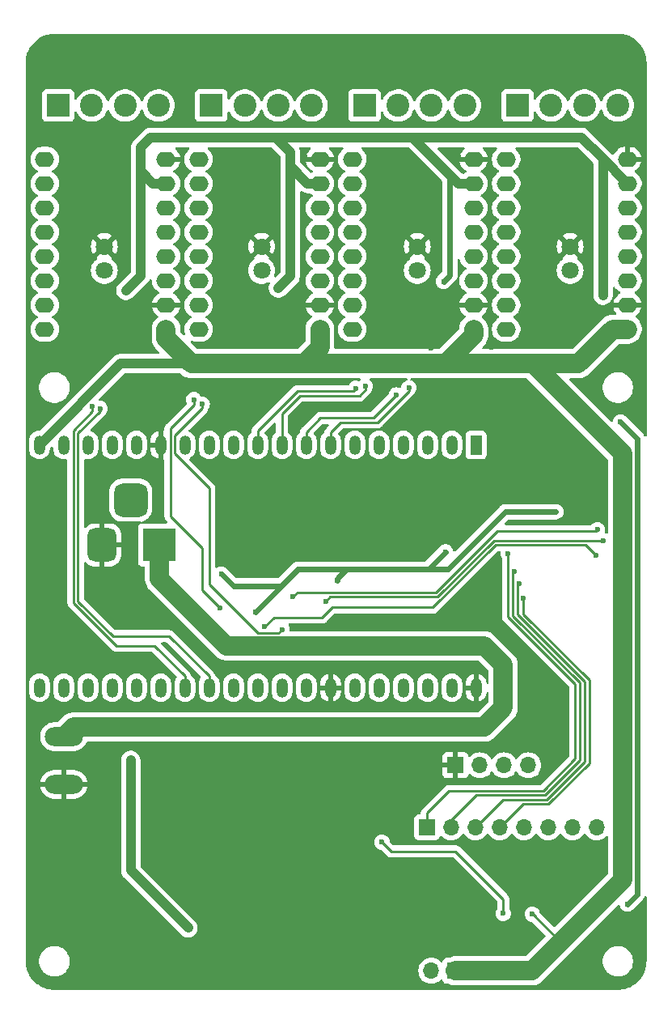
<source format=gbl>
G04 #@! TF.GenerationSoftware,KiCad,Pcbnew,8.0.3-8.0.3-0~ubuntu20.04.1*
G04 #@! TF.CreationDate,2025-01-28T05:51:00-03:00*
G04 #@! TF.ProjectId,syringe_pump,73797269-6e67-4655-9f70-756d702e6b69,rev?*
G04 #@! TF.SameCoordinates,Original*
G04 #@! TF.FileFunction,Copper,L2,Bot*
G04 #@! TF.FilePolarity,Positive*
%FSLAX46Y46*%
G04 Gerber Fmt 4.6, Leading zero omitted, Abs format (unit mm)*
G04 Created by KiCad (PCBNEW 8.0.3-8.0.3-0~ubuntu20.04.1) date 2025-01-28 05:51:00*
%MOMM*%
%LPD*%
G01*
G04 APERTURE LIST*
G04 Aperture macros list*
%AMRoundRect*
0 Rectangle with rounded corners*
0 $1 Rounding radius*
0 $2 $3 $4 $5 $6 $7 $8 $9 X,Y pos of 4 corners*
0 Add a 4 corners polygon primitive as box body*
4,1,4,$2,$3,$4,$5,$6,$7,$8,$9,$2,$3,0*
0 Add four circle primitives for the rounded corners*
1,1,$1+$1,$2,$3*
1,1,$1+$1,$4,$5*
1,1,$1+$1,$6,$7*
1,1,$1+$1,$8,$9*
0 Add four rect primitives between the rounded corners*
20,1,$1+$1,$2,$3,$4,$5,0*
20,1,$1+$1,$4,$5,$6,$7,0*
20,1,$1+$1,$6,$7,$8,$9,0*
20,1,$1+$1,$8,$9,$2,$3,0*%
G04 Aperture macros list end*
G04 #@! TA.AperFunction,ComponentPad*
%ADD10C,1.800000*%
G04 #@! TD*
G04 #@! TA.AperFunction,ComponentPad*
%ADD11R,1.700000X1.700000*%
G04 #@! TD*
G04 #@! TA.AperFunction,ComponentPad*
%ADD12O,1.700000X1.700000*%
G04 #@! TD*
G04 #@! TA.AperFunction,ComponentPad*
%ADD13O,4.000000X2.000000*%
G04 #@! TD*
G04 #@! TA.AperFunction,ComponentPad*
%ADD14R,1.200000X2.000000*%
G04 #@! TD*
G04 #@! TA.AperFunction,ComponentPad*
%ADD15O,1.200000X2.000000*%
G04 #@! TD*
G04 #@! TA.AperFunction,ComponentPad*
%ADD16R,2.400000X2.400000*%
G04 #@! TD*
G04 #@! TA.AperFunction,ComponentPad*
%ADD17C,2.400000*%
G04 #@! TD*
G04 #@! TA.AperFunction,ComponentPad*
%ADD18O,2.000000X1.600000*%
G04 #@! TD*
G04 #@! TA.AperFunction,ComponentPad*
%ADD19R,3.500000X3.500000*%
G04 #@! TD*
G04 #@! TA.AperFunction,ComponentPad*
%ADD20RoundRect,0.750000X-0.750000X-1.000000X0.750000X-1.000000X0.750000X1.000000X-0.750000X1.000000X0*%
G04 #@! TD*
G04 #@! TA.AperFunction,ComponentPad*
%ADD21RoundRect,0.875000X-0.875000X-0.875000X0.875000X-0.875000X0.875000X0.875000X-0.875000X0.875000X0*%
G04 #@! TD*
G04 #@! TA.AperFunction,ViaPad*
%ADD22C,0.600000*%
G04 #@! TD*
G04 #@! TA.AperFunction,ViaPad*
%ADD23C,0.800000*%
G04 #@! TD*
G04 #@! TA.AperFunction,Conductor*
%ADD24C,1.016000*%
G04 #@! TD*
G04 #@! TA.AperFunction,Conductor*
%ADD25C,0.609600*%
G04 #@! TD*
G04 #@! TA.AperFunction,Conductor*
%ADD26C,0.254000*%
G04 #@! TD*
G04 #@! TA.AperFunction,Conductor*
%ADD27C,2.032000*%
G04 #@! TD*
G04 APERTURE END LIST*
D10*
X58225000Y-74750000D03*
X58225000Y-72250000D03*
D11*
X92000000Y-133000000D03*
D12*
X94540000Y-133000000D03*
X97080000Y-133000000D03*
X99620000Y-133000000D03*
X102160000Y-133000000D03*
X104700000Y-133000000D03*
X107240000Y-133000000D03*
X109780000Y-133000000D03*
D10*
X107000000Y-74750000D03*
X107000000Y-72250000D03*
D13*
X54000000Y-128500000D03*
X54000000Y-123500000D03*
D10*
X74700000Y-74750000D03*
X74700000Y-72250000D03*
D11*
X95000000Y-126500000D03*
D12*
X97540000Y-126500000D03*
X100080000Y-126500000D03*
X102620000Y-126500000D03*
D11*
X95000000Y-148000000D03*
D12*
X92460000Y-148000000D03*
D10*
X91000000Y-74750000D03*
X91000000Y-72250000D03*
D14*
X97140000Y-93000000D03*
D15*
X94600000Y-93000000D03*
X92060000Y-93000000D03*
X89520000Y-93000000D03*
X86980000Y-93000000D03*
X84440000Y-93000000D03*
X81900000Y-93000000D03*
X79360000Y-93000000D03*
X76820000Y-93000000D03*
X74280000Y-93000000D03*
X71740000Y-93000000D03*
X69200000Y-93000000D03*
X66660000Y-93000000D03*
X64120000Y-93000000D03*
X61580000Y-93000000D03*
X59040000Y-93000000D03*
X56500000Y-93000000D03*
X53960000Y-93000000D03*
X51420000Y-93000000D03*
X51422720Y-118396320D03*
X53962720Y-118396320D03*
X56500000Y-118400000D03*
X59040000Y-118400000D03*
X61580000Y-118400000D03*
X64120000Y-118400000D03*
X66660000Y-118400000D03*
X69200000Y-118400000D03*
X71740000Y-118400000D03*
X74280000Y-118400000D03*
X76820000Y-118400000D03*
X79360000Y-118400000D03*
X81900000Y-118400000D03*
X84440000Y-118400000D03*
X86980000Y-118400000D03*
X89520000Y-118400000D03*
X92060000Y-118400000D03*
X94600000Y-118400000D03*
X97140000Y-118400000D03*
D16*
X69433333Y-57500000D03*
D17*
X72933333Y-57500000D03*
X76433333Y-57500000D03*
X79933333Y-57500000D03*
D18*
X68100000Y-80890000D03*
X68100000Y-78350000D03*
X68100000Y-75810000D03*
X68100000Y-73270000D03*
X68100000Y-70730000D03*
X68100000Y-68190000D03*
X68100000Y-65650000D03*
X68100000Y-63110000D03*
X80800000Y-63110000D03*
X80800000Y-65650000D03*
X80800000Y-68190000D03*
X80800000Y-70730000D03*
X80800000Y-73270000D03*
X80800000Y-75810000D03*
X80800000Y-78350000D03*
X80800000Y-80890000D03*
D16*
X53400000Y-57500000D03*
D17*
X56900000Y-57500000D03*
X60400000Y-57500000D03*
X63900000Y-57500000D03*
D16*
X101500000Y-57500000D03*
D17*
X105000000Y-57500000D03*
X108500000Y-57500000D03*
X112000000Y-57500000D03*
D18*
X84200000Y-80890000D03*
X84200000Y-78350000D03*
X84200000Y-75810000D03*
X84200000Y-73270000D03*
X84200000Y-70730000D03*
X84200000Y-68190000D03*
X84200000Y-65650000D03*
X84200000Y-63110000D03*
X96900000Y-63110000D03*
X96900000Y-65650000D03*
X96900000Y-68190000D03*
X96900000Y-70730000D03*
X96900000Y-73270000D03*
X96900000Y-75810000D03*
X96900000Y-78350000D03*
X96900000Y-80890000D03*
D19*
X64000000Y-103457500D03*
D20*
X58000000Y-103457500D03*
D21*
X61000000Y-98757500D03*
D16*
X85466666Y-57500000D03*
D17*
X88966666Y-57500000D03*
X92466666Y-57500000D03*
X95966666Y-57500000D03*
D18*
X52000000Y-80890000D03*
X52000000Y-78350000D03*
X52000000Y-75810000D03*
X52000000Y-73270000D03*
X52000000Y-70730000D03*
X52000000Y-68190000D03*
X52000000Y-65650000D03*
X52000000Y-63110000D03*
X64700000Y-63110000D03*
X64700000Y-65650000D03*
X64700000Y-68190000D03*
X64700000Y-70730000D03*
X64700000Y-73270000D03*
X64700000Y-75810000D03*
X64700000Y-78350000D03*
X64700000Y-80890000D03*
X100300000Y-80890000D03*
X100300000Y-78350000D03*
X100300000Y-75810000D03*
X100300000Y-73270000D03*
X100300000Y-70730000D03*
X100300000Y-68190000D03*
X100300000Y-65650000D03*
X100300000Y-63110000D03*
X113000000Y-63110000D03*
X113000000Y-65650000D03*
X113000000Y-68190000D03*
X113000000Y-70730000D03*
X113000000Y-73270000D03*
X113000000Y-75810000D03*
X113000000Y-78350000D03*
X113000000Y-80890000D03*
D22*
X66175000Y-148850000D03*
X65050000Y-129025000D03*
X89850000Y-142450000D03*
X91600000Y-111525000D03*
X92712948Y-95125000D03*
X87650000Y-128725000D03*
X75525000Y-103300000D03*
X93940000Y-54920000D03*
X98100000Y-135475000D03*
X91542948Y-97835000D03*
X100062948Y-97255000D03*
X82100000Y-144175000D03*
X72700000Y-89275000D03*
X95950000Y-109550000D03*
X98750000Y-82750000D03*
X103412948Y-96865000D03*
X94550000Y-79150000D03*
X102200000Y-122250000D03*
X63300000Y-135425000D03*
X56100000Y-149025000D03*
X89700000Y-82700000D03*
X102900000Y-88775000D03*
X77175000Y-138675000D03*
X104800000Y-124250000D03*
X92075000Y-89675000D03*
X99050000Y-88125000D03*
X108750000Y-76100000D03*
X54950000Y-144400000D03*
X65550000Y-124475000D03*
X54550000Y-126000000D03*
X98675000Y-145475000D03*
X51675000Y-97475000D03*
X95975000Y-88400000D03*
X98375000Y-142250000D03*
X95350000Y-62800000D03*
X52250000Y-142900000D03*
X89200000Y-104175000D03*
X53125000Y-114600000D03*
X74750000Y-82600000D03*
X112000000Y-142975000D03*
X92450000Y-82900000D03*
X113575000Y-144300000D03*
X99325000Y-111975000D03*
X84750000Y-100950000D03*
X102025000Y-137700000D03*
X96050000Y-143712500D03*
X84700000Y-111475000D03*
X71725000Y-130850000D03*
X74150000Y-87475000D03*
X96575000Y-124475000D03*
X61450000Y-87200000D03*
X103350000Y-116775000D03*
X113810000Y-60660000D03*
X87900000Y-97700000D03*
X94050000Y-140450000D03*
X78450000Y-79250000D03*
X88650000Y-69100000D03*
X88600000Y-73700000D03*
X86675000Y-138625000D03*
X85925000Y-135775000D03*
X62350000Y-89675000D03*
X75450000Y-96250000D03*
X91650000Y-136775000D03*
X62625000Y-115550000D03*
X52025000Y-105700000D03*
X90400000Y-145475000D03*
X104700000Y-80900000D03*
X103850000Y-64500000D03*
X62275000Y-127775000D03*
X105350000Y-78850000D03*
X56750000Y-114425000D03*
X71750000Y-63950000D03*
X110800000Y-79250000D03*
X82660000Y-55350000D03*
X101500000Y-141000000D03*
X112050000Y-83600000D03*
X52275000Y-96275000D03*
X87950000Y-64250000D03*
X82700000Y-59550000D03*
X62675000Y-83025000D03*
X56550000Y-63750000D03*
X90450000Y-76800000D03*
X101400000Y-128225000D03*
X104700000Y-69050000D03*
X110680000Y-54550000D03*
X74000000Y-106500000D03*
X50950000Y-54730000D03*
X91000000Y-127650000D03*
X52175000Y-120875000D03*
X89600000Y-80500000D03*
X96375000Y-138750000D03*
X66460000Y-54610000D03*
X98602085Y-51545093D03*
X59550000Y-82800000D03*
X58575000Y-134650000D03*
X57050000Y-130450000D03*
X59325000Y-128550000D03*
X108925000Y-137725000D03*
X58625000Y-109475000D03*
X66040000Y-51670000D03*
X103125000Y-101200000D03*
X95300000Y-77250000D03*
X50800000Y-60550000D03*
X103690000Y-55100000D03*
X57925000Y-137575000D03*
X55650000Y-74550000D03*
X60800000Y-74450000D03*
X72300000Y-74400000D03*
X73000000Y-82650000D03*
X79200000Y-62800000D03*
X56220000Y-70930000D03*
X72350000Y-70620000D03*
X104700000Y-75050000D03*
X76550000Y-148250000D03*
X92950000Y-74000000D03*
X68600000Y-134900000D03*
X61350000Y-110325000D03*
X83700000Y-104950000D03*
X51025000Y-88975000D03*
X62400000Y-79200000D03*
X64200000Y-145075000D03*
X98700000Y-59550000D03*
X52600000Y-83450000D03*
X74475000Y-100050000D03*
X91825000Y-124575000D03*
X108900000Y-92875000D03*
X52175000Y-137100000D03*
X71825000Y-126575000D03*
X112800000Y-61450000D03*
X66650000Y-57250000D03*
X83700000Y-102575000D03*
X66150000Y-62250000D03*
D23*
X61000000Y-126000000D03*
X67000000Y-143500000D03*
D22*
X93750000Y-75900000D03*
X110450000Y-77350000D03*
X113000000Y-141000000D03*
X82575000Y-107150000D03*
X93962948Y-104195000D03*
X60500000Y-76850000D03*
X74050000Y-110450000D03*
X112275000Y-90600000D03*
X76450000Y-76600000D03*
X70500000Y-106500000D03*
X105512948Y-99975000D03*
X110500000Y-103000000D03*
X81400000Y-109375000D03*
X77996091Y-108902000D03*
X109854144Y-101854144D03*
X101627000Y-107500000D03*
X57000000Y-89000000D03*
X57800000Y-89200000D03*
X103025000Y-142075000D03*
X100500000Y-104365000D03*
X102127000Y-109000000D03*
X101127000Y-106278000D03*
X84575000Y-87075000D03*
X75025000Y-112030000D03*
X109725000Y-104575000D03*
X90125000Y-87025000D03*
X67600000Y-88250000D03*
X70300000Y-110025000D03*
X68475000Y-88725000D03*
X76825000Y-112300000D03*
X85550000Y-86850000D03*
X88800000Y-87775000D03*
X100000000Y-142000000D03*
X87300000Y-134550000D03*
D24*
X61000000Y-126000000D02*
X61000000Y-137500000D01*
X61000000Y-137500000D02*
X67000000Y-143500000D01*
D25*
X82575000Y-106975000D02*
X83550000Y-106000000D01*
D24*
X79500000Y-65650000D02*
X77700000Y-63850000D01*
X110450000Y-63100000D02*
X110275000Y-62925000D01*
D25*
X94400000Y-64750000D02*
X93650000Y-64000000D01*
D24*
X77700000Y-75350000D02*
X77700000Y-63850000D01*
X63050000Y-60850000D02*
X75850000Y-60850000D01*
X62050000Y-61850000D02*
X63050000Y-60850000D01*
X64700000Y-65650000D02*
X63350000Y-65650000D01*
X63350000Y-65650000D02*
X62050000Y-64350000D01*
X76150000Y-60850000D02*
X75850000Y-60850000D01*
D25*
X83550000Y-106000000D02*
X92157948Y-106000000D01*
X70500000Y-106500000D02*
X71750000Y-107750000D01*
D24*
X108200000Y-60850000D02*
X107550000Y-60850000D01*
D25*
X114000000Y-140000000D02*
X113000000Y-141000000D01*
X93750000Y-75900000D02*
X94400000Y-75250000D01*
D24*
X62050000Y-64350000D02*
X62050000Y-75300000D01*
D25*
X82575000Y-107150000D02*
X82575000Y-106975000D01*
X78500000Y-106000000D02*
X83550000Y-106000000D01*
X92157948Y-106000000D02*
X92328974Y-105828974D01*
X114000000Y-92325000D02*
X114000000Y-140000000D01*
D24*
X90500000Y-60850000D02*
X89350000Y-60850000D01*
X93650000Y-64000000D02*
X90500000Y-60850000D01*
X113000000Y-65650000D02*
X110275000Y-62925000D01*
D25*
X92157948Y-106000000D02*
X94200000Y-106000000D01*
X71750000Y-107750000D02*
X76750000Y-107750000D01*
D24*
X89350000Y-60850000D02*
X107550000Y-60850000D01*
X62050000Y-64350000D02*
X62050000Y-61850000D01*
X95300000Y-65650000D02*
X93650000Y-64000000D01*
X62050000Y-75300000D02*
X60500000Y-76850000D01*
D25*
X76750000Y-107750000D02*
X78500000Y-106000000D01*
D24*
X96900000Y-65650000D02*
X95300000Y-65650000D01*
X110450000Y-77350000D02*
X110450000Y-63100000D01*
D25*
X100225000Y-99975000D02*
X105512948Y-99975000D01*
D24*
X77700000Y-63850000D02*
X77700000Y-62400000D01*
X80800000Y-65650000D02*
X79500000Y-65650000D01*
X76450000Y-76600000D02*
X77700000Y-75350000D01*
D25*
X94400000Y-75250000D02*
X94400000Y-64750000D01*
X112275000Y-90600000D02*
X114000000Y-92325000D01*
X92328974Y-105828974D02*
X93962948Y-104195000D01*
D24*
X77700000Y-62400000D02*
X76150000Y-60850000D01*
X110275000Y-62925000D02*
X108200000Y-60850000D01*
D25*
X74050000Y-110450000D02*
X76750000Y-107750000D01*
X94200000Y-106000000D02*
X100225000Y-99975000D01*
D24*
X75850000Y-60850000D02*
X89350000Y-60850000D01*
D26*
X81400000Y-109375000D02*
X81892026Y-108882974D01*
X93117026Y-108882974D02*
X99000000Y-103000000D01*
X99000000Y-103000000D02*
X110500000Y-103000000D01*
X81892026Y-108882974D02*
X93117026Y-108882974D01*
X92928974Y-108428974D02*
X99357948Y-102000000D01*
X78469117Y-108428974D02*
X92928974Y-108428974D01*
X99357948Y-102000000D02*
X109708288Y-102000000D01*
X109708288Y-102000000D02*
X109854144Y-101854144D01*
X77996091Y-108902000D02*
X78469117Y-108428974D01*
X108546000Y-126096052D02*
X104555078Y-130086974D01*
X101627000Y-107500000D02*
X101500000Y-107627000D01*
X101500000Y-107627000D02*
X101500000Y-110715896D01*
X108546000Y-117761896D02*
X108546000Y-126096052D01*
X101500000Y-110715896D02*
X108546000Y-117761896D01*
X99993026Y-130086974D02*
X97080000Y-133000000D01*
X104555078Y-130086974D02*
X99993026Y-130086974D01*
X66660000Y-117160000D02*
X63500000Y-114000000D01*
X66660000Y-118400000D02*
X66660000Y-117160000D01*
X55000000Y-91500000D02*
X57000000Y-89500000D01*
X57000000Y-89500000D02*
X57000000Y-89000000D01*
X59500000Y-114000000D02*
X55000000Y-109500000D01*
X63500000Y-114000000D02*
X59500000Y-114000000D01*
X55000000Y-109500000D02*
X55000000Y-91500000D01*
X57800000Y-89450000D02*
X57800000Y-89200000D01*
X59142052Y-113000000D02*
X55475000Y-109332948D01*
X55475000Y-91775000D02*
X57800000Y-89450000D01*
X69200000Y-118400000D02*
X69200000Y-117200000D01*
X55475000Y-109332948D02*
X55475000Y-91775000D01*
X69200000Y-117200000D02*
X65000000Y-113000000D01*
X65000000Y-113000000D02*
X59142052Y-113000000D01*
D27*
X96900000Y-80890000D02*
X96900000Y-81550000D01*
X93950000Y-84500000D02*
X102000000Y-84500000D01*
D24*
X59920000Y-84500000D02*
X67350000Y-84500000D01*
D27*
X112479200Y-93904200D02*
X103075000Y-84500000D01*
X64700000Y-81850000D02*
X64700000Y-80890000D01*
X67350000Y-84500000D02*
X79100000Y-84500000D01*
X107850000Y-84500000D02*
X111460000Y-80890000D01*
X95000000Y-148000000D02*
X103000000Y-148000000D01*
X105750000Y-145250000D02*
X112479200Y-138520800D01*
X79100000Y-84500000D02*
X93950000Y-84500000D01*
D26*
X103075000Y-142075000D02*
X105750000Y-144750000D01*
D24*
X51420000Y-93000000D02*
X59920000Y-84500000D01*
D27*
X102000000Y-84500000D02*
X107850000Y-84500000D01*
X103075000Y-84500000D02*
X102000000Y-84500000D01*
X103000000Y-148000000D02*
X105750000Y-145250000D01*
D26*
X105750000Y-144750000D02*
X105750000Y-145250000D01*
D27*
X96900000Y-81550000D02*
X93950000Y-84500000D01*
X111460000Y-80890000D02*
X113000000Y-80890000D01*
X80800000Y-80890000D02*
X80800000Y-82800000D01*
X112479200Y-138520800D02*
X112479200Y-93904200D01*
X64700000Y-81850000D02*
X67350000Y-84500000D01*
X80800000Y-82800000D02*
X79100000Y-84500000D01*
D26*
X103025000Y-142075000D02*
X103075000Y-142075000D01*
X94321026Y-129178974D02*
X92000000Y-131500000D01*
X104178974Y-129178974D02*
X94321026Y-129178974D01*
X107546000Y-125811948D02*
X104178974Y-129178974D01*
X100500000Y-104365000D02*
X100500000Y-111000000D01*
X107546000Y-118046000D02*
X107546000Y-125811948D01*
X92000000Y-131500000D02*
X92000000Y-133000000D01*
X100500000Y-111000000D02*
X107546000Y-118046000D01*
X109000000Y-126284104D02*
X104743130Y-130540974D01*
X102127000Y-110700844D02*
X109000000Y-117573844D01*
X102079026Y-130540974D02*
X99620000Y-133000000D01*
X104743130Y-130540974D02*
X102079026Y-130540974D01*
X102127000Y-109000000D02*
X102127000Y-110700844D01*
X109000000Y-117573844D02*
X109000000Y-126284104D01*
X108000000Y-126000000D02*
X104367026Y-129632974D01*
X94540000Y-132230000D02*
X94540000Y-133000000D01*
X97137026Y-129632974D02*
X94540000Y-132230000D01*
X104367026Y-129632974D02*
X97137026Y-129632974D01*
X101000000Y-110857948D02*
X108000000Y-117857948D01*
X101127000Y-106278000D02*
X101000000Y-106405000D01*
X101000000Y-106405000D02*
X101000000Y-110857948D01*
X108000000Y-117857948D02*
X108000000Y-126000000D01*
X78429000Y-87371000D02*
X74280000Y-91520000D01*
X74280000Y-91520000D02*
X74280000Y-93000000D01*
X84279000Y-87371000D02*
X78429000Y-87371000D01*
X84575000Y-87075000D02*
X84279000Y-87371000D01*
X81025000Y-111050000D02*
X82073000Y-110002000D01*
X92640052Y-110002000D02*
X99188052Y-103454000D01*
X75025000Y-112030000D02*
X76005000Y-111050000D01*
X108604000Y-103454000D02*
X109725000Y-104575000D01*
X76005000Y-111050000D02*
X81025000Y-111050000D01*
X82073000Y-110002000D02*
X92640052Y-110002000D01*
X99188052Y-103454000D02*
X108604000Y-103454000D01*
X81900000Y-91700000D02*
X81900000Y-93000000D01*
X82971000Y-90629000D02*
X81900000Y-91700000D01*
X86832712Y-90629000D02*
X82971000Y-90629000D01*
X90125000Y-87336712D02*
X86832712Y-90629000D01*
X90125000Y-87025000D02*
X90125000Y-87336712D01*
X67600000Y-88250000D02*
X67600000Y-88825000D01*
X68475000Y-108200000D02*
X70300000Y-110025000D01*
X68475000Y-103778500D02*
X68475000Y-108200000D01*
X67600000Y-88825000D02*
X65150000Y-91275000D01*
X65150000Y-100453500D02*
X68475000Y-103778500D01*
X65150000Y-91275000D02*
X65150000Y-100453500D01*
X65604000Y-91996000D02*
X65604000Y-93900000D01*
X76468000Y-112657000D02*
X76825000Y-112300000D01*
X69200000Y-107575000D02*
X74282000Y-112657000D01*
X68475000Y-88725000D02*
X68475000Y-89125000D01*
X69200000Y-97496000D02*
X69200000Y-107575000D01*
X68475000Y-89125000D02*
X65604000Y-91996000D01*
X65604000Y-93900000D02*
X69200000Y-97496000D01*
X74282000Y-112657000D02*
X76468000Y-112657000D01*
X76820000Y-93000000D02*
X76820000Y-89705000D01*
X78700000Y-87825000D02*
X84944712Y-87825000D01*
X84944712Y-87825000D02*
X85550000Y-87219712D01*
X76820000Y-89705000D02*
X78700000Y-87825000D01*
X85550000Y-87219712D02*
X85550000Y-86850000D01*
X79360000Y-91640000D02*
X80825000Y-90175000D01*
X86400000Y-90175000D02*
X88800000Y-87775000D01*
X79360000Y-93000000D02*
X79360000Y-91640000D01*
X80825000Y-90175000D02*
X86400000Y-90175000D01*
X100000000Y-140500000D02*
X95000000Y-135500000D01*
X100000000Y-142000000D02*
X100000000Y-140500000D01*
X88250000Y-135500000D02*
X87300000Y-134550000D01*
X95000000Y-135500000D02*
X88250000Y-135500000D01*
D27*
X98000000Y-114000000D02*
X100000000Y-116000000D01*
X64000000Y-107000000D02*
X71000000Y-114000000D01*
X64000000Y-103457500D02*
X64000000Y-107000000D01*
X71000000Y-114000000D02*
X98000000Y-114000000D01*
X98000000Y-122500000D02*
X55000000Y-122500000D01*
X100000000Y-116000000D02*
X100000000Y-120500000D01*
X55000000Y-122500000D02*
X54000000Y-123500000D01*
X100000000Y-120500000D02*
X98000000Y-122500000D01*
G04 #@! TA.AperFunction,Conductor*
G36*
X112000855Y-50000011D02*
G01*
X112162269Y-50002274D01*
X112174390Y-50003041D01*
X112478553Y-50037312D01*
X112495992Y-50039277D01*
X112509700Y-50041606D01*
X112824366Y-50113426D01*
X112837725Y-50117273D01*
X113142392Y-50223881D01*
X113155228Y-50229199D01*
X113446025Y-50369239D01*
X113458195Y-50375965D01*
X113731486Y-50547685D01*
X113742827Y-50555732D01*
X113995173Y-50756971D01*
X114005541Y-50766237D01*
X114233762Y-50994458D01*
X114243028Y-51004826D01*
X114444267Y-51257172D01*
X114452314Y-51268513D01*
X114624034Y-51541804D01*
X114630760Y-51553974D01*
X114770798Y-51844766D01*
X114776120Y-51857613D01*
X114882724Y-52162270D01*
X114886573Y-52175633D01*
X114958393Y-52490299D01*
X114960722Y-52504007D01*
X114996957Y-52825597D01*
X114997725Y-52837743D01*
X114999988Y-52999144D01*
X115000000Y-53000882D01*
X115000000Y-92011472D01*
X114980315Y-92078511D01*
X114927511Y-92124266D01*
X114858353Y-92134210D01*
X114794797Y-92105185D01*
X114761439Y-92058925D01*
X114740101Y-92007411D01*
X114713649Y-91943550D01*
X114713648Y-91943547D01*
X114673238Y-91883069D01*
X114625518Y-91811650D01*
X114510253Y-91696385D01*
X114510222Y-91696356D01*
X112788352Y-89974485D01*
X112788348Y-89974482D01*
X112656450Y-89886350D01*
X112656448Y-89886349D01*
X112509901Y-89825648D01*
X112509891Y-89825645D01*
X112354317Y-89794699D01*
X112354315Y-89794699D01*
X112284306Y-89794699D01*
X112279605Y-89794435D01*
X112270395Y-89794435D01*
X112265694Y-89794699D01*
X112195683Y-89794699D01*
X112040108Y-89825645D01*
X112040098Y-89825648D01*
X111893551Y-89886349D01*
X111893549Y-89886350D01*
X111761651Y-89974482D01*
X111761647Y-89974485D01*
X111649485Y-90086647D01*
X111649482Y-90086651D01*
X111561350Y-90218549D01*
X111561349Y-90218551D01*
X111500648Y-90365098D01*
X111500645Y-90365107D01*
X111476903Y-90484462D01*
X111444517Y-90546373D01*
X111383801Y-90580946D01*
X111314031Y-90577205D01*
X111267605Y-90547950D01*
X107593920Y-86874265D01*
X110402466Y-86874265D01*
X110402466Y-87125734D01*
X110441801Y-87374090D01*
X110519508Y-87613244D01*
X110633668Y-87837293D01*
X110781463Y-88040717D01*
X110781467Y-88040722D01*
X110959277Y-88218532D01*
X110959282Y-88218536D01*
X111088494Y-88312413D01*
X111162710Y-88366334D01*
X111284492Y-88428385D01*
X111386755Y-88480491D01*
X111386757Y-88480491D01*
X111386760Y-88480493D01*
X111514949Y-88522144D01*
X111625909Y-88558198D01*
X111874266Y-88597534D01*
X112125729Y-88597534D01*
X112125734Y-88597534D01*
X112374090Y-88558198D01*
X112613240Y-88480493D01*
X112837290Y-88366334D01*
X113040724Y-88218531D01*
X113218531Y-88040724D01*
X113366334Y-87837290D01*
X113480493Y-87613240D01*
X113558198Y-87374090D01*
X113597534Y-87125729D01*
X113600000Y-87000000D01*
X113597534Y-86874271D01*
X113558198Y-86625910D01*
X113480493Y-86386760D01*
X113480491Y-86386757D01*
X113480491Y-86386755D01*
X113393904Y-86216820D01*
X113366334Y-86162710D01*
X113278076Y-86041233D01*
X113218536Y-85959282D01*
X113218532Y-85959277D01*
X113040722Y-85781467D01*
X113040717Y-85781463D01*
X112837293Y-85633668D01*
X112837292Y-85633667D01*
X112837290Y-85633666D01*
X112767322Y-85598015D01*
X112613244Y-85519508D01*
X112374090Y-85441801D01*
X112125734Y-85402466D01*
X112125729Y-85402466D01*
X111874271Y-85402466D01*
X111874266Y-85402466D01*
X111625909Y-85441801D01*
X111386755Y-85519508D01*
X111162706Y-85633668D01*
X110959282Y-85781463D01*
X110959277Y-85781467D01*
X110781467Y-85959277D01*
X110781463Y-85959282D01*
X110633668Y-86162706D01*
X110519508Y-86386755D01*
X110441801Y-86625909D01*
X110402466Y-86874265D01*
X107593920Y-86874265D01*
X106947836Y-86228181D01*
X106914351Y-86166858D01*
X106919335Y-86097166D01*
X106961207Y-86041233D01*
X107026671Y-86016816D01*
X107035517Y-86016500D01*
X107969350Y-86016500D01*
X107969351Y-86016500D01*
X108205115Y-85979158D01*
X108432134Y-85905395D01*
X108644819Y-85797027D01*
X108741376Y-85726874D01*
X108837934Y-85656721D01*
X112051836Y-82442819D01*
X112113159Y-82409334D01*
X112139517Y-82406500D01*
X113119350Y-82406500D01*
X113119351Y-82406500D01*
X113355115Y-82369158D01*
X113582134Y-82295395D01*
X113794819Y-82187027D01*
X113987933Y-82046721D01*
X114156721Y-81877933D01*
X114297027Y-81684819D01*
X114405395Y-81472134D01*
X114479158Y-81245115D01*
X114516500Y-81009351D01*
X114516500Y-80770649D01*
X114479158Y-80534885D01*
X114405395Y-80307866D01*
X114297027Y-80095181D01*
X114156721Y-79902067D01*
X113987933Y-79733279D01*
X113885927Y-79659167D01*
X113843263Y-79603838D01*
X113837284Y-79534224D01*
X113869890Y-79472429D01*
X113885929Y-79458532D01*
X114046889Y-79341587D01*
X114046895Y-79341582D01*
X114191582Y-79196895D01*
X114191582Y-79196894D01*
X114311859Y-79031349D01*
X114404755Y-78849029D01*
X114467990Y-78654413D01*
X114476609Y-78600000D01*
X113433012Y-78600000D01*
X113465925Y-78542993D01*
X113500000Y-78415826D01*
X113500000Y-78284174D01*
X113465925Y-78157007D01*
X113433012Y-78100000D01*
X114476609Y-78100000D01*
X114467990Y-78045586D01*
X114404755Y-77850970D01*
X114311859Y-77668650D01*
X114191582Y-77503105D01*
X114191582Y-77503104D01*
X114046895Y-77358417D01*
X113881349Y-77238140D01*
X113788370Y-77190765D01*
X113737574Y-77142790D01*
X113720779Y-77074969D01*
X113743316Y-77008835D01*
X113788370Y-76969795D01*
X113788920Y-76969515D01*
X113881610Y-76922287D01*
X113920324Y-76894160D01*
X114047213Y-76801971D01*
X114047215Y-76801968D01*
X114047219Y-76801966D01*
X114191966Y-76657219D01*
X114191968Y-76657215D01*
X114191971Y-76657213D01*
X114287652Y-76525517D01*
X114312287Y-76491610D01*
X114405220Y-76309219D01*
X114468477Y-76114534D01*
X114500500Y-75912352D01*
X114500500Y-75707648D01*
X114490446Y-75644169D01*
X114468477Y-75505465D01*
X114405218Y-75310776D01*
X114351984Y-75206300D01*
X114312287Y-75128390D01*
X114291828Y-75100230D01*
X114191971Y-74962786D01*
X114047213Y-74818028D01*
X113881614Y-74697715D01*
X113875006Y-74694348D01*
X113788917Y-74650483D01*
X113738123Y-74602511D01*
X113721328Y-74534690D01*
X113743865Y-74468555D01*
X113788917Y-74429516D01*
X113881610Y-74382287D01*
X114003541Y-74293700D01*
X114047213Y-74261971D01*
X114047215Y-74261968D01*
X114047219Y-74261966D01*
X114191966Y-74117219D01*
X114191968Y-74117215D01*
X114191971Y-74117213D01*
X114264605Y-74017239D01*
X114312287Y-73951610D01*
X114405220Y-73769219D01*
X114468477Y-73574534D01*
X114500500Y-73372352D01*
X114500500Y-73167648D01*
X114474263Y-73001994D01*
X114468477Y-72965465D01*
X114405218Y-72770776D01*
X114343729Y-72650099D01*
X114312287Y-72588390D01*
X114289486Y-72557007D01*
X114191971Y-72422786D01*
X114047213Y-72278028D01*
X113881614Y-72157715D01*
X113875006Y-72154348D01*
X113788917Y-72110483D01*
X113738123Y-72062511D01*
X113721328Y-71994690D01*
X113743865Y-71928555D01*
X113788917Y-71889516D01*
X113881610Y-71842287D01*
X113961733Y-71784075D01*
X114047213Y-71721971D01*
X114047215Y-71721968D01*
X114047219Y-71721966D01*
X114191966Y-71577219D01*
X114191968Y-71577215D01*
X114191971Y-71577213D01*
X114282677Y-71452365D01*
X114312287Y-71411610D01*
X114405220Y-71229219D01*
X114468477Y-71034534D01*
X114500500Y-70832352D01*
X114500500Y-70627648D01*
X114474263Y-70461994D01*
X114468477Y-70425465D01*
X114405218Y-70230776D01*
X114371503Y-70164607D01*
X114312287Y-70048390D01*
X114291828Y-70020230D01*
X114191971Y-69882786D01*
X114047213Y-69738028D01*
X113881614Y-69617715D01*
X113875006Y-69614348D01*
X113788917Y-69570483D01*
X113738123Y-69522511D01*
X113721328Y-69454690D01*
X113743865Y-69388555D01*
X113788917Y-69349516D01*
X113881610Y-69302287D01*
X113902770Y-69286913D01*
X114047213Y-69181971D01*
X114047215Y-69181968D01*
X114047219Y-69181966D01*
X114191966Y-69037219D01*
X114191968Y-69037215D01*
X114191971Y-69037213D01*
X114264605Y-68937239D01*
X114312287Y-68871610D01*
X114405220Y-68689219D01*
X114468477Y-68494534D01*
X114500500Y-68292352D01*
X114500500Y-68087648D01*
X114474263Y-67921994D01*
X114468477Y-67885465D01*
X114405218Y-67690776D01*
X114371503Y-67624607D01*
X114312287Y-67508390D01*
X114291828Y-67480230D01*
X114191971Y-67342786D01*
X114047213Y-67198028D01*
X113881614Y-67077715D01*
X113875006Y-67074348D01*
X113788917Y-67030483D01*
X113738123Y-66982511D01*
X113721328Y-66914690D01*
X113743865Y-66848555D01*
X113788917Y-66809516D01*
X113881610Y-66762287D01*
X113961382Y-66704330D01*
X114047213Y-66641971D01*
X114047215Y-66641968D01*
X114047219Y-66641966D01*
X114191966Y-66497219D01*
X114191968Y-66497215D01*
X114191971Y-66497213D01*
X114264605Y-66397239D01*
X114312287Y-66331610D01*
X114405220Y-66149219D01*
X114468477Y-65954534D01*
X114500500Y-65752352D01*
X114500500Y-65547648D01*
X114468477Y-65345466D01*
X114464951Y-65334615D01*
X114405218Y-65150776D01*
X114371503Y-65084607D01*
X114312287Y-64968390D01*
X114304556Y-64957749D01*
X114191971Y-64802786D01*
X114047213Y-64658028D01*
X113881611Y-64537713D01*
X113788369Y-64490203D01*
X113737574Y-64442229D01*
X113720779Y-64374407D01*
X113743317Y-64308273D01*
X113788371Y-64269234D01*
X113881347Y-64221861D01*
X114046894Y-64101582D01*
X114046895Y-64101582D01*
X114191582Y-63956895D01*
X114191582Y-63956894D01*
X114311859Y-63791349D01*
X114404755Y-63609029D01*
X114467990Y-63414413D01*
X114476609Y-63360000D01*
X113433012Y-63360000D01*
X113465925Y-63302993D01*
X113500000Y-63175826D01*
X113500000Y-63044174D01*
X113465925Y-62917007D01*
X113433012Y-62860000D01*
X114476609Y-62860000D01*
X114467990Y-62805586D01*
X114404755Y-62610970D01*
X114311859Y-62428650D01*
X114191582Y-62263105D01*
X114191582Y-62263104D01*
X114046895Y-62118417D01*
X113881349Y-61998140D01*
X113699031Y-61905244D01*
X113504417Y-61842009D01*
X113302317Y-61810000D01*
X113250000Y-61810000D01*
X113250000Y-62676988D01*
X113192993Y-62644075D01*
X113065826Y-62610000D01*
X112934174Y-62610000D01*
X112807007Y-62644075D01*
X112750000Y-62676988D01*
X112750000Y-61810000D01*
X112697683Y-61810000D01*
X112495582Y-61842009D01*
X112300968Y-61905244D01*
X112118650Y-61998140D01*
X111953105Y-62118417D01*
X111953104Y-62118417D01*
X111808417Y-62263104D01*
X111808417Y-62263105D01*
X111688140Y-62428650D01*
X111602505Y-62596719D01*
X111554530Y-62647515D01*
X111486709Y-62664310D01*
X111420574Y-62641773D01*
X111404339Y-62628105D01*
X110917881Y-62141647D01*
X108842884Y-60066649D01*
X108842880Y-60066646D01*
X108677704Y-59956279D01*
X108494169Y-59880256D01*
X108494161Y-59880254D01*
X108299333Y-59841500D01*
X108299329Y-59841500D01*
X107649329Y-59841500D01*
X89449329Y-59841500D01*
X75949329Y-59841500D01*
X62950671Y-59841500D01*
X62950666Y-59841500D01*
X62755838Y-59880253D01*
X62755838Y-59880254D01*
X62755835Y-59880255D01*
X62755831Y-59880256D01*
X62679809Y-59911745D01*
X62679807Y-59911745D01*
X62572294Y-59956278D01*
X62407123Y-60066642D01*
X62407115Y-60066648D01*
X61407119Y-61066647D01*
X61336882Y-61136884D01*
X61266645Y-61207120D01*
X61156282Y-61372289D01*
X61156277Y-61372298D01*
X61080256Y-61555830D01*
X61080254Y-61555838D01*
X61041500Y-61750666D01*
X61041500Y-74830903D01*
X61021815Y-74897942D01*
X61005181Y-74918584D01*
X59716649Y-76207115D01*
X59716646Y-76207119D01*
X59606282Y-76372289D01*
X59606277Y-76372298D01*
X59530256Y-76555831D01*
X59530254Y-76555839D01*
X59491500Y-76750666D01*
X59491500Y-76949333D01*
X59530254Y-77144160D01*
X59530256Y-77144168D01*
X59606277Y-77327701D01*
X59606282Y-77327710D01*
X59716646Y-77492880D01*
X59716649Y-77492884D01*
X59857115Y-77633350D01*
X59857119Y-77633353D01*
X60022289Y-77743717D01*
X60022295Y-77743720D01*
X60022296Y-77743721D01*
X60205832Y-77819744D01*
X60400666Y-77858499D01*
X60400669Y-77858500D01*
X60400671Y-77858500D01*
X60599331Y-77858500D01*
X60599332Y-77858499D01*
X60794168Y-77819744D01*
X60977704Y-77743721D01*
X61142881Y-77633353D01*
X62833353Y-75942881D01*
X62943721Y-75777704D01*
X62954989Y-75750500D01*
X62960939Y-75736133D01*
X63004779Y-75681733D01*
X63071073Y-75659667D01*
X63138772Y-75676946D01*
X63186383Y-75728082D01*
X63199500Y-75783588D01*
X63199500Y-75912351D01*
X63231522Y-76114534D01*
X63294781Y-76309223D01*
X63326919Y-76372296D01*
X63373403Y-76463526D01*
X63387715Y-76491613D01*
X63508028Y-76657213D01*
X63652786Y-76801971D01*
X63779676Y-76894160D01*
X63818390Y-76922287D01*
X63871463Y-76949329D01*
X63911629Y-76969795D01*
X63962425Y-77017770D01*
X63979220Y-77085591D01*
X63956682Y-77151726D01*
X63911629Y-77190765D01*
X63818650Y-77238140D01*
X63653105Y-77358417D01*
X63653104Y-77358417D01*
X63508417Y-77503104D01*
X63508417Y-77503105D01*
X63388140Y-77668650D01*
X63295244Y-77850970D01*
X63232009Y-78045586D01*
X63223391Y-78100000D01*
X64266988Y-78100000D01*
X64234075Y-78157007D01*
X64200000Y-78284174D01*
X64200000Y-78415826D01*
X64234075Y-78542993D01*
X64266988Y-78600000D01*
X63223391Y-78600000D01*
X63232009Y-78654413D01*
X63295244Y-78849029D01*
X63388140Y-79031349D01*
X63508417Y-79196894D01*
X63508417Y-79196895D01*
X63653104Y-79341582D01*
X63814071Y-79458532D01*
X63856736Y-79513862D01*
X63862715Y-79583475D01*
X63830109Y-79645270D01*
X63814071Y-79659167D01*
X63712073Y-79733274D01*
X63712064Y-79733281D01*
X63543281Y-79902064D01*
X63543281Y-79902065D01*
X63543279Y-79902067D01*
X63483022Y-79985002D01*
X63402973Y-80095180D01*
X63294606Y-80307863D01*
X63220841Y-80534887D01*
X63220841Y-80534888D01*
X63183500Y-80770649D01*
X63183500Y-81969350D01*
X63220841Y-82205111D01*
X63220841Y-82205112D01*
X63220842Y-82205115D01*
X63286276Y-82406501D01*
X63294606Y-82432136D01*
X63402973Y-82644819D01*
X63447947Y-82706720D01*
X63447949Y-82706722D01*
X63543275Y-82837930D01*
X63985164Y-83279819D01*
X64018649Y-83341142D01*
X64013665Y-83410834D01*
X63971793Y-83466767D01*
X63906329Y-83491184D01*
X63897483Y-83491500D01*
X59820666Y-83491500D01*
X59625838Y-83530254D01*
X59625830Y-83530256D01*
X59442298Y-83606277D01*
X59442289Y-83606282D01*
X59277119Y-83716646D01*
X59277115Y-83716649D01*
X51530585Y-91463181D01*
X51469262Y-91496666D01*
X51442904Y-91499500D01*
X51333389Y-91499500D01*
X51293728Y-91505781D01*
X51162302Y-91526597D01*
X50997552Y-91580128D01*
X50843211Y-91658768D01*
X50787178Y-91699479D01*
X50703072Y-91760586D01*
X50703070Y-91760588D01*
X50703069Y-91760588D01*
X50580588Y-91883069D01*
X50580588Y-91883070D01*
X50580586Y-91883072D01*
X50573725Y-91892516D01*
X50478768Y-92023211D01*
X50400128Y-92177552D01*
X50346597Y-92342302D01*
X50319500Y-92513389D01*
X50319500Y-93486611D01*
X50346598Y-93657701D01*
X50400127Y-93822445D01*
X50478768Y-93976788D01*
X50580586Y-94116928D01*
X50703072Y-94239414D01*
X50843212Y-94341232D01*
X50997555Y-94419873D01*
X51162299Y-94473402D01*
X51333389Y-94500500D01*
X51333390Y-94500500D01*
X51506610Y-94500500D01*
X51506611Y-94500500D01*
X51677701Y-94473402D01*
X51842445Y-94419873D01*
X51996788Y-94341232D01*
X52136928Y-94239414D01*
X52259414Y-94116928D01*
X52361232Y-93976788D01*
X52439873Y-93822445D01*
X52493402Y-93657701D01*
X52520500Y-93486611D01*
X52520500Y-93377096D01*
X52540185Y-93310057D01*
X52556819Y-93289415D01*
X52647819Y-93198415D01*
X52709142Y-93164930D01*
X52778834Y-93169914D01*
X52834767Y-93211786D01*
X52859184Y-93277250D01*
X52859500Y-93286096D01*
X52859500Y-93486611D01*
X52886598Y-93657701D01*
X52940127Y-93822445D01*
X53018768Y-93976788D01*
X53120586Y-94116928D01*
X53243072Y-94239414D01*
X53383212Y-94341232D01*
X53537555Y-94419873D01*
X53702299Y-94473402D01*
X53873389Y-94500500D01*
X53873390Y-94500500D01*
X54046610Y-94500500D01*
X54046611Y-94500500D01*
X54217701Y-94473402D01*
X54217714Y-94473397D01*
X54219533Y-94472961D01*
X54220258Y-94472997D01*
X54222513Y-94472640D01*
X54222587Y-94473113D01*
X54289316Y-94476440D01*
X54346140Y-94517095D01*
X54371964Y-94582017D01*
X54372500Y-94593530D01*
X54372500Y-109561807D01*
X54396612Y-109683027D01*
X54396614Y-109683035D01*
X54430062Y-109763785D01*
X54443915Y-109797230D01*
X54470691Y-109837302D01*
X54470691Y-109837303D01*
X54512590Y-109900010D01*
X54512593Y-109900013D01*
X59012589Y-114400008D01*
X59099992Y-114487411D01*
X59099994Y-114487413D01*
X59099997Y-114487414D01*
X59202767Y-114556083D01*
X59236215Y-114569937D01*
X59316965Y-114603386D01*
X59438192Y-114627499D01*
X59438196Y-114627500D01*
X59438197Y-114627500D01*
X63188719Y-114627500D01*
X63255758Y-114647185D01*
X63276400Y-114663819D01*
X65777287Y-117164706D01*
X65810772Y-117226029D01*
X65805788Y-117295721D01*
X65789925Y-117325272D01*
X65718767Y-117423212D01*
X65640128Y-117577552D01*
X65586597Y-117742302D01*
X65559500Y-117913389D01*
X65559500Y-118886610D01*
X65586014Y-119054017D01*
X65586598Y-119057701D01*
X65640127Y-119222445D01*
X65718768Y-119376788D01*
X65820586Y-119516928D01*
X65943072Y-119639414D01*
X66083212Y-119741232D01*
X66237555Y-119819873D01*
X66402299Y-119873402D01*
X66573389Y-119900500D01*
X66573390Y-119900500D01*
X66746610Y-119900500D01*
X66746611Y-119900500D01*
X66917701Y-119873402D01*
X67082445Y-119819873D01*
X67236788Y-119741232D01*
X67376928Y-119639414D01*
X67499414Y-119516928D01*
X67601232Y-119376788D01*
X67679873Y-119222445D01*
X67733402Y-119057701D01*
X67760500Y-118886611D01*
X67760500Y-117913389D01*
X67733402Y-117742299D01*
X67679873Y-117577555D01*
X67601232Y-117423212D01*
X67499414Y-117283072D01*
X67376928Y-117160586D01*
X67326160Y-117123700D01*
X67283496Y-117068371D01*
X67277430Y-117047574D01*
X67263386Y-116976966D01*
X67218407Y-116868379D01*
X67216763Y-116863784D01*
X67147414Y-116759996D01*
X67147413Y-116759994D01*
X67147411Y-116759992D01*
X67060008Y-116672589D01*
X64226600Y-113839181D01*
X64193115Y-113777858D01*
X64198099Y-113708166D01*
X64239971Y-113652233D01*
X64305435Y-113627816D01*
X64314281Y-113627500D01*
X64688719Y-113627500D01*
X64755758Y-113647185D01*
X64776400Y-113663819D01*
X68300455Y-117187874D01*
X68333940Y-117249197D01*
X68328956Y-117318889D01*
X68313092Y-117348440D01*
X68258770Y-117423207D01*
X68180128Y-117577552D01*
X68126597Y-117742302D01*
X68099500Y-117913389D01*
X68099500Y-118886610D01*
X68126014Y-119054017D01*
X68126598Y-119057701D01*
X68180127Y-119222445D01*
X68258768Y-119376788D01*
X68360586Y-119516928D01*
X68483072Y-119639414D01*
X68623212Y-119741232D01*
X68777555Y-119819873D01*
X68942299Y-119873402D01*
X69113389Y-119900500D01*
X69113390Y-119900500D01*
X69286610Y-119900500D01*
X69286611Y-119900500D01*
X69457701Y-119873402D01*
X69622445Y-119819873D01*
X69776788Y-119741232D01*
X69916928Y-119639414D01*
X70039414Y-119516928D01*
X70141232Y-119376788D01*
X70219873Y-119222445D01*
X70273402Y-119057701D01*
X70300500Y-118886611D01*
X70300500Y-117913389D01*
X70639500Y-117913389D01*
X70639500Y-118886610D01*
X70666014Y-119054017D01*
X70666598Y-119057701D01*
X70720127Y-119222445D01*
X70798768Y-119376788D01*
X70900586Y-119516928D01*
X71023072Y-119639414D01*
X71163212Y-119741232D01*
X71317555Y-119819873D01*
X71482299Y-119873402D01*
X71653389Y-119900500D01*
X71653390Y-119900500D01*
X71826610Y-119900500D01*
X71826611Y-119900500D01*
X71997701Y-119873402D01*
X72162445Y-119819873D01*
X72316788Y-119741232D01*
X72456928Y-119639414D01*
X72579414Y-119516928D01*
X72681232Y-119376788D01*
X72759873Y-119222445D01*
X72813402Y-119057701D01*
X72840500Y-118886611D01*
X72840500Y-117913389D01*
X73179500Y-117913389D01*
X73179500Y-118886610D01*
X73206014Y-119054017D01*
X73206598Y-119057701D01*
X73260127Y-119222445D01*
X73338768Y-119376788D01*
X73440586Y-119516928D01*
X73563072Y-119639414D01*
X73703212Y-119741232D01*
X73857555Y-119819873D01*
X74022299Y-119873402D01*
X74193389Y-119900500D01*
X74193390Y-119900500D01*
X74366610Y-119900500D01*
X74366611Y-119900500D01*
X74537701Y-119873402D01*
X74702445Y-119819873D01*
X74856788Y-119741232D01*
X74996928Y-119639414D01*
X75119414Y-119516928D01*
X75221232Y-119376788D01*
X75299873Y-119222445D01*
X75353402Y-119057701D01*
X75380500Y-118886611D01*
X75380500Y-117913389D01*
X75719500Y-117913389D01*
X75719500Y-118886610D01*
X75746014Y-119054017D01*
X75746598Y-119057701D01*
X75800127Y-119222445D01*
X75878768Y-119376788D01*
X75980586Y-119516928D01*
X76103072Y-119639414D01*
X76243212Y-119741232D01*
X76397555Y-119819873D01*
X76562299Y-119873402D01*
X76733389Y-119900500D01*
X76733390Y-119900500D01*
X76906610Y-119900500D01*
X76906611Y-119900500D01*
X77077701Y-119873402D01*
X77242445Y-119819873D01*
X77396788Y-119741232D01*
X77536928Y-119639414D01*
X77659414Y-119516928D01*
X77761232Y-119376788D01*
X77839873Y-119222445D01*
X77893402Y-119057701D01*
X77920500Y-118886611D01*
X77920500Y-117913389D01*
X78259500Y-117913389D01*
X78259500Y-118886610D01*
X78286014Y-119054017D01*
X78286598Y-119057701D01*
X78340127Y-119222445D01*
X78418768Y-119376788D01*
X78520586Y-119516928D01*
X78643072Y-119639414D01*
X78783212Y-119741232D01*
X78937555Y-119819873D01*
X79102299Y-119873402D01*
X79273389Y-119900500D01*
X79273390Y-119900500D01*
X79446610Y-119900500D01*
X79446611Y-119900500D01*
X79617701Y-119873402D01*
X79782445Y-119819873D01*
X79936788Y-119741232D01*
X80076928Y-119639414D01*
X80199414Y-119516928D01*
X80301232Y-119376788D01*
X80379873Y-119222445D01*
X80433402Y-119057701D01*
X80460500Y-118886611D01*
X80460500Y-117913428D01*
X80800000Y-117913428D01*
X80800000Y-118150000D01*
X81584314Y-118150000D01*
X81579920Y-118154394D01*
X81527259Y-118245606D01*
X81500000Y-118347339D01*
X81500000Y-118452661D01*
X81527259Y-118554394D01*
X81579920Y-118645606D01*
X81584314Y-118650000D01*
X80800000Y-118650000D01*
X80800000Y-118886571D01*
X80827085Y-119057584D01*
X80880591Y-119222257D01*
X80959195Y-119376524D01*
X81060967Y-119516602D01*
X81183397Y-119639032D01*
X81323475Y-119740804D01*
X81477744Y-119819408D01*
X81642415Y-119872914D01*
X81642414Y-119872914D01*
X81649999Y-119874115D01*
X81650000Y-119874114D01*
X81650000Y-118715686D01*
X81654394Y-118720080D01*
X81745606Y-118772741D01*
X81847339Y-118800000D01*
X81952661Y-118800000D01*
X82054394Y-118772741D01*
X82145606Y-118720080D01*
X82150000Y-118715686D01*
X82150000Y-119874115D01*
X82157584Y-119872914D01*
X82322255Y-119819408D01*
X82476524Y-119740804D01*
X82616602Y-119639032D01*
X82739032Y-119516602D01*
X82840804Y-119376524D01*
X82919408Y-119222257D01*
X82972914Y-119057584D01*
X83000000Y-118886571D01*
X83000000Y-118650000D01*
X82215686Y-118650000D01*
X82220080Y-118645606D01*
X82272741Y-118554394D01*
X82300000Y-118452661D01*
X82300000Y-118347339D01*
X82272741Y-118245606D01*
X82220080Y-118154394D01*
X82215686Y-118150000D01*
X83000000Y-118150000D01*
X83000000Y-117913428D01*
X82999994Y-117913389D01*
X83339500Y-117913389D01*
X83339500Y-118886610D01*
X83366014Y-119054017D01*
X83366598Y-119057701D01*
X83420127Y-119222445D01*
X83498768Y-119376788D01*
X83600586Y-119516928D01*
X83723072Y-119639414D01*
X83863212Y-119741232D01*
X84017555Y-119819873D01*
X84182299Y-119873402D01*
X84353389Y-119900500D01*
X84353390Y-119900500D01*
X84526610Y-119900500D01*
X84526611Y-119900500D01*
X84697701Y-119873402D01*
X84862445Y-119819873D01*
X85016788Y-119741232D01*
X85156928Y-119639414D01*
X85279414Y-119516928D01*
X85381232Y-119376788D01*
X85459873Y-119222445D01*
X85513402Y-119057701D01*
X85540500Y-118886611D01*
X85540500Y-117913389D01*
X85879500Y-117913389D01*
X85879500Y-118886610D01*
X85906014Y-119054017D01*
X85906598Y-119057701D01*
X85960127Y-119222445D01*
X86038768Y-119376788D01*
X86140586Y-119516928D01*
X86263072Y-119639414D01*
X86403212Y-119741232D01*
X86557555Y-119819873D01*
X86722299Y-119873402D01*
X86893389Y-119900500D01*
X86893390Y-119900500D01*
X87066610Y-119900500D01*
X87066611Y-119900500D01*
X87237701Y-119873402D01*
X87402445Y-119819873D01*
X87556788Y-119741232D01*
X87696928Y-119639414D01*
X87819414Y-119516928D01*
X87921232Y-119376788D01*
X87999873Y-119222445D01*
X88053402Y-119057701D01*
X88080500Y-118886611D01*
X88080500Y-117913389D01*
X88419500Y-117913389D01*
X88419500Y-118886610D01*
X88446014Y-119054017D01*
X88446598Y-119057701D01*
X88500127Y-119222445D01*
X88578768Y-119376788D01*
X88680586Y-119516928D01*
X88803072Y-119639414D01*
X88943212Y-119741232D01*
X89097555Y-119819873D01*
X89262299Y-119873402D01*
X89433389Y-119900500D01*
X89433390Y-119900500D01*
X89606610Y-119900500D01*
X89606611Y-119900500D01*
X89777701Y-119873402D01*
X89942445Y-119819873D01*
X90096788Y-119741232D01*
X90236928Y-119639414D01*
X90359414Y-119516928D01*
X90461232Y-119376788D01*
X90539873Y-119222445D01*
X90593402Y-119057701D01*
X90620500Y-118886611D01*
X90620500Y-117913389D01*
X90959500Y-117913389D01*
X90959500Y-118886610D01*
X90986014Y-119054017D01*
X90986598Y-119057701D01*
X91040127Y-119222445D01*
X91118768Y-119376788D01*
X91220586Y-119516928D01*
X91343072Y-119639414D01*
X91483212Y-119741232D01*
X91637555Y-119819873D01*
X91802299Y-119873402D01*
X91973389Y-119900500D01*
X91973390Y-119900500D01*
X92146610Y-119900500D01*
X92146611Y-119900500D01*
X92317701Y-119873402D01*
X92482445Y-119819873D01*
X92636788Y-119741232D01*
X92776928Y-119639414D01*
X92899414Y-119516928D01*
X93001232Y-119376788D01*
X93079873Y-119222445D01*
X93133402Y-119057701D01*
X93160500Y-118886611D01*
X93160500Y-117913389D01*
X93499500Y-117913389D01*
X93499500Y-118886610D01*
X93526014Y-119054017D01*
X93526598Y-119057701D01*
X93580127Y-119222445D01*
X93658768Y-119376788D01*
X93760586Y-119516928D01*
X93883072Y-119639414D01*
X94023212Y-119741232D01*
X94177555Y-119819873D01*
X94342299Y-119873402D01*
X94513389Y-119900500D01*
X94513390Y-119900500D01*
X94686610Y-119900500D01*
X94686611Y-119900500D01*
X94857701Y-119873402D01*
X95022445Y-119819873D01*
X95176788Y-119741232D01*
X95316928Y-119639414D01*
X95439414Y-119516928D01*
X95541232Y-119376788D01*
X95619873Y-119222445D01*
X95673402Y-119057701D01*
X95700500Y-118886611D01*
X95700500Y-117913389D01*
X95673402Y-117742299D01*
X95619873Y-117577555D01*
X95541232Y-117423212D01*
X95439414Y-117283072D01*
X95316928Y-117160586D01*
X95176788Y-117058768D01*
X95022445Y-116980127D01*
X94857701Y-116926598D01*
X94857699Y-116926597D01*
X94857698Y-116926597D01*
X94726271Y-116905781D01*
X94686611Y-116899500D01*
X94513389Y-116899500D01*
X94473728Y-116905781D01*
X94342302Y-116926597D01*
X94342299Y-116926598D01*
X94187284Y-116976966D01*
X94177552Y-116980128D01*
X94023211Y-117058768D01*
X93985133Y-117086434D01*
X93883072Y-117160586D01*
X93883070Y-117160588D01*
X93883069Y-117160588D01*
X93760588Y-117283069D01*
X93760588Y-117283070D01*
X93760586Y-117283072D01*
X93729926Y-117325272D01*
X93658768Y-117423211D01*
X93580128Y-117577552D01*
X93526597Y-117742302D01*
X93499500Y-117913389D01*
X93160500Y-117913389D01*
X93133402Y-117742299D01*
X93079873Y-117577555D01*
X93001232Y-117423212D01*
X92899414Y-117283072D01*
X92776928Y-117160586D01*
X92636788Y-117058768D01*
X92482445Y-116980127D01*
X92317701Y-116926598D01*
X92317699Y-116926597D01*
X92317698Y-116926597D01*
X92186271Y-116905781D01*
X92146611Y-116899500D01*
X91973389Y-116899500D01*
X91933728Y-116905781D01*
X91802302Y-116926597D01*
X91802299Y-116926598D01*
X91647284Y-116976966D01*
X91637552Y-116980128D01*
X91483211Y-117058768D01*
X91445133Y-117086434D01*
X91343072Y-117160586D01*
X91343070Y-117160588D01*
X91343069Y-117160588D01*
X91220588Y-117283069D01*
X91220588Y-117283070D01*
X91220586Y-117283072D01*
X91189926Y-117325272D01*
X91118768Y-117423211D01*
X91040128Y-117577552D01*
X90986597Y-117742302D01*
X90959500Y-117913389D01*
X90620500Y-117913389D01*
X90593402Y-117742299D01*
X90539873Y-117577555D01*
X90461232Y-117423212D01*
X90359414Y-117283072D01*
X90236928Y-117160586D01*
X90096788Y-117058768D01*
X89942445Y-116980127D01*
X89777701Y-116926598D01*
X89777699Y-116926597D01*
X89777698Y-116926597D01*
X89646271Y-116905781D01*
X89606611Y-116899500D01*
X89433389Y-116899500D01*
X89393728Y-116905781D01*
X89262302Y-116926597D01*
X89262299Y-116926598D01*
X89107284Y-116976966D01*
X89097552Y-116980128D01*
X88943211Y-117058768D01*
X88905133Y-117086434D01*
X88803072Y-117160586D01*
X88803070Y-117160588D01*
X88803069Y-117160588D01*
X88680588Y-117283069D01*
X88680588Y-117283070D01*
X88680586Y-117283072D01*
X88649926Y-117325272D01*
X88578768Y-117423211D01*
X88500128Y-117577552D01*
X88446597Y-117742302D01*
X88419500Y-117913389D01*
X88080500Y-117913389D01*
X88053402Y-117742299D01*
X87999873Y-117577555D01*
X87921232Y-117423212D01*
X87819414Y-117283072D01*
X87696928Y-117160586D01*
X87556788Y-117058768D01*
X87402445Y-116980127D01*
X87237701Y-116926598D01*
X87237699Y-116926597D01*
X87237698Y-116926597D01*
X87106271Y-116905781D01*
X87066611Y-116899500D01*
X86893389Y-116899500D01*
X86853728Y-116905781D01*
X86722302Y-116926597D01*
X86722299Y-116926598D01*
X86567284Y-116976966D01*
X86557552Y-116980128D01*
X86403211Y-117058768D01*
X86365133Y-117086434D01*
X86263072Y-117160586D01*
X86263070Y-117160588D01*
X86263069Y-117160588D01*
X86140588Y-117283069D01*
X86140588Y-117283070D01*
X86140586Y-117283072D01*
X86109926Y-117325272D01*
X86038768Y-117423211D01*
X85960128Y-117577552D01*
X85906597Y-117742302D01*
X85879500Y-117913389D01*
X85540500Y-117913389D01*
X85513402Y-117742299D01*
X85459873Y-117577555D01*
X85381232Y-117423212D01*
X85279414Y-117283072D01*
X85156928Y-117160586D01*
X85016788Y-117058768D01*
X84862445Y-116980127D01*
X84697701Y-116926598D01*
X84697699Y-116926597D01*
X84697698Y-116926597D01*
X84566271Y-116905781D01*
X84526611Y-116899500D01*
X84353389Y-116899500D01*
X84313728Y-116905781D01*
X84182302Y-116926597D01*
X84182299Y-116926598D01*
X84027284Y-116976966D01*
X84017552Y-116980128D01*
X83863211Y-117058768D01*
X83825133Y-117086434D01*
X83723072Y-117160586D01*
X83723070Y-117160588D01*
X83723069Y-117160588D01*
X83600588Y-117283069D01*
X83600588Y-117283070D01*
X83600586Y-117283072D01*
X83569926Y-117325272D01*
X83498768Y-117423211D01*
X83420128Y-117577552D01*
X83366597Y-117742302D01*
X83339500Y-117913389D01*
X82999994Y-117913389D01*
X82972914Y-117742415D01*
X82919408Y-117577742D01*
X82840803Y-117423474D01*
X82739032Y-117283397D01*
X82616602Y-117160967D01*
X82476524Y-117059195D01*
X82322257Y-116980591D01*
X82157589Y-116927087D01*
X82157581Y-116927085D01*
X82150000Y-116925884D01*
X82150000Y-118084314D01*
X82145606Y-118079920D01*
X82054394Y-118027259D01*
X81952661Y-118000000D01*
X81847339Y-118000000D01*
X81745606Y-118027259D01*
X81654394Y-118079920D01*
X81650000Y-118084314D01*
X81650000Y-116925884D01*
X81649999Y-116925884D01*
X81642418Y-116927085D01*
X81642410Y-116927087D01*
X81477742Y-116980591D01*
X81323475Y-117059195D01*
X81183397Y-117160967D01*
X81060967Y-117283397D01*
X80959197Y-117423474D01*
X80880591Y-117577742D01*
X80827085Y-117742415D01*
X80800000Y-117913428D01*
X80460500Y-117913428D01*
X80460500Y-117913389D01*
X80433402Y-117742299D01*
X80379873Y-117577555D01*
X80301232Y-117423212D01*
X80199414Y-117283072D01*
X80076928Y-117160586D01*
X79936788Y-117058768D01*
X79782445Y-116980127D01*
X79617701Y-116926598D01*
X79617699Y-116926597D01*
X79617698Y-116926597D01*
X79486271Y-116905781D01*
X79446611Y-116899500D01*
X79273389Y-116899500D01*
X79233728Y-116905781D01*
X79102302Y-116926597D01*
X79102299Y-116926598D01*
X78947284Y-116976966D01*
X78937552Y-116980128D01*
X78783211Y-117058768D01*
X78745133Y-117086434D01*
X78643072Y-117160586D01*
X78643070Y-117160588D01*
X78643069Y-117160588D01*
X78520588Y-117283069D01*
X78520588Y-117283070D01*
X78520586Y-117283072D01*
X78489926Y-117325272D01*
X78418768Y-117423211D01*
X78340128Y-117577552D01*
X78286597Y-117742302D01*
X78259500Y-117913389D01*
X77920500Y-117913389D01*
X77893402Y-117742299D01*
X77839873Y-117577555D01*
X77761232Y-117423212D01*
X77659414Y-117283072D01*
X77536928Y-117160586D01*
X77396788Y-117058768D01*
X77242445Y-116980127D01*
X77077701Y-116926598D01*
X77077699Y-116926597D01*
X77077698Y-116926597D01*
X76946271Y-116905781D01*
X76906611Y-116899500D01*
X76733389Y-116899500D01*
X76693728Y-116905781D01*
X76562302Y-116926597D01*
X76562299Y-116926598D01*
X76407284Y-116976966D01*
X76397552Y-116980128D01*
X76243211Y-117058768D01*
X76205133Y-117086434D01*
X76103072Y-117160586D01*
X76103070Y-117160588D01*
X76103069Y-117160588D01*
X75980588Y-117283069D01*
X75980588Y-117283070D01*
X75980586Y-117283072D01*
X75949926Y-117325272D01*
X75878768Y-117423211D01*
X75800128Y-117577552D01*
X75746597Y-117742302D01*
X75719500Y-117913389D01*
X75380500Y-117913389D01*
X75353402Y-117742299D01*
X75299873Y-117577555D01*
X75221232Y-117423212D01*
X75119414Y-117283072D01*
X74996928Y-117160586D01*
X74856788Y-117058768D01*
X74702445Y-116980127D01*
X74537701Y-116926598D01*
X74537699Y-116926597D01*
X74537698Y-116926597D01*
X74406271Y-116905781D01*
X74366611Y-116899500D01*
X74193389Y-116899500D01*
X74153728Y-116905781D01*
X74022302Y-116926597D01*
X74022299Y-116926598D01*
X73867284Y-116976966D01*
X73857552Y-116980128D01*
X73703211Y-117058768D01*
X73665133Y-117086434D01*
X73563072Y-117160586D01*
X73563070Y-117160588D01*
X73563069Y-117160588D01*
X73440588Y-117283069D01*
X73440588Y-117283070D01*
X73440586Y-117283072D01*
X73409926Y-117325272D01*
X73338768Y-117423211D01*
X73260128Y-117577552D01*
X73206597Y-117742302D01*
X73179500Y-117913389D01*
X72840500Y-117913389D01*
X72813402Y-117742299D01*
X72759873Y-117577555D01*
X72681232Y-117423212D01*
X72579414Y-117283072D01*
X72456928Y-117160586D01*
X72316788Y-117058768D01*
X72162445Y-116980127D01*
X71997701Y-116926598D01*
X71997699Y-116926597D01*
X71997698Y-116926597D01*
X71866271Y-116905781D01*
X71826611Y-116899500D01*
X71653389Y-116899500D01*
X71613728Y-116905781D01*
X71482302Y-116926597D01*
X71482299Y-116926598D01*
X71327284Y-116976966D01*
X71317552Y-116980128D01*
X71163211Y-117058768D01*
X71125133Y-117086434D01*
X71023072Y-117160586D01*
X71023070Y-117160588D01*
X71023069Y-117160588D01*
X70900588Y-117283069D01*
X70900588Y-117283070D01*
X70900586Y-117283072D01*
X70869926Y-117325272D01*
X70798768Y-117423211D01*
X70720128Y-117577552D01*
X70666597Y-117742302D01*
X70639500Y-117913389D01*
X70300500Y-117913389D01*
X70273402Y-117742299D01*
X70219873Y-117577555D01*
X70141232Y-117423212D01*
X70039414Y-117283072D01*
X69916928Y-117160586D01*
X69856860Y-117116943D01*
X69814196Y-117061615D01*
X69808130Y-117040820D01*
X69803386Y-117016965D01*
X69758412Y-116908392D01*
X69756764Y-116903786D01*
X69687414Y-116799996D01*
X69687413Y-116799994D01*
X69647411Y-116759992D01*
X69600008Y-116712589D01*
X67514918Y-114627499D01*
X65400011Y-112512591D01*
X65400003Y-112512585D01*
X65297243Y-112443923D01*
X65297229Y-112443915D01*
X65263653Y-112430008D01*
X65263651Y-112430007D01*
X65183035Y-112396614D01*
X65183027Y-112396612D01*
X65061807Y-112372500D01*
X65061803Y-112372500D01*
X59453333Y-112372500D01*
X59386294Y-112352815D01*
X59365652Y-112336181D01*
X56138819Y-109109348D01*
X56105334Y-109048025D01*
X56102500Y-109021667D01*
X56102500Y-105377128D01*
X56122185Y-105310089D01*
X56174989Y-105264334D01*
X56244147Y-105254390D01*
X56307703Y-105283415D01*
X56314181Y-105289447D01*
X56445664Y-105420930D01*
X56445676Y-105420940D01*
X56630619Y-105549068D01*
X56630625Y-105549071D01*
X56835480Y-105642122D01*
X57053667Y-105697099D01*
X57185810Y-105707499D01*
X57749999Y-105707499D01*
X57750000Y-105707498D01*
X57750000Y-104890512D01*
X57807007Y-104923425D01*
X57934174Y-104957500D01*
X58065826Y-104957500D01*
X58192993Y-104923425D01*
X58250000Y-104890512D01*
X58250000Y-105707499D01*
X58814182Y-105707499D01*
X58814197Y-105707498D01*
X58946332Y-105697099D01*
X59164519Y-105642122D01*
X59369374Y-105549071D01*
X59369380Y-105549068D01*
X59554323Y-105420940D01*
X59554335Y-105420930D01*
X59713430Y-105261835D01*
X59713440Y-105261823D01*
X59841568Y-105076880D01*
X59841571Y-105076874D01*
X59934622Y-104872019D01*
X59989599Y-104653832D01*
X59999999Y-104521696D01*
X60000000Y-104521684D01*
X60000000Y-103707500D01*
X58500000Y-103707500D01*
X58500000Y-103207500D01*
X59999999Y-103207500D01*
X59999999Y-102393317D01*
X59999998Y-102393302D01*
X59989599Y-102261167D01*
X59934622Y-102042980D01*
X59841571Y-101838125D01*
X59841568Y-101838119D01*
X59713440Y-101653176D01*
X59713430Y-101653164D01*
X59554335Y-101494069D01*
X59554323Y-101494059D01*
X59369380Y-101365931D01*
X59369374Y-101365928D01*
X59164519Y-101272877D01*
X58946332Y-101217900D01*
X58814196Y-101207500D01*
X58250000Y-101207500D01*
X58250000Y-102024488D01*
X58192993Y-101991575D01*
X58065826Y-101957500D01*
X57934174Y-101957500D01*
X57807007Y-101991575D01*
X57750000Y-102024488D01*
X57750000Y-101207500D01*
X57185817Y-101207500D01*
X57185802Y-101207501D01*
X57053667Y-101217900D01*
X56835480Y-101272877D01*
X56630625Y-101365928D01*
X56630619Y-101365931D01*
X56445676Y-101494059D01*
X56445664Y-101494069D01*
X56314181Y-101625553D01*
X56252858Y-101659038D01*
X56183166Y-101654054D01*
X56127233Y-101612182D01*
X56102816Y-101546718D01*
X56102500Y-101537872D01*
X56102500Y-94596445D01*
X56122185Y-94529406D01*
X56174989Y-94483651D01*
X56244147Y-94473707D01*
X56245894Y-94473971D01*
X56413389Y-94500500D01*
X56413390Y-94500500D01*
X56586610Y-94500500D01*
X56586611Y-94500500D01*
X56757701Y-94473402D01*
X56922445Y-94419873D01*
X57076788Y-94341232D01*
X57216928Y-94239414D01*
X57339414Y-94116928D01*
X57441232Y-93976788D01*
X57519873Y-93822445D01*
X57573402Y-93657701D01*
X57600500Y-93486611D01*
X57600500Y-92513389D01*
X57939500Y-92513389D01*
X57939500Y-93486611D01*
X57966598Y-93657701D01*
X58020127Y-93822445D01*
X58098768Y-93976788D01*
X58200586Y-94116928D01*
X58323072Y-94239414D01*
X58463212Y-94341232D01*
X58617555Y-94419873D01*
X58782299Y-94473402D01*
X58953389Y-94500500D01*
X58953390Y-94500500D01*
X59126610Y-94500500D01*
X59126611Y-94500500D01*
X59297701Y-94473402D01*
X59462445Y-94419873D01*
X59616788Y-94341232D01*
X59756928Y-94239414D01*
X59879414Y-94116928D01*
X59981232Y-93976788D01*
X60059873Y-93822445D01*
X60113402Y-93657701D01*
X60140500Y-93486611D01*
X60140500Y-92513389D01*
X60479500Y-92513389D01*
X60479500Y-93486611D01*
X60506598Y-93657701D01*
X60560127Y-93822445D01*
X60638768Y-93976788D01*
X60740586Y-94116928D01*
X60863072Y-94239414D01*
X61003212Y-94341232D01*
X61157555Y-94419873D01*
X61322299Y-94473402D01*
X61493389Y-94500500D01*
X61493390Y-94500500D01*
X61666610Y-94500500D01*
X61666611Y-94500500D01*
X61837701Y-94473402D01*
X62002445Y-94419873D01*
X62156788Y-94341232D01*
X62296928Y-94239414D01*
X62419414Y-94116928D01*
X62521232Y-93976788D01*
X62599873Y-93822445D01*
X62653402Y-93657701D01*
X62680500Y-93486611D01*
X62680500Y-92513389D01*
X62653402Y-92342299D01*
X62599873Y-92177555D01*
X62521232Y-92023212D01*
X62419414Y-91883072D01*
X62296928Y-91760586D01*
X62156788Y-91658768D01*
X62116415Y-91638197D01*
X62002447Y-91580128D01*
X62002446Y-91580127D01*
X62002445Y-91580127D01*
X61837701Y-91526598D01*
X61837699Y-91526597D01*
X61837698Y-91526597D01*
X61706271Y-91505781D01*
X61666611Y-91499500D01*
X61493389Y-91499500D01*
X61453728Y-91505781D01*
X61322302Y-91526597D01*
X61157552Y-91580128D01*
X61003211Y-91658768D01*
X60947178Y-91699479D01*
X60863072Y-91760586D01*
X60863070Y-91760588D01*
X60863069Y-91760588D01*
X60740588Y-91883069D01*
X60740588Y-91883070D01*
X60740586Y-91883072D01*
X60733725Y-91892516D01*
X60638768Y-92023211D01*
X60560128Y-92177552D01*
X60506597Y-92342302D01*
X60479500Y-92513389D01*
X60140500Y-92513389D01*
X60113402Y-92342299D01*
X60059873Y-92177555D01*
X59981232Y-92023212D01*
X59879414Y-91883072D01*
X59756928Y-91760586D01*
X59616788Y-91658768D01*
X59576415Y-91638197D01*
X59462447Y-91580128D01*
X59462446Y-91580127D01*
X59462445Y-91580127D01*
X59297701Y-91526598D01*
X59297699Y-91526597D01*
X59297698Y-91526597D01*
X59166271Y-91505781D01*
X59126611Y-91499500D01*
X58953389Y-91499500D01*
X58913728Y-91505781D01*
X58782302Y-91526597D01*
X58617552Y-91580128D01*
X58463211Y-91658768D01*
X58407178Y-91699479D01*
X58323072Y-91760586D01*
X58323070Y-91760588D01*
X58323069Y-91760588D01*
X58200588Y-91883069D01*
X58200588Y-91883070D01*
X58200586Y-91883072D01*
X58193725Y-91892516D01*
X58098768Y-92023211D01*
X58020128Y-92177552D01*
X57966597Y-92342302D01*
X57939500Y-92513389D01*
X57600500Y-92513389D01*
X57573402Y-92342299D01*
X57519873Y-92177555D01*
X57441232Y-92023212D01*
X57339414Y-91883072D01*
X57216928Y-91760586D01*
X57076788Y-91658768D01*
X57036415Y-91638197D01*
X56922449Y-91580129D01*
X56922448Y-91580128D01*
X56922445Y-91580127D01*
X56839283Y-91553105D01*
X56781610Y-91513669D01*
X56754412Y-91449311D01*
X56766327Y-91380464D01*
X56789923Y-91347495D01*
X57459321Y-90678098D01*
X58287411Y-89850008D01*
X58291382Y-89844064D01*
X58306800Y-89825278D01*
X58337643Y-89794435D01*
X58429816Y-89702262D01*
X58525789Y-89549522D01*
X58585368Y-89379255D01*
X58593392Y-89308038D01*
X58605565Y-89200003D01*
X58605565Y-89199996D01*
X58585369Y-89020750D01*
X58585368Y-89020745D01*
X58525788Y-88850476D01*
X58486582Y-88788080D01*
X58429816Y-88697738D01*
X58302262Y-88570184D01*
X58149523Y-88474211D01*
X57979254Y-88414631D01*
X57979249Y-88414630D01*
X57800004Y-88394435D01*
X57799995Y-88394435D01*
X57759724Y-88398972D01*
X57690903Y-88386917D01*
X57639524Y-88339567D01*
X57621900Y-88271957D01*
X57643627Y-88205551D01*
X57658155Y-88188077D01*
X60301415Y-85544819D01*
X60362738Y-85511334D01*
X60389096Y-85508500D01*
X66162484Y-85508500D01*
X66229523Y-85528185D01*
X66250165Y-85544819D01*
X66362067Y-85656721D01*
X66555181Y-85797027D01*
X66767862Y-85905393D01*
X66767868Y-85905396D01*
X66786424Y-85911424D01*
X66823538Y-85923483D01*
X66823539Y-85923484D01*
X66823540Y-85923484D01*
X66994885Y-85979159D01*
X67112767Y-85997829D01*
X67230649Y-86016500D01*
X78980649Y-86016500D01*
X84952059Y-86016500D01*
X85019098Y-86036185D01*
X85064853Y-86088989D01*
X85074797Y-86158147D01*
X85045772Y-86221703D01*
X85039739Y-86228183D01*
X84975309Y-86292611D01*
X84913985Y-86326095D01*
X84846676Y-86321970D01*
X84754253Y-86289631D01*
X84575004Y-86269435D01*
X84574996Y-86269435D01*
X84395750Y-86289630D01*
X84395745Y-86289631D01*
X84225476Y-86349211D01*
X84072737Y-86445184D01*
X83945184Y-86572737D01*
X83911774Y-86625909D01*
X83874347Y-86685473D01*
X83822014Y-86731763D01*
X83769355Y-86743500D01*
X78367195Y-86743500D01*
X78245970Y-86767613D01*
X78245960Y-86767616D01*
X78131773Y-86814913D01*
X78131758Y-86814921D01*
X78091288Y-86841964D01*
X78091287Y-86841965D01*
X78079268Y-86849996D01*
X78028989Y-86883590D01*
X78028988Y-86883591D01*
X74896300Y-90016281D01*
X73879992Y-91032589D01*
X73820617Y-91091964D01*
X73792589Y-91119992D01*
X73723914Y-91222771D01*
X73719933Y-91232384D01*
X73719933Y-91232385D01*
X73676614Y-91336964D01*
X73676612Y-91336972D01*
X73662968Y-91405563D01*
X73662969Y-91405564D01*
X73652500Y-91458198D01*
X73652500Y-91632431D01*
X73632815Y-91699470D01*
X73601387Y-91732748D01*
X73563072Y-91760585D01*
X73440588Y-91883069D01*
X73440588Y-91883070D01*
X73440586Y-91883072D01*
X73433725Y-91892516D01*
X73338768Y-92023211D01*
X73260128Y-92177552D01*
X73206597Y-92342302D01*
X73179500Y-92513389D01*
X73179500Y-93486611D01*
X73206598Y-93657701D01*
X73260127Y-93822445D01*
X73338768Y-93976788D01*
X73440586Y-94116928D01*
X73563072Y-94239414D01*
X73703212Y-94341232D01*
X73857555Y-94419873D01*
X74022299Y-94473402D01*
X74193389Y-94500500D01*
X74193390Y-94500500D01*
X74366610Y-94500500D01*
X74366611Y-94500500D01*
X74537701Y-94473402D01*
X74702445Y-94419873D01*
X74856788Y-94341232D01*
X74996928Y-94239414D01*
X75119414Y-94116928D01*
X75221232Y-93976788D01*
X75299873Y-93822445D01*
X75353402Y-93657701D01*
X75380500Y-93486611D01*
X75380500Y-92513389D01*
X75353402Y-92342299D01*
X75299873Y-92177555D01*
X75221232Y-92023212D01*
X75119414Y-91883072D01*
X75049561Y-91813219D01*
X75016076Y-91751896D01*
X75021060Y-91682204D01*
X75049561Y-91637857D01*
X75571007Y-91116411D01*
X75980820Y-90706598D01*
X76042142Y-90673114D01*
X76111834Y-90678098D01*
X76167767Y-90719970D01*
X76192184Y-90785434D01*
X76192500Y-90794280D01*
X76192500Y-91632431D01*
X76172815Y-91699470D01*
X76141387Y-91732748D01*
X76103072Y-91760585D01*
X75980588Y-91883069D01*
X75980588Y-91883070D01*
X75980586Y-91883072D01*
X75973725Y-91892516D01*
X75878768Y-92023211D01*
X75800128Y-92177552D01*
X75746597Y-92342302D01*
X75719500Y-92513389D01*
X75719500Y-93486611D01*
X75746598Y-93657701D01*
X75800127Y-93822445D01*
X75878768Y-93976788D01*
X75980586Y-94116928D01*
X76103072Y-94239414D01*
X76243212Y-94341232D01*
X76397555Y-94419873D01*
X76562299Y-94473402D01*
X76733389Y-94500500D01*
X76733390Y-94500500D01*
X76906610Y-94500500D01*
X76906611Y-94500500D01*
X77077701Y-94473402D01*
X77242445Y-94419873D01*
X77396788Y-94341232D01*
X77536928Y-94239414D01*
X77659414Y-94116928D01*
X77761232Y-93976788D01*
X77839873Y-93822445D01*
X77893402Y-93657701D01*
X77920500Y-93486611D01*
X77920500Y-92513389D01*
X77893402Y-92342299D01*
X77839873Y-92177555D01*
X77761232Y-92023212D01*
X77659414Y-91883072D01*
X77536928Y-91760586D01*
X77532913Y-91757669D01*
X77498613Y-91732748D01*
X77455948Y-91677417D01*
X77447500Y-91632431D01*
X77447500Y-90016281D01*
X77467185Y-89949242D01*
X77483819Y-89928600D01*
X78923600Y-88488819D01*
X78984923Y-88455334D01*
X79011281Y-88452500D01*
X85006516Y-88452500D01*
X85006517Y-88452499D01*
X85127747Y-88428386D01*
X85209710Y-88394435D01*
X85241945Y-88381083D01*
X85344720Y-88312411D01*
X85432123Y-88225008D01*
X86037410Y-87619721D01*
X86038439Y-87618182D01*
X86041739Y-87613244D01*
X86106076Y-87516955D01*
X86106083Y-87516945D01*
X86153385Y-87402747D01*
X86153386Y-87402740D01*
X86154976Y-87397502D01*
X86176691Y-87356180D01*
X86179811Y-87352266D01*
X86179816Y-87352262D01*
X86229785Y-87272737D01*
X86275787Y-87199526D01*
X86275787Y-87199524D01*
X86275789Y-87199522D01*
X86335368Y-87029255D01*
X86335847Y-87025003D01*
X86355565Y-86850003D01*
X86355565Y-86849996D01*
X86335369Y-86670750D01*
X86335368Y-86670745D01*
X86275789Y-86500478D01*
X86179816Y-86347738D01*
X86060259Y-86228181D01*
X86026774Y-86166858D01*
X86031758Y-86097166D01*
X86073630Y-86041233D01*
X86139094Y-86016816D01*
X86147940Y-86016500D01*
X89853606Y-86016500D01*
X89920645Y-86036185D01*
X89966400Y-86088989D01*
X89976344Y-86158147D01*
X89947319Y-86221703D01*
X89894561Y-86257542D01*
X89775477Y-86299211D01*
X89622737Y-86395184D01*
X89495184Y-86522737D01*
X89399211Y-86675476D01*
X89339631Y-86845745D01*
X89339630Y-86845750D01*
X89327669Y-86951915D01*
X89300603Y-87016329D01*
X89243008Y-87055885D01*
X89173171Y-87058022D01*
X89150650Y-87049753D01*
X89149531Y-87049214D01*
X88979254Y-86989631D01*
X88979249Y-86989630D01*
X88800004Y-86969435D01*
X88799996Y-86969435D01*
X88620750Y-86989630D01*
X88620745Y-86989631D01*
X88450476Y-87049211D01*
X88297737Y-87145184D01*
X88170184Y-87272737D01*
X88074210Y-87425478D01*
X88014632Y-87595745D01*
X88009686Y-87639637D01*
X87982618Y-87704051D01*
X87974147Y-87713432D01*
X86176400Y-89511181D01*
X86115077Y-89544666D01*
X86088719Y-89547500D01*
X80763192Y-89547500D01*
X80641973Y-89571611D01*
X80641973Y-89571612D01*
X80641970Y-89571613D01*
X80641966Y-89571614D01*
X80575070Y-89599323D01*
X80575068Y-89599323D01*
X80527769Y-89618915D01*
X80480500Y-89650500D01*
X80480499Y-89650501D01*
X80424989Y-89687590D01*
X80424988Y-89687591D01*
X79324992Y-90787589D01*
X78959992Y-91152589D01*
X78927502Y-91185079D01*
X78872586Y-91239994D01*
X78872585Y-91239996D01*
X78803233Y-91343789D01*
X78801586Y-91348393D01*
X78756614Y-91456964D01*
X78756612Y-91456972D01*
X78732500Y-91578192D01*
X78732500Y-91632431D01*
X78712815Y-91699470D01*
X78681387Y-91732748D01*
X78643072Y-91760585D01*
X78520588Y-91883069D01*
X78520588Y-91883070D01*
X78520586Y-91883072D01*
X78513725Y-91892516D01*
X78418768Y-92023211D01*
X78340128Y-92177552D01*
X78286597Y-92342302D01*
X78259500Y-92513389D01*
X78259500Y-93486611D01*
X78286598Y-93657701D01*
X78340127Y-93822445D01*
X78418768Y-93976788D01*
X78520586Y-94116928D01*
X78643072Y-94239414D01*
X78783212Y-94341232D01*
X78937555Y-94419873D01*
X79102299Y-94473402D01*
X79273389Y-94500500D01*
X79273390Y-94500500D01*
X79446610Y-94500500D01*
X79446611Y-94500500D01*
X79617701Y-94473402D01*
X79782445Y-94419873D01*
X79936788Y-94341232D01*
X80076928Y-94239414D01*
X80199414Y-94116928D01*
X80301232Y-93976788D01*
X80379873Y-93822445D01*
X80433402Y-93657701D01*
X80460500Y-93486611D01*
X80460500Y-92513389D01*
X80433402Y-92342299D01*
X80379873Y-92177555D01*
X80301232Y-92023212D01*
X80199414Y-91883072D01*
X80189561Y-91873219D01*
X80156076Y-91811896D01*
X80161060Y-91742204D01*
X80189561Y-91697857D01*
X80594600Y-91292819D01*
X81048600Y-90838819D01*
X81109923Y-90805334D01*
X81136281Y-90802500D01*
X81610719Y-90802500D01*
X81677758Y-90822185D01*
X81723513Y-90874989D01*
X81733457Y-90944147D01*
X81704432Y-91007703D01*
X81698400Y-91014181D01*
X81499992Y-91212589D01*
X81472589Y-91239992D01*
X81412586Y-91299994D01*
X81412585Y-91299996D01*
X81343233Y-91403789D01*
X81341586Y-91408393D01*
X81296614Y-91516964D01*
X81296612Y-91516972D01*
X81281695Y-91591963D01*
X81281696Y-91591964D01*
X81272499Y-91638200D01*
X81271903Y-91644258D01*
X81269108Y-91643982D01*
X81252815Y-91699470D01*
X81221387Y-91732748D01*
X81183072Y-91760585D01*
X81060588Y-91883069D01*
X81060588Y-91883070D01*
X81060586Y-91883072D01*
X81053725Y-91892516D01*
X80958768Y-92023211D01*
X80880128Y-92177552D01*
X80826597Y-92342302D01*
X80799500Y-92513389D01*
X80799500Y-93486611D01*
X80826598Y-93657701D01*
X80880127Y-93822445D01*
X80958768Y-93976788D01*
X81060586Y-94116928D01*
X81183072Y-94239414D01*
X81323212Y-94341232D01*
X81477555Y-94419873D01*
X81642299Y-94473402D01*
X81813389Y-94500500D01*
X81813390Y-94500500D01*
X81986610Y-94500500D01*
X81986611Y-94500500D01*
X82157701Y-94473402D01*
X82322445Y-94419873D01*
X82476788Y-94341232D01*
X82616928Y-94239414D01*
X82739414Y-94116928D01*
X82841232Y-93976788D01*
X82919873Y-93822445D01*
X82973402Y-93657701D01*
X83000500Y-93486611D01*
X83000500Y-92513389D01*
X82973402Y-92342299D01*
X82919873Y-92177555D01*
X82841232Y-92023212D01*
X82744825Y-91890519D01*
X82721346Y-91824716D01*
X82737171Y-91756662D01*
X82757463Y-91729955D01*
X82959828Y-91527591D01*
X83194600Y-91292819D01*
X83255923Y-91259334D01*
X83282281Y-91256500D01*
X84312064Y-91256500D01*
X84379103Y-91276185D01*
X84424858Y-91328989D01*
X84434802Y-91398147D01*
X84405777Y-91461703D01*
X84346999Y-91499477D01*
X84331463Y-91502972D01*
X84312924Y-91505909D01*
X84182302Y-91526597D01*
X84017552Y-91580128D01*
X83863211Y-91658768D01*
X83807178Y-91699479D01*
X83723072Y-91760586D01*
X83723070Y-91760588D01*
X83723069Y-91760588D01*
X83600588Y-91883069D01*
X83600588Y-91883070D01*
X83600586Y-91883072D01*
X83593725Y-91892516D01*
X83498768Y-92023211D01*
X83420128Y-92177552D01*
X83366597Y-92342302D01*
X83339500Y-92513389D01*
X83339500Y-93486611D01*
X83366598Y-93657701D01*
X83420127Y-93822445D01*
X83498768Y-93976788D01*
X83600586Y-94116928D01*
X83723072Y-94239414D01*
X83863212Y-94341232D01*
X84017555Y-94419873D01*
X84182299Y-94473402D01*
X84353389Y-94500500D01*
X84353390Y-94500500D01*
X84526610Y-94500500D01*
X84526611Y-94500500D01*
X84697701Y-94473402D01*
X84862445Y-94419873D01*
X85016788Y-94341232D01*
X85156928Y-94239414D01*
X85279414Y-94116928D01*
X85381232Y-93976788D01*
X85459873Y-93822445D01*
X85513402Y-93657701D01*
X85540500Y-93486611D01*
X85540500Y-92513389D01*
X85879500Y-92513389D01*
X85879500Y-93486611D01*
X85906598Y-93657701D01*
X85960127Y-93822445D01*
X86038768Y-93976788D01*
X86140586Y-94116928D01*
X86263072Y-94239414D01*
X86403212Y-94341232D01*
X86557555Y-94419873D01*
X86722299Y-94473402D01*
X86893389Y-94500500D01*
X86893390Y-94500500D01*
X87066610Y-94500500D01*
X87066611Y-94500500D01*
X87237701Y-94473402D01*
X87402445Y-94419873D01*
X87556788Y-94341232D01*
X87696928Y-94239414D01*
X87819414Y-94116928D01*
X87921232Y-93976788D01*
X87999873Y-93822445D01*
X88053402Y-93657701D01*
X88080500Y-93486611D01*
X88080500Y-92513389D01*
X88419500Y-92513389D01*
X88419500Y-93486611D01*
X88446598Y-93657701D01*
X88500127Y-93822445D01*
X88578768Y-93976788D01*
X88680586Y-94116928D01*
X88803072Y-94239414D01*
X88943212Y-94341232D01*
X89097555Y-94419873D01*
X89262299Y-94473402D01*
X89433389Y-94500500D01*
X89433390Y-94500500D01*
X89606610Y-94500500D01*
X89606611Y-94500500D01*
X89777701Y-94473402D01*
X89942445Y-94419873D01*
X90096788Y-94341232D01*
X90236928Y-94239414D01*
X90359414Y-94116928D01*
X90461232Y-93976788D01*
X90539873Y-93822445D01*
X90593402Y-93657701D01*
X90620500Y-93486611D01*
X90620500Y-92513389D01*
X90959500Y-92513389D01*
X90959500Y-93486611D01*
X90986598Y-93657701D01*
X91040127Y-93822445D01*
X91118768Y-93976788D01*
X91220586Y-94116928D01*
X91343072Y-94239414D01*
X91483212Y-94341232D01*
X91637555Y-94419873D01*
X91802299Y-94473402D01*
X91973389Y-94500500D01*
X91973390Y-94500500D01*
X92146610Y-94500500D01*
X92146611Y-94500500D01*
X92317701Y-94473402D01*
X92482445Y-94419873D01*
X92636788Y-94341232D01*
X92776928Y-94239414D01*
X92899414Y-94116928D01*
X93001232Y-93976788D01*
X93079873Y-93822445D01*
X93133402Y-93657701D01*
X93160500Y-93486611D01*
X93160500Y-92513389D01*
X93499500Y-92513389D01*
X93499500Y-93486611D01*
X93526598Y-93657701D01*
X93580127Y-93822445D01*
X93658768Y-93976788D01*
X93760586Y-94116928D01*
X93883072Y-94239414D01*
X94023212Y-94341232D01*
X94177555Y-94419873D01*
X94342299Y-94473402D01*
X94513389Y-94500500D01*
X94513390Y-94500500D01*
X94686610Y-94500500D01*
X94686611Y-94500500D01*
X94857701Y-94473402D01*
X95022445Y-94419873D01*
X95176788Y-94341232D01*
X95316928Y-94239414D01*
X95439414Y-94116928D01*
X95541232Y-93976788D01*
X95619873Y-93822445D01*
X95673402Y-93657701D01*
X95700500Y-93486611D01*
X95700500Y-92513389D01*
X95673402Y-92342299D01*
X95619873Y-92177555D01*
X95541232Y-92023212D01*
X95489591Y-91952135D01*
X96039500Y-91952135D01*
X96039500Y-94047870D01*
X96039501Y-94047876D01*
X96045908Y-94107483D01*
X96096202Y-94242328D01*
X96096206Y-94242335D01*
X96182452Y-94357544D01*
X96182455Y-94357547D01*
X96297664Y-94443793D01*
X96297671Y-94443797D01*
X96432517Y-94494091D01*
X96432516Y-94494091D01*
X96439444Y-94494835D01*
X96492127Y-94500500D01*
X97787872Y-94500499D01*
X97847483Y-94494091D01*
X97982331Y-94443796D01*
X98097546Y-94357546D01*
X98183796Y-94242331D01*
X98234091Y-94107483D01*
X98240500Y-94047873D01*
X98240499Y-91952128D01*
X98234091Y-91892517D01*
X98230689Y-91883397D01*
X98183797Y-91757671D01*
X98183793Y-91757664D01*
X98097547Y-91642455D01*
X98097544Y-91642452D01*
X97982335Y-91556206D01*
X97982328Y-91556202D01*
X97847482Y-91505908D01*
X97847483Y-91505908D01*
X97787883Y-91499501D01*
X97787881Y-91499500D01*
X97787873Y-91499500D01*
X97787864Y-91499500D01*
X96492129Y-91499500D01*
X96492123Y-91499501D01*
X96432516Y-91505908D01*
X96297671Y-91556202D01*
X96297664Y-91556206D01*
X96182455Y-91642452D01*
X96182452Y-91642455D01*
X96096206Y-91757664D01*
X96096202Y-91757671D01*
X96045908Y-91892517D01*
X96040423Y-91943541D01*
X96039501Y-91952123D01*
X96039500Y-91952135D01*
X95489591Y-91952135D01*
X95439414Y-91883072D01*
X95316928Y-91760586D01*
X95176788Y-91658768D01*
X95136415Y-91638197D01*
X95022447Y-91580128D01*
X95022446Y-91580127D01*
X95022445Y-91580127D01*
X94857701Y-91526598D01*
X94857699Y-91526597D01*
X94857698Y-91526597D01*
X94726271Y-91505781D01*
X94686611Y-91499500D01*
X94513389Y-91499500D01*
X94473728Y-91505781D01*
X94342302Y-91526597D01*
X94177552Y-91580128D01*
X94023211Y-91658768D01*
X93967178Y-91699479D01*
X93883072Y-91760586D01*
X93883070Y-91760588D01*
X93883069Y-91760588D01*
X93760588Y-91883069D01*
X93760588Y-91883070D01*
X93760586Y-91883072D01*
X93753725Y-91892516D01*
X93658768Y-92023211D01*
X93580128Y-92177552D01*
X93526597Y-92342302D01*
X93499500Y-92513389D01*
X93160500Y-92513389D01*
X93133402Y-92342299D01*
X93079873Y-92177555D01*
X93001232Y-92023212D01*
X92899414Y-91883072D01*
X92776928Y-91760586D01*
X92636788Y-91658768D01*
X92596415Y-91638197D01*
X92482447Y-91580128D01*
X92482446Y-91580127D01*
X92482445Y-91580127D01*
X92317701Y-91526598D01*
X92317699Y-91526597D01*
X92317698Y-91526597D01*
X92186271Y-91505781D01*
X92146611Y-91499500D01*
X91973389Y-91499500D01*
X91933728Y-91505781D01*
X91802302Y-91526597D01*
X91637552Y-91580128D01*
X91483211Y-91658768D01*
X91427178Y-91699479D01*
X91343072Y-91760586D01*
X91343070Y-91760588D01*
X91343069Y-91760588D01*
X91220588Y-91883069D01*
X91220588Y-91883070D01*
X91220586Y-91883072D01*
X91213725Y-91892516D01*
X91118768Y-92023211D01*
X91040128Y-92177552D01*
X90986597Y-92342302D01*
X90959500Y-92513389D01*
X90620500Y-92513389D01*
X90593402Y-92342299D01*
X90539873Y-92177555D01*
X90461232Y-92023212D01*
X90359414Y-91883072D01*
X90236928Y-91760586D01*
X90096788Y-91658768D01*
X90056415Y-91638197D01*
X89942447Y-91580128D01*
X89942446Y-91580127D01*
X89942445Y-91580127D01*
X89777701Y-91526598D01*
X89777699Y-91526597D01*
X89777698Y-91526597D01*
X89646271Y-91505781D01*
X89606611Y-91499500D01*
X89433389Y-91499500D01*
X89393728Y-91505781D01*
X89262302Y-91526597D01*
X89097552Y-91580128D01*
X88943211Y-91658768D01*
X88887178Y-91699479D01*
X88803072Y-91760586D01*
X88803070Y-91760588D01*
X88803069Y-91760588D01*
X88680588Y-91883069D01*
X88680588Y-91883070D01*
X88680586Y-91883072D01*
X88673725Y-91892516D01*
X88578768Y-92023211D01*
X88500128Y-92177552D01*
X88446597Y-92342302D01*
X88419500Y-92513389D01*
X88080500Y-92513389D01*
X88053402Y-92342299D01*
X87999873Y-92177555D01*
X87921232Y-92023212D01*
X87819414Y-91883072D01*
X87696928Y-91760586D01*
X87556788Y-91658768D01*
X87516415Y-91638197D01*
X87402447Y-91580128D01*
X87402446Y-91580127D01*
X87402445Y-91580127D01*
X87237701Y-91526598D01*
X87237699Y-91526597D01*
X87237698Y-91526597D01*
X87106271Y-91505781D01*
X87066611Y-91499500D01*
X86931865Y-91499500D01*
X86901045Y-91490450D01*
X86886999Y-91499477D01*
X86871463Y-91502972D01*
X86852924Y-91505909D01*
X86722302Y-91526597D01*
X86557552Y-91580128D01*
X86403211Y-91658768D01*
X86347178Y-91699479D01*
X86263072Y-91760586D01*
X86263070Y-91760588D01*
X86263069Y-91760588D01*
X86140588Y-91883069D01*
X86140588Y-91883070D01*
X86140586Y-91883072D01*
X86133725Y-91892516D01*
X86038768Y-92023211D01*
X85960128Y-92177552D01*
X85906597Y-92342302D01*
X85879500Y-92513389D01*
X85540500Y-92513389D01*
X85513402Y-92342299D01*
X85459873Y-92177555D01*
X85381232Y-92023212D01*
X85279414Y-91883072D01*
X85156928Y-91760586D01*
X85016788Y-91658768D01*
X84976415Y-91638197D01*
X84862447Y-91580128D01*
X84862446Y-91580127D01*
X84862445Y-91580127D01*
X84697701Y-91526598D01*
X84697699Y-91526597D01*
X84697698Y-91526597D01*
X84567076Y-91505909D01*
X84548537Y-91502972D01*
X84485404Y-91473044D01*
X84448472Y-91413733D01*
X84449470Y-91343870D01*
X84488080Y-91285637D01*
X84552043Y-91257523D01*
X84567936Y-91256500D01*
X86852064Y-91256500D01*
X86882883Y-91265549D01*
X86896930Y-91256523D01*
X86907674Y-91253883D01*
X86977508Y-91239992D01*
X87015747Y-91232386D01*
X87096496Y-91198937D01*
X87129945Y-91185083D01*
X87232720Y-91116411D01*
X87320123Y-91029008D01*
X90612411Y-87736720D01*
X90681083Y-87633945D01*
X90694942Y-87600485D01*
X90721822Y-87560255D01*
X90754816Y-87527262D01*
X90850789Y-87374522D01*
X90910368Y-87204255D01*
X90910901Y-87199526D01*
X90930565Y-87025003D01*
X90930565Y-87024996D01*
X90910369Y-86845750D01*
X90910368Y-86845745D01*
X90850788Y-86675476D01*
X90754815Y-86522737D01*
X90627262Y-86395184D01*
X90474522Y-86299211D01*
X90355439Y-86257542D01*
X90298663Y-86216820D01*
X90272916Y-86151867D01*
X90286372Y-86083305D01*
X90334760Y-86032903D01*
X90396394Y-86016500D01*
X93830649Y-86016500D01*
X101880649Y-86016500D01*
X102395483Y-86016500D01*
X102462522Y-86036185D01*
X102483164Y-86052819D01*
X110926381Y-94496036D01*
X110959866Y-94557359D01*
X110962700Y-94583717D01*
X110962700Y-102139052D01*
X110943015Y-102206091D01*
X110890211Y-102251846D01*
X110821053Y-102261790D01*
X110797745Y-102256093D01*
X110704389Y-102223426D01*
X110647613Y-102182705D01*
X110621866Y-102117752D01*
X110628302Y-102065434D01*
X110639512Y-102033399D01*
X110639513Y-102033392D01*
X110659709Y-101854147D01*
X110659709Y-101854140D01*
X110639513Y-101674894D01*
X110639512Y-101674889D01*
X110633965Y-101659038D01*
X110579933Y-101504622D01*
X110483960Y-101351882D01*
X110356406Y-101224328D01*
X110329626Y-101207501D01*
X110203667Y-101128355D01*
X110033398Y-101068775D01*
X110033393Y-101068774D01*
X109854148Y-101048579D01*
X109854140Y-101048579D01*
X109674894Y-101068774D01*
X109674889Y-101068775D01*
X109504620Y-101128355D01*
X109351881Y-101224328D01*
X109240029Y-101336181D01*
X109178706Y-101369666D01*
X109152348Y-101372500D01*
X100265728Y-101372500D01*
X100198689Y-101352815D01*
X100152934Y-101300011D01*
X100142990Y-101230853D01*
X100172015Y-101167297D01*
X100178047Y-101160819D01*
X100522247Y-100816619D01*
X100583570Y-100783134D01*
X100609928Y-100780300D01*
X105503633Y-100780300D01*
X105508352Y-100780565D01*
X105512948Y-100780565D01*
X105517544Y-100780565D01*
X105522263Y-100780300D01*
X105592264Y-100780300D01*
X105592265Y-100780299D01*
X105644123Y-100769984D01*
X105747837Y-100749355D01*
X105747840Y-100749353D01*
X105747845Y-100749353D01*
X105894401Y-100688648D01*
X106026297Y-100600518D01*
X106138466Y-100488349D01*
X106226596Y-100356453D01*
X106287301Y-100209897D01*
X106290547Y-100193581D01*
X106318247Y-100054319D01*
X106318248Y-100054316D01*
X106318248Y-99984319D01*
X106318513Y-99979600D01*
X106318513Y-99970402D01*
X106318248Y-99965686D01*
X106318248Y-99895684D01*
X106318247Y-99895680D01*
X106287303Y-99740110D01*
X106287300Y-99740101D01*
X106226599Y-99593553D01*
X106226592Y-99593540D01*
X106138466Y-99461651D01*
X106138463Y-99461647D01*
X106026300Y-99349484D01*
X106026296Y-99349481D01*
X105894407Y-99261355D01*
X105894394Y-99261348D01*
X105747846Y-99200647D01*
X105747837Y-99200644D01*
X105592267Y-99169700D01*
X105592263Y-99169700D01*
X105522263Y-99169700D01*
X105517544Y-99169435D01*
X105508352Y-99169435D01*
X105503633Y-99169700D01*
X100310450Y-99169700D01*
X100310430Y-99169699D01*
X100304316Y-99169699D01*
X100145685Y-99169699D01*
X100145680Y-99169699D01*
X99990110Y-99200644D01*
X99990102Y-99200646D01*
X99872858Y-99249211D01*
X99872857Y-99249211D01*
X99843553Y-99261348D01*
X99843540Y-99261355D01*
X99711652Y-99349480D01*
X99655567Y-99405565D01*
X99599482Y-99461651D01*
X99599479Y-99461654D01*
X94961687Y-104099445D01*
X94900364Y-104132930D01*
X94830672Y-104127946D01*
X94774739Y-104086074D01*
X94752389Y-104035955D01*
X94737302Y-103960109D01*
X94737301Y-103960103D01*
X94676595Y-103813547D01*
X94676593Y-103813544D01*
X94676591Y-103813540D01*
X94588465Y-103681651D01*
X94588462Y-103681647D01*
X94476300Y-103569485D01*
X94476296Y-103569482D01*
X94344407Y-103481356D01*
X94344397Y-103481351D01*
X94197845Y-103420647D01*
X94197837Y-103420645D01*
X94042267Y-103389700D01*
X94042263Y-103389700D01*
X93972263Y-103389700D01*
X93967544Y-103389435D01*
X93958352Y-103389435D01*
X93953633Y-103389700D01*
X93883629Y-103389700D01*
X93728058Y-103420645D01*
X93728050Y-103420647D01*
X93581498Y-103481351D01*
X93581488Y-103481356D01*
X93449599Y-103569482D01*
X93449595Y-103569485D01*
X91860701Y-105158381D01*
X91799378Y-105191866D01*
X91773020Y-105194700D01*
X78585450Y-105194700D01*
X78585430Y-105194699D01*
X78579316Y-105194699D01*
X78420685Y-105194699D01*
X78420680Y-105194699D01*
X78265110Y-105225644D01*
X78265102Y-105225646D01*
X78118550Y-105286350D01*
X78118540Y-105286355D01*
X77986652Y-105374480D01*
X77940203Y-105420930D01*
X77874482Y-105486651D01*
X77874479Y-105486654D01*
X76452753Y-106908381D01*
X76391430Y-106941866D01*
X76365072Y-106944700D01*
X72134928Y-106944700D01*
X72067889Y-106925015D01*
X72047247Y-106908381D01*
X71013352Y-105874485D01*
X71013348Y-105874482D01*
X70881450Y-105786350D01*
X70881448Y-105786349D01*
X70734901Y-105725648D01*
X70734891Y-105725645D01*
X70579317Y-105694699D01*
X70579315Y-105694699D01*
X70509306Y-105694699D01*
X70504605Y-105694435D01*
X70495395Y-105694435D01*
X70490694Y-105694699D01*
X70420683Y-105694699D01*
X70265108Y-105725645D01*
X70265098Y-105725648D01*
X70118551Y-105786349D01*
X70118549Y-105786350D01*
X70020391Y-105851938D01*
X69953713Y-105872816D01*
X69886333Y-105854331D01*
X69839643Y-105802352D01*
X69827500Y-105748836D01*
X69827500Y-97434196D01*
X69827499Y-97434192D01*
X69803387Y-97312972D01*
X69803386Y-97312965D01*
X69758412Y-97204392D01*
X69756764Y-97199786D01*
X69687414Y-97095996D01*
X69687413Y-97095994D01*
X69676780Y-97085361D01*
X69600008Y-97008589D01*
X67155992Y-94564573D01*
X67122507Y-94503250D01*
X67127491Y-94433558D01*
X67169363Y-94377625D01*
X67187379Y-94366407D01*
X67236786Y-94341233D01*
X67236785Y-94341233D01*
X67236788Y-94341232D01*
X67376928Y-94239414D01*
X67499414Y-94116928D01*
X67601232Y-93976788D01*
X67679873Y-93822445D01*
X67733402Y-93657701D01*
X67760500Y-93486611D01*
X67760500Y-92513389D01*
X68099500Y-92513389D01*
X68099500Y-93486611D01*
X68126598Y-93657701D01*
X68180127Y-93822445D01*
X68258768Y-93976788D01*
X68360586Y-94116928D01*
X68483072Y-94239414D01*
X68623212Y-94341232D01*
X68777555Y-94419873D01*
X68942299Y-94473402D01*
X69113389Y-94500500D01*
X69113390Y-94500500D01*
X69286610Y-94500500D01*
X69286611Y-94500500D01*
X69457701Y-94473402D01*
X69622445Y-94419873D01*
X69776788Y-94341232D01*
X69916928Y-94239414D01*
X70039414Y-94116928D01*
X70141232Y-93976788D01*
X70219873Y-93822445D01*
X70273402Y-93657701D01*
X70300500Y-93486611D01*
X70300500Y-92513389D01*
X70639500Y-92513389D01*
X70639500Y-93486611D01*
X70666598Y-93657701D01*
X70720127Y-93822445D01*
X70798768Y-93976788D01*
X70900586Y-94116928D01*
X71023072Y-94239414D01*
X71163212Y-94341232D01*
X71317555Y-94419873D01*
X71482299Y-94473402D01*
X71653389Y-94500500D01*
X71653390Y-94500500D01*
X71826610Y-94500500D01*
X71826611Y-94500500D01*
X71997701Y-94473402D01*
X72162445Y-94419873D01*
X72316788Y-94341232D01*
X72456928Y-94239414D01*
X72579414Y-94116928D01*
X72681232Y-93976788D01*
X72759873Y-93822445D01*
X72813402Y-93657701D01*
X72840500Y-93486611D01*
X72840500Y-92513389D01*
X72813402Y-92342299D01*
X72759873Y-92177555D01*
X72681232Y-92023212D01*
X72579414Y-91883072D01*
X72456928Y-91760586D01*
X72316788Y-91658768D01*
X72276415Y-91638197D01*
X72162447Y-91580128D01*
X72162446Y-91580127D01*
X72162445Y-91580127D01*
X71997701Y-91526598D01*
X71997699Y-91526597D01*
X71997698Y-91526597D01*
X71866271Y-91505781D01*
X71826611Y-91499500D01*
X71653389Y-91499500D01*
X71613728Y-91505781D01*
X71482302Y-91526597D01*
X71317552Y-91580128D01*
X71163211Y-91658768D01*
X71107178Y-91699479D01*
X71023072Y-91760586D01*
X71023070Y-91760588D01*
X71023069Y-91760588D01*
X70900588Y-91883069D01*
X70900588Y-91883070D01*
X70900586Y-91883072D01*
X70893725Y-91892516D01*
X70798768Y-92023211D01*
X70720128Y-92177552D01*
X70666597Y-92342302D01*
X70639500Y-92513389D01*
X70300500Y-92513389D01*
X70273402Y-92342299D01*
X70219873Y-92177555D01*
X70141232Y-92023212D01*
X70039414Y-91883072D01*
X69916928Y-91760586D01*
X69776788Y-91658768D01*
X69736415Y-91638197D01*
X69622447Y-91580128D01*
X69622446Y-91580127D01*
X69622445Y-91580127D01*
X69457701Y-91526598D01*
X69457699Y-91526597D01*
X69457698Y-91526597D01*
X69326271Y-91505781D01*
X69286611Y-91499500D01*
X69113389Y-91499500D01*
X69073728Y-91505781D01*
X68942302Y-91526597D01*
X68777552Y-91580128D01*
X68623211Y-91658768D01*
X68567178Y-91699479D01*
X68483072Y-91760586D01*
X68483070Y-91760588D01*
X68483069Y-91760588D01*
X68360588Y-91883069D01*
X68360588Y-91883070D01*
X68360586Y-91883072D01*
X68353725Y-91892516D01*
X68258768Y-92023211D01*
X68180128Y-92177552D01*
X68126597Y-92342302D01*
X68099500Y-92513389D01*
X67760500Y-92513389D01*
X67733402Y-92342299D01*
X67679873Y-92177555D01*
X67601232Y-92023212D01*
X67499414Y-91883072D01*
X67376928Y-91760586D01*
X67236788Y-91658768D01*
X67196415Y-91638197D01*
X67118481Y-91598488D01*
X67067685Y-91550514D01*
X67050890Y-91482693D01*
X67073427Y-91416558D01*
X67087089Y-91400328D01*
X68962411Y-89525008D01*
X68972193Y-89510368D01*
X69031083Y-89422233D01*
X69031084Y-89422229D01*
X69031086Y-89422227D01*
X69050223Y-89376022D01*
X69078385Y-89308035D01*
X69085191Y-89273817D01*
X69101815Y-89232037D01*
X69104814Y-89227263D01*
X69104816Y-89227262D01*
X69200789Y-89074522D01*
X69260368Y-88904255D01*
X69266427Y-88850478D01*
X69280565Y-88725003D01*
X69280565Y-88724996D01*
X69260369Y-88545750D01*
X69260368Y-88545745D01*
X69219604Y-88429249D01*
X69200789Y-88375478D01*
X69195043Y-88366334D01*
X69135742Y-88271957D01*
X69104816Y-88222738D01*
X68977262Y-88095184D01*
X68938368Y-88070745D01*
X68824523Y-87999211D01*
X68654254Y-87939631D01*
X68654249Y-87939630D01*
X68475004Y-87919435D01*
X68474997Y-87919435D01*
X68424201Y-87925158D01*
X68355379Y-87913103D01*
X68305326Y-87867912D01*
X68229816Y-87747738D01*
X68102262Y-87620184D01*
X68034643Y-87577696D01*
X67949523Y-87524211D01*
X67779254Y-87464631D01*
X67779249Y-87464630D01*
X67600004Y-87444435D01*
X67599996Y-87444435D01*
X67420750Y-87464630D01*
X67420745Y-87464631D01*
X67250476Y-87524211D01*
X67097737Y-87620184D01*
X66970184Y-87747737D01*
X66874211Y-87900476D01*
X66814631Y-88070745D01*
X66814630Y-88070750D01*
X66794435Y-88249996D01*
X66794435Y-88250003D01*
X66814630Y-88429249D01*
X66814632Y-88429257D01*
X66865027Y-88573278D01*
X66868588Y-88643057D01*
X66835666Y-88701913D01*
X65172483Y-90365098D01*
X64749992Y-90787589D01*
X64698762Y-90838819D01*
X64662589Y-90874992D01*
X64593916Y-90977769D01*
X64580061Y-91011214D01*
X64580062Y-91011215D01*
X64571209Y-91032589D01*
X64546614Y-91091965D01*
X64530771Y-91171615D01*
X64530771Y-91171616D01*
X64522500Y-91213195D01*
X64522500Y-91404853D01*
X64502815Y-91471892D01*
X64450011Y-91517647D01*
X64380853Y-91527591D01*
X64379090Y-91527324D01*
X64370000Y-91525883D01*
X64370000Y-92684314D01*
X64365606Y-92679920D01*
X64274394Y-92627259D01*
X64172661Y-92600000D01*
X64067339Y-92600000D01*
X63965606Y-92627259D01*
X63874394Y-92679920D01*
X63870000Y-92684314D01*
X63870000Y-91525884D01*
X63869999Y-91525884D01*
X63862418Y-91527085D01*
X63862410Y-91527087D01*
X63697742Y-91580591D01*
X63543475Y-91659195D01*
X63403397Y-91760967D01*
X63280967Y-91883397D01*
X63179195Y-92023475D01*
X63100591Y-92177742D01*
X63047085Y-92342415D01*
X63020000Y-92513428D01*
X63020000Y-92750000D01*
X63804314Y-92750000D01*
X63799920Y-92754394D01*
X63747259Y-92845606D01*
X63720000Y-92947339D01*
X63720000Y-93052661D01*
X63747259Y-93154394D01*
X63799920Y-93245606D01*
X63804314Y-93250000D01*
X63020000Y-93250000D01*
X63020000Y-93486571D01*
X63047085Y-93657584D01*
X63100591Y-93822257D01*
X63179195Y-93976524D01*
X63280967Y-94116602D01*
X63403397Y-94239032D01*
X63543475Y-94340804D01*
X63697744Y-94419408D01*
X63862415Y-94472914D01*
X63862414Y-94472914D01*
X63869999Y-94474115D01*
X63870000Y-94474114D01*
X63870000Y-93315686D01*
X63874394Y-93320080D01*
X63965606Y-93372741D01*
X64067339Y-93400000D01*
X64172661Y-93400000D01*
X64274394Y-93372741D01*
X64365606Y-93320080D01*
X64370000Y-93315686D01*
X64370000Y-94474113D01*
X64379105Y-94472673D01*
X64448398Y-94481630D01*
X64501849Y-94526627D01*
X64522487Y-94593379D01*
X64522500Y-94595147D01*
X64522500Y-100515307D01*
X64546612Y-100636527D01*
X64546614Y-100636535D01*
X64580062Y-100717285D01*
X64593915Y-100750729D01*
X64593920Y-100750739D01*
X64662588Y-100853507D01*
X64662591Y-100853511D01*
X64804399Y-100995319D01*
X64837884Y-101056642D01*
X64832900Y-101126334D01*
X64791028Y-101182267D01*
X64725564Y-101206684D01*
X64716718Y-101207000D01*
X62272025Y-101207000D01*
X62204986Y-101187315D01*
X62159231Y-101134511D01*
X62149287Y-101065353D01*
X62178312Y-101001797D01*
X62237090Y-100964023D01*
X62248478Y-100961257D01*
X62251126Y-100960745D01*
X62470190Y-100878074D01*
X62672132Y-100759570D01*
X62851142Y-100608642D01*
X63002070Y-100429632D01*
X63120574Y-100227690D01*
X63203245Y-100008626D01*
X63247705Y-99778741D01*
X63250500Y-99726122D01*
X63250500Y-97788878D01*
X63247705Y-97736259D01*
X63203245Y-97506374D01*
X63120574Y-97287310D01*
X63002070Y-97085368D01*
X63002065Y-97085361D01*
X62851143Y-96906358D01*
X62851141Y-96906356D01*
X62672138Y-96755434D01*
X62672131Y-96755429D01*
X62470189Y-96636925D01*
X62379832Y-96602826D01*
X62251126Y-96554255D01*
X62251121Y-96554254D01*
X62021243Y-96509795D01*
X61968652Y-96507001D01*
X61968629Y-96507000D01*
X61968622Y-96507000D01*
X60031378Y-96507000D01*
X60031370Y-96507000D01*
X60031347Y-96507001D01*
X59978756Y-96509795D01*
X59978755Y-96509795D01*
X59748878Y-96554254D01*
X59748876Y-96554254D01*
X59748874Y-96554255D01*
X59674933Y-96582159D01*
X59529810Y-96636925D01*
X59327868Y-96755429D01*
X59327861Y-96755434D01*
X59148858Y-96906356D01*
X59148856Y-96906358D01*
X58997934Y-97085361D01*
X58997929Y-97085368D01*
X58879425Y-97287310D01*
X58824659Y-97432433D01*
X58796755Y-97506374D01*
X58796754Y-97506376D01*
X58796754Y-97506378D01*
X58752295Y-97736255D01*
X58752295Y-97736256D01*
X58749501Y-97788847D01*
X58749500Y-97788886D01*
X58749500Y-99726113D01*
X58749501Y-99726152D01*
X58752295Y-99778743D01*
X58752295Y-99778744D01*
X58774911Y-99895680D01*
X58796755Y-100008626D01*
X58813998Y-100054316D01*
X58879425Y-100227689D01*
X58997929Y-100429631D01*
X58997934Y-100429638D01*
X59148856Y-100608641D01*
X59148858Y-100608643D01*
X59327861Y-100759565D01*
X59327868Y-100759570D01*
X59529810Y-100878074D01*
X59748874Y-100960745D01*
X59978759Y-101005205D01*
X60031378Y-101008000D01*
X60031386Y-101008000D01*
X61968614Y-101008000D01*
X61968622Y-101008000D01*
X61968630Y-101007999D01*
X61968650Y-101007999D01*
X61989655Y-101006882D01*
X62005026Y-101006066D01*
X62073014Y-101022165D01*
X62121507Y-101072466D01*
X62135106Y-101141000D01*
X62109495Y-101206006D01*
X62054939Y-101246073D01*
X62007669Y-101263703D01*
X62007664Y-101263706D01*
X61892455Y-101349952D01*
X61892452Y-101349955D01*
X61806206Y-101465164D01*
X61806202Y-101465171D01*
X61755908Y-101600017D01*
X61749501Y-101659616D01*
X61749500Y-101659635D01*
X61749500Y-105255370D01*
X61749501Y-105255376D01*
X61755908Y-105314983D01*
X61806202Y-105449828D01*
X61806206Y-105449835D01*
X61892452Y-105565044D01*
X61892455Y-105565047D01*
X62007664Y-105651293D01*
X62007671Y-105651297D01*
X62052618Y-105668061D01*
X62142517Y-105701591D01*
X62202127Y-105708000D01*
X62359500Y-105707999D01*
X62426539Y-105727683D01*
X62472294Y-105780487D01*
X62483500Y-105831999D01*
X62483500Y-107119350D01*
X62520841Y-107355111D01*
X62520841Y-107355112D01*
X62520842Y-107355115D01*
X62594605Y-107582134D01*
X62687858Y-107765155D01*
X62702975Y-107794822D01*
X62759209Y-107872222D01*
X62759212Y-107872226D01*
X62759217Y-107872232D01*
X62843279Y-107987934D01*
X69843279Y-114987933D01*
X70012067Y-115156721D01*
X70205181Y-115297027D01*
X70417866Y-115405395D01*
X70456246Y-115417865D01*
X70456247Y-115417866D01*
X70547040Y-115447366D01*
X70644885Y-115479159D01*
X70762767Y-115497829D01*
X70880649Y-115516500D01*
X97320483Y-115516500D01*
X97387522Y-115536185D01*
X97408164Y-115552819D01*
X98447181Y-116591836D01*
X98480666Y-116653159D01*
X98483500Y-116679517D01*
X98483500Y-117875260D01*
X98463815Y-117942299D01*
X98411011Y-117988054D01*
X98341853Y-117997998D01*
X98278297Y-117968973D01*
X98240523Y-117910195D01*
X98237027Y-117894658D01*
X98212914Y-117742415D01*
X98159408Y-117577742D01*
X98080803Y-117423474D01*
X97979032Y-117283397D01*
X97856602Y-117160967D01*
X97716524Y-117059195D01*
X97562257Y-116980591D01*
X97397589Y-116927087D01*
X97397581Y-116927085D01*
X97390000Y-116925884D01*
X97390000Y-118084314D01*
X97385606Y-118079920D01*
X97294394Y-118027259D01*
X97192661Y-118000000D01*
X97087339Y-118000000D01*
X96985606Y-118027259D01*
X96894394Y-118079920D01*
X96890000Y-118084314D01*
X96890000Y-116925884D01*
X96889999Y-116925884D01*
X96882418Y-116927085D01*
X96882410Y-116927087D01*
X96717742Y-116980591D01*
X96563475Y-117059195D01*
X96423397Y-117160967D01*
X96300967Y-117283397D01*
X96199197Y-117423474D01*
X96120591Y-117577742D01*
X96067085Y-117742415D01*
X96040000Y-117913428D01*
X96040000Y-118150000D01*
X96824314Y-118150000D01*
X96819920Y-118154394D01*
X96767259Y-118245606D01*
X96740000Y-118347339D01*
X96740000Y-118452661D01*
X96767259Y-118554394D01*
X96819920Y-118645606D01*
X96824314Y-118650000D01*
X96040000Y-118650000D01*
X96040000Y-118886571D01*
X96067085Y-119057584D01*
X96120591Y-119222257D01*
X96199195Y-119376524D01*
X96300967Y-119516602D01*
X96423397Y-119639032D01*
X96563475Y-119740804D01*
X96717744Y-119819408D01*
X96882415Y-119872914D01*
X96882414Y-119872914D01*
X96889999Y-119874115D01*
X96890000Y-119874114D01*
X96890000Y-118715686D01*
X96894394Y-118720080D01*
X96985606Y-118772741D01*
X97087339Y-118800000D01*
X97192661Y-118800000D01*
X97294394Y-118772741D01*
X97385606Y-118720080D01*
X97390000Y-118715686D01*
X97390000Y-119874115D01*
X97397584Y-119872914D01*
X97562255Y-119819408D01*
X97716524Y-119740804D01*
X97856602Y-119639032D01*
X97979032Y-119516602D01*
X98080804Y-119376524D01*
X98159408Y-119222257D01*
X98212913Y-119057584D01*
X98237027Y-118905341D01*
X98266956Y-118842206D01*
X98326268Y-118805275D01*
X98396130Y-118806273D01*
X98454363Y-118844883D01*
X98482477Y-118908846D01*
X98483500Y-118924739D01*
X98483500Y-119820483D01*
X98463815Y-119887522D01*
X98447181Y-119908164D01*
X97408164Y-120947181D01*
X97346841Y-120980666D01*
X97320483Y-120983500D01*
X54880644Y-120983500D01*
X54644885Y-121020840D01*
X54417862Y-121094605D01*
X54313550Y-121147756D01*
X54205184Y-121202971D01*
X54205181Y-121202972D01*
X54205181Y-121202973D01*
X54123917Y-121262014D01*
X54123916Y-121262014D01*
X54012070Y-121343275D01*
X54012064Y-121343280D01*
X53392164Y-121963181D01*
X53330841Y-121996666D01*
X53304483Y-121999500D01*
X52881903Y-121999500D01*
X52648631Y-122036446D01*
X52424003Y-122109433D01*
X52213566Y-122216657D01*
X52104550Y-122295862D01*
X52022490Y-122355483D01*
X52022488Y-122355485D01*
X52022487Y-122355485D01*
X51855485Y-122522487D01*
X51855485Y-122522488D01*
X51855483Y-122522490D01*
X51795862Y-122604550D01*
X51716657Y-122713566D01*
X51609433Y-122924003D01*
X51536446Y-123148631D01*
X51499500Y-123381902D01*
X51499500Y-123618097D01*
X51536446Y-123851368D01*
X51609433Y-124075996D01*
X51716657Y-124286433D01*
X51855483Y-124477510D01*
X52022490Y-124644517D01*
X52213567Y-124783343D01*
X52312991Y-124834002D01*
X52424003Y-124890566D01*
X52424005Y-124890566D01*
X52424008Y-124890568D01*
X52544412Y-124929689D01*
X52648631Y-124963553D01*
X52881903Y-125000500D01*
X52881908Y-125000500D01*
X53769877Y-125000500D01*
X53789274Y-125002026D01*
X53804159Y-125004384D01*
X53880645Y-125016499D01*
X53880649Y-125016499D01*
X54119355Y-125016499D01*
X54195840Y-125004384D01*
X54210725Y-125002026D01*
X54230123Y-125000500D01*
X55118097Y-125000500D01*
X55351368Y-124963553D01*
X55575992Y-124890568D01*
X55786433Y-124783343D01*
X55977510Y-124644517D01*
X56144517Y-124477510D01*
X56283343Y-124286433D01*
X56386383Y-124084204D01*
X56434357Y-124033409D01*
X56496868Y-124016500D01*
X98119350Y-124016500D01*
X98119351Y-124016500D01*
X98355115Y-123979158D01*
X98582134Y-123905395D01*
X98794819Y-123797027D01*
X98891376Y-123726874D01*
X98987934Y-123656721D01*
X101156721Y-121487934D01*
X101297027Y-121294819D01*
X101405395Y-121082134D01*
X101479158Y-120855115D01*
X101516500Y-120619351D01*
X101516500Y-115880649D01*
X101479158Y-115644885D01*
X101405395Y-115417866D01*
X101297027Y-115205181D01*
X101261819Y-115156721D01*
X101156721Y-115012066D01*
X98987934Y-112843279D01*
X98987930Y-112843275D01*
X98891377Y-112773127D01*
X98891376Y-112773126D01*
X98794819Y-112702973D01*
X98582136Y-112594606D01*
X98582135Y-112594605D01*
X98582134Y-112594605D01*
X98355115Y-112520842D01*
X98355113Y-112520841D01*
X98355111Y-112520841D01*
X98190498Y-112494768D01*
X98119351Y-112483500D01*
X98119350Y-112483500D01*
X77748646Y-112483500D01*
X77681607Y-112463815D01*
X77635852Y-112411011D01*
X77625426Y-112345617D01*
X77630565Y-112300004D01*
X77630565Y-112299996D01*
X77610369Y-112120750D01*
X77610368Y-112120745D01*
X77550788Y-111950476D01*
X77498633Y-111867472D01*
X77479633Y-111800235D01*
X77500001Y-111733400D01*
X77553269Y-111688186D01*
X77603627Y-111677500D01*
X81086804Y-111677500D01*
X81086805Y-111677499D01*
X81208035Y-111653386D01*
X81288784Y-111619937D01*
X81322233Y-111606083D01*
X81425008Y-111537411D01*
X81512411Y-111450008D01*
X82296600Y-110665819D01*
X82357923Y-110632334D01*
X82384281Y-110629500D01*
X92701856Y-110629500D01*
X92701857Y-110629499D01*
X92823087Y-110605386D01*
X92903836Y-110571937D01*
X92937285Y-110558083D01*
X93040060Y-110489411D01*
X93127463Y-110402008D01*
X99411652Y-104117819D01*
X99472975Y-104084334D01*
X99499333Y-104081500D01*
X99587621Y-104081500D01*
X99654660Y-104101185D01*
X99700415Y-104153989D01*
X99710841Y-104219383D01*
X99694435Y-104364996D01*
X99694435Y-104365003D01*
X99714630Y-104544249D01*
X99714631Y-104544254D01*
X99774211Y-104714524D01*
X99853493Y-104840698D01*
X99872500Y-104906671D01*
X99872500Y-111061807D01*
X99896612Y-111183028D01*
X99896615Y-111183039D01*
X99918292Y-111235368D01*
X99918293Y-111235371D01*
X99943916Y-111297232D01*
X99955002Y-111313823D01*
X99977326Y-111347233D01*
X99977327Y-111347234D01*
X100012590Y-111400010D01*
X100012591Y-111400011D01*
X106882181Y-118269600D01*
X106915666Y-118330923D01*
X106918500Y-118357281D01*
X106918500Y-125500667D01*
X106898815Y-125567706D01*
X106882181Y-125588348D01*
X103955374Y-128515155D01*
X103894051Y-128548640D01*
X103867693Y-128551474D01*
X94259220Y-128551474D01*
X94137996Y-128575587D01*
X94137986Y-128575590D01*
X94023800Y-128622887D01*
X94023782Y-128622897D01*
X93921018Y-128691561D01*
X93921011Y-128691567D01*
X91898107Y-130714474D01*
X91599992Y-131012589D01*
X91556289Y-131056292D01*
X91512586Y-131099994D01*
X91512585Y-131099996D01*
X91443233Y-131203789D01*
X91441586Y-131208393D01*
X91396614Y-131316964D01*
X91396612Y-131316972D01*
X91372500Y-131438192D01*
X91372500Y-131525500D01*
X91352815Y-131592539D01*
X91300011Y-131638294D01*
X91248501Y-131649500D01*
X91102130Y-131649500D01*
X91102123Y-131649501D01*
X91042516Y-131655908D01*
X90907671Y-131706202D01*
X90907664Y-131706206D01*
X90792455Y-131792452D01*
X90792452Y-131792455D01*
X90706206Y-131907664D01*
X90706202Y-131907671D01*
X90655908Y-132042517D01*
X90649501Y-132102116D01*
X90649500Y-132102135D01*
X90649500Y-133897870D01*
X90649501Y-133897876D01*
X90655908Y-133957483D01*
X90706202Y-134092328D01*
X90706206Y-134092335D01*
X90792452Y-134207544D01*
X90792455Y-134207547D01*
X90907664Y-134293793D01*
X90907671Y-134293797D01*
X91042517Y-134344091D01*
X91042516Y-134344091D01*
X91049444Y-134344835D01*
X91102127Y-134350500D01*
X92897872Y-134350499D01*
X92957483Y-134344091D01*
X93092331Y-134293796D01*
X93207546Y-134207546D01*
X93293796Y-134092331D01*
X93342810Y-133960916D01*
X93384681Y-133904984D01*
X93450145Y-133880566D01*
X93518418Y-133895417D01*
X93546673Y-133916569D01*
X93668599Y-134038495D01*
X93765384Y-134106265D01*
X93862165Y-134174032D01*
X93862167Y-134174033D01*
X93862170Y-134174035D01*
X94076337Y-134273903D01*
X94304592Y-134335063D01*
X94481034Y-134350500D01*
X94539999Y-134355659D01*
X94540000Y-134355659D01*
X94540001Y-134355659D01*
X94598966Y-134350500D01*
X94775408Y-134335063D01*
X95003663Y-134273903D01*
X95217830Y-134174035D01*
X95411401Y-134038495D01*
X95578495Y-133871401D01*
X95708425Y-133685842D01*
X95763002Y-133642217D01*
X95832500Y-133635023D01*
X95894855Y-133666546D01*
X95911575Y-133685842D01*
X96041505Y-133871401D01*
X96208599Y-134038495D01*
X96305384Y-134106265D01*
X96402165Y-134174032D01*
X96402167Y-134174033D01*
X96402170Y-134174035D01*
X96616337Y-134273903D01*
X96844592Y-134335063D01*
X97021034Y-134350500D01*
X97079999Y-134355659D01*
X97080000Y-134355659D01*
X97080001Y-134355659D01*
X97138966Y-134350500D01*
X97315408Y-134335063D01*
X97543663Y-134273903D01*
X97757830Y-134174035D01*
X97951401Y-134038495D01*
X98118495Y-133871401D01*
X98248425Y-133685842D01*
X98303002Y-133642217D01*
X98372500Y-133635023D01*
X98434855Y-133666546D01*
X98451575Y-133685842D01*
X98581505Y-133871401D01*
X98748599Y-134038495D01*
X98845384Y-134106265D01*
X98942165Y-134174032D01*
X98942167Y-134174033D01*
X98942170Y-134174035D01*
X99156337Y-134273903D01*
X99384592Y-134335063D01*
X99561034Y-134350500D01*
X99619999Y-134355659D01*
X99620000Y-134355659D01*
X99620001Y-134355659D01*
X99678966Y-134350500D01*
X99855408Y-134335063D01*
X100083663Y-134273903D01*
X100297830Y-134174035D01*
X100491401Y-134038495D01*
X100658495Y-133871401D01*
X100788425Y-133685842D01*
X100843002Y-133642217D01*
X100912500Y-133635023D01*
X100974855Y-133666546D01*
X100991575Y-133685842D01*
X101121505Y-133871401D01*
X101288599Y-134038495D01*
X101385384Y-134106265D01*
X101482165Y-134174032D01*
X101482167Y-134174033D01*
X101482170Y-134174035D01*
X101696337Y-134273903D01*
X101924592Y-134335063D01*
X102101034Y-134350500D01*
X102159999Y-134355659D01*
X102160000Y-134355659D01*
X102160001Y-134355659D01*
X102218966Y-134350500D01*
X102395408Y-134335063D01*
X102623663Y-134273903D01*
X102837830Y-134174035D01*
X103031401Y-134038495D01*
X103198495Y-133871401D01*
X103328425Y-133685842D01*
X103383002Y-133642217D01*
X103452500Y-133635023D01*
X103514855Y-133666546D01*
X103531575Y-133685842D01*
X103661505Y-133871401D01*
X103828599Y-134038495D01*
X103925384Y-134106265D01*
X104022165Y-134174032D01*
X104022167Y-134174033D01*
X104022170Y-134174035D01*
X104236337Y-134273903D01*
X104464592Y-134335063D01*
X104641034Y-134350500D01*
X104699999Y-134355659D01*
X104700000Y-134355659D01*
X104700001Y-134355659D01*
X104758966Y-134350500D01*
X104935408Y-134335063D01*
X105163663Y-134273903D01*
X105377830Y-134174035D01*
X105571401Y-134038495D01*
X105738495Y-133871401D01*
X105868425Y-133685842D01*
X105923002Y-133642217D01*
X105992500Y-133635023D01*
X106054855Y-133666546D01*
X106071575Y-133685842D01*
X106201505Y-133871401D01*
X106368599Y-134038495D01*
X106465384Y-134106265D01*
X106562165Y-134174032D01*
X106562167Y-134174033D01*
X106562170Y-134174035D01*
X106776337Y-134273903D01*
X107004592Y-134335063D01*
X107181034Y-134350500D01*
X107239999Y-134355659D01*
X107240000Y-134355659D01*
X107240001Y-134355659D01*
X107298966Y-134350500D01*
X107475408Y-134335063D01*
X107703663Y-134273903D01*
X107917830Y-134174035D01*
X108111401Y-134038495D01*
X108278495Y-133871401D01*
X108408425Y-133685842D01*
X108463002Y-133642217D01*
X108532500Y-133635023D01*
X108594855Y-133666546D01*
X108611575Y-133685842D01*
X108741505Y-133871401D01*
X108908599Y-134038495D01*
X109005384Y-134106265D01*
X109102165Y-134174032D01*
X109102167Y-134174033D01*
X109102170Y-134174035D01*
X109316337Y-134273903D01*
X109544592Y-134335063D01*
X109721034Y-134350500D01*
X109779999Y-134355659D01*
X109780000Y-134355659D01*
X109780001Y-134355659D01*
X109838966Y-134350500D01*
X110015408Y-134335063D01*
X110243663Y-134273903D01*
X110457830Y-134174035D01*
X110651401Y-134038495D01*
X110751019Y-133938877D01*
X110812342Y-133905392D01*
X110882034Y-133910376D01*
X110937967Y-133952248D01*
X110962384Y-134017712D01*
X110962700Y-134026558D01*
X110962700Y-137841283D01*
X110943015Y-137908322D01*
X110926381Y-137928964D01*
X105459063Y-143396282D01*
X105397740Y-143429767D01*
X105328048Y-143424783D01*
X105283701Y-143396282D01*
X103843674Y-141956255D01*
X103813672Y-141901966D01*
X103812668Y-141902318D01*
X103810597Y-141896401D01*
X103810462Y-141896156D01*
X103810368Y-141895746D01*
X103778812Y-141805565D01*
X103750789Y-141725478D01*
X103654816Y-141572738D01*
X103527262Y-141445184D01*
X103425835Y-141381453D01*
X103374523Y-141349211D01*
X103204254Y-141289631D01*
X103204249Y-141289630D01*
X103025004Y-141269435D01*
X103024996Y-141269435D01*
X102845750Y-141289630D01*
X102845745Y-141289631D01*
X102675476Y-141349211D01*
X102522737Y-141445184D01*
X102395184Y-141572737D01*
X102299211Y-141725476D01*
X102239631Y-141895745D01*
X102239630Y-141895750D01*
X102219435Y-142074996D01*
X102219435Y-142075003D01*
X102239630Y-142254249D01*
X102239631Y-142254254D01*
X102299211Y-142424523D01*
X102348058Y-142502262D01*
X102395184Y-142577262D01*
X102522738Y-142704816D01*
X102613080Y-142761582D01*
X102650935Y-142785368D01*
X102675478Y-142800789D01*
X102836460Y-142857119D01*
X102845745Y-142860368D01*
X102845749Y-142860369D01*
X102945984Y-142871662D01*
X103010398Y-142898728D01*
X103019782Y-142907201D01*
X104396282Y-144283701D01*
X104429767Y-144345024D01*
X104424783Y-144414716D01*
X104396282Y-144459063D01*
X102408164Y-146447181D01*
X102346841Y-146480666D01*
X102320483Y-146483500D01*
X94880649Y-146483500D01*
X94825995Y-146492156D01*
X94644888Y-146520841D01*
X94644887Y-146520841D01*
X94417869Y-146594603D01*
X94336649Y-146635986D01*
X94280357Y-146649500D01*
X94102130Y-146649500D01*
X94102123Y-146649501D01*
X94042516Y-146655908D01*
X93907671Y-146706202D01*
X93907664Y-146706206D01*
X93792455Y-146792452D01*
X93792452Y-146792455D01*
X93706206Y-146907664D01*
X93706203Y-146907669D01*
X93657189Y-147039083D01*
X93615317Y-147095016D01*
X93549853Y-147119433D01*
X93481580Y-147104581D01*
X93453326Y-147083430D01*
X93331402Y-146961506D01*
X93331395Y-146961501D01*
X93137834Y-146825967D01*
X93137830Y-146825965D01*
X93137828Y-146825964D01*
X92923663Y-146726097D01*
X92923659Y-146726096D01*
X92923655Y-146726094D01*
X92695413Y-146664938D01*
X92695403Y-146664936D01*
X92460001Y-146644341D01*
X92459999Y-146644341D01*
X92224596Y-146664936D01*
X92224586Y-146664938D01*
X91996344Y-146726094D01*
X91996335Y-146726098D01*
X91782171Y-146825964D01*
X91782169Y-146825965D01*
X91588597Y-146961505D01*
X91421505Y-147128597D01*
X91285965Y-147322169D01*
X91285964Y-147322171D01*
X91186098Y-147536335D01*
X91186094Y-147536344D01*
X91124938Y-147764586D01*
X91124936Y-147764596D01*
X91104341Y-147999999D01*
X91104341Y-148000000D01*
X91124936Y-148235403D01*
X91124938Y-148235413D01*
X91186094Y-148463655D01*
X91186096Y-148463659D01*
X91186097Y-148463663D01*
X91230180Y-148558198D01*
X91285965Y-148677830D01*
X91285967Y-148677834D01*
X91323535Y-148731486D01*
X91421505Y-148871401D01*
X91588599Y-149038495D01*
X91685384Y-149106265D01*
X91782165Y-149174032D01*
X91782167Y-149174033D01*
X91782170Y-149174035D01*
X91996337Y-149273903D01*
X92224592Y-149335063D01*
X92401034Y-149350500D01*
X92459999Y-149355659D01*
X92460000Y-149355659D01*
X92460001Y-149355659D01*
X92518966Y-149350500D01*
X92695408Y-149335063D01*
X92923663Y-149273903D01*
X93137830Y-149174035D01*
X93331401Y-149038495D01*
X93453329Y-148916566D01*
X93514648Y-148883084D01*
X93584340Y-148888068D01*
X93640274Y-148929939D01*
X93657189Y-148960917D01*
X93706202Y-149092328D01*
X93706206Y-149092335D01*
X93792452Y-149207544D01*
X93792454Y-149207546D01*
X93907664Y-149293793D01*
X93907671Y-149293797D01*
X93952618Y-149310561D01*
X94042517Y-149344091D01*
X94102127Y-149350500D01*
X94280355Y-149350499D01*
X94336651Y-149364014D01*
X94367481Y-149379722D01*
X94417866Y-149405395D01*
X94644885Y-149479158D01*
X94880649Y-149516500D01*
X94880650Y-149516500D01*
X103119350Y-149516500D01*
X103119351Y-149516500D01*
X103355115Y-149479158D01*
X103582134Y-149405395D01*
X103794819Y-149297027D01*
X103917979Y-149207546D01*
X103987934Y-149156721D01*
X106270390Y-146874265D01*
X110402466Y-146874265D01*
X110402466Y-147125734D01*
X110441801Y-147374090D01*
X110519508Y-147613244D01*
X110596622Y-147764586D01*
X110630543Y-147831161D01*
X110633668Y-147837293D01*
X110781463Y-148040717D01*
X110781467Y-148040722D01*
X110959277Y-148218532D01*
X110959282Y-148218536D01*
X111136720Y-148347451D01*
X111162710Y-148366334D01*
X111305474Y-148439076D01*
X111386755Y-148480491D01*
X111386757Y-148480491D01*
X111386760Y-148480493D01*
X111514949Y-148522144D01*
X111625909Y-148558198D01*
X111874266Y-148597534D01*
X112125729Y-148597534D01*
X112125734Y-148597534D01*
X112374090Y-148558198D01*
X112613240Y-148480493D01*
X112837290Y-148366334D01*
X113040724Y-148218531D01*
X113218531Y-148040724D01*
X113366334Y-147837290D01*
X113480493Y-147613240D01*
X113558198Y-147374090D01*
X113597534Y-147125729D01*
X113600000Y-147000000D01*
X113597534Y-146874271D01*
X113558198Y-146625910D01*
X113480493Y-146386760D01*
X113480491Y-146386757D01*
X113480491Y-146386755D01*
X113439076Y-146305474D01*
X113366334Y-146162710D01*
X113347451Y-146136720D01*
X113218536Y-145959282D01*
X113218532Y-145959277D01*
X113040722Y-145781467D01*
X113040717Y-145781463D01*
X112837293Y-145633668D01*
X112837292Y-145633667D01*
X112837290Y-145633666D01*
X112767322Y-145598015D01*
X112613244Y-145519508D01*
X112374090Y-145441801D01*
X112125734Y-145402466D01*
X112125729Y-145402466D01*
X111874271Y-145402466D01*
X111874266Y-145402466D01*
X111625909Y-145441801D01*
X111386755Y-145519508D01*
X111162706Y-145633668D01*
X110959282Y-145781463D01*
X110959277Y-145781467D01*
X110781467Y-145959277D01*
X110781463Y-145959282D01*
X110633668Y-146162706D01*
X110519508Y-146386755D01*
X110441801Y-146625909D01*
X110402466Y-146874265D01*
X106270390Y-146874265D01*
X106906721Y-146237934D01*
X106906721Y-146237933D01*
X112009199Y-141135454D01*
X112070520Y-141101971D01*
X112140212Y-141106955D01*
X112196145Y-141148827D01*
X112218495Y-141198945D01*
X112225645Y-141234891D01*
X112225648Y-141234901D01*
X112286349Y-141381448D01*
X112286350Y-141381450D01*
X112374482Y-141513348D01*
X112374485Y-141513352D01*
X112486647Y-141625514D01*
X112486651Y-141625517D01*
X112618547Y-141713648D01*
X112618548Y-141713648D01*
X112618549Y-141713649D01*
X112618551Y-141713650D01*
X112647107Y-141725478D01*
X112765103Y-141774353D01*
X112765107Y-141774353D01*
X112765108Y-141774354D01*
X112920682Y-141805301D01*
X112920685Y-141805301D01*
X112990694Y-141805301D01*
X112995395Y-141805565D01*
X113000000Y-141805565D01*
X113004605Y-141805565D01*
X113009306Y-141805301D01*
X113079317Y-141805301D01*
X113183982Y-141784480D01*
X113234897Y-141774353D01*
X113381453Y-141713648D01*
X113513349Y-141625517D01*
X114625518Y-140513349D01*
X114713648Y-140381453D01*
X114761439Y-140266075D01*
X114805280Y-140211673D01*
X114871574Y-140189608D01*
X114939274Y-140206887D01*
X114986884Y-140258025D01*
X115000000Y-140313529D01*
X115000000Y-146999117D01*
X114999988Y-147000855D01*
X114997725Y-147162256D01*
X114996957Y-147174402D01*
X114960722Y-147495992D01*
X114958393Y-147509700D01*
X114886573Y-147824366D01*
X114882724Y-147837729D01*
X114776120Y-148142386D01*
X114770798Y-148155233D01*
X114630760Y-148446025D01*
X114624034Y-148458195D01*
X114452314Y-148731486D01*
X114444267Y-148742827D01*
X114243028Y-148995173D01*
X114233762Y-149005541D01*
X114005541Y-149233762D01*
X113995173Y-149243028D01*
X113742827Y-149444267D01*
X113731486Y-149452314D01*
X113458195Y-149624034D01*
X113446025Y-149630760D01*
X113155233Y-149770798D01*
X113142386Y-149776120D01*
X112837729Y-149882724D01*
X112824366Y-149886573D01*
X112509700Y-149958393D01*
X112495992Y-149960722D01*
X112174402Y-149996957D01*
X112162256Y-149997725D01*
X112000856Y-149999988D01*
X111999118Y-150000000D01*
X53000882Y-150000000D01*
X52999144Y-149999988D01*
X52837743Y-149997725D01*
X52825597Y-149996957D01*
X52504007Y-149960722D01*
X52490299Y-149958393D01*
X52175633Y-149886573D01*
X52162270Y-149882724D01*
X51857613Y-149776120D01*
X51844766Y-149770798D01*
X51553974Y-149630760D01*
X51541804Y-149624034D01*
X51268513Y-149452314D01*
X51257172Y-149444267D01*
X51208425Y-149405393D01*
X51004826Y-149243028D01*
X50994458Y-149233762D01*
X50766237Y-149005541D01*
X50756971Y-148995173D01*
X50704949Y-148929939D01*
X50555730Y-148742824D01*
X50547685Y-148731486D01*
X50463517Y-148597534D01*
X50375964Y-148458193D01*
X50369239Y-148446025D01*
X50330862Y-148366334D01*
X50229199Y-148155228D01*
X50223879Y-148142386D01*
X50188305Y-148040722D01*
X50117273Y-147837725D01*
X50113426Y-147824366D01*
X50041606Y-147509700D01*
X50039277Y-147495992D01*
X50019692Y-147322169D01*
X50003041Y-147174390D01*
X50002274Y-147162269D01*
X50000012Y-147000855D01*
X50000000Y-146999117D01*
X50000000Y-146874265D01*
X51402466Y-146874265D01*
X51402466Y-147125734D01*
X51441801Y-147374090D01*
X51519508Y-147613244D01*
X51596622Y-147764586D01*
X51630543Y-147831161D01*
X51633668Y-147837293D01*
X51781463Y-148040717D01*
X51781467Y-148040722D01*
X51959277Y-148218532D01*
X51959282Y-148218536D01*
X52136720Y-148347451D01*
X52162710Y-148366334D01*
X52305474Y-148439076D01*
X52386755Y-148480491D01*
X52386757Y-148480491D01*
X52386760Y-148480493D01*
X52514949Y-148522144D01*
X52625909Y-148558198D01*
X52874266Y-148597534D01*
X53125729Y-148597534D01*
X53125734Y-148597534D01*
X53374090Y-148558198D01*
X53613240Y-148480493D01*
X53837290Y-148366334D01*
X54040724Y-148218531D01*
X54218531Y-148040724D01*
X54366334Y-147837290D01*
X54480493Y-147613240D01*
X54558198Y-147374090D01*
X54597534Y-147125729D01*
X54600000Y-147000000D01*
X54597534Y-146874271D01*
X54558198Y-146625910D01*
X54480493Y-146386760D01*
X54480491Y-146386757D01*
X54480491Y-146386755D01*
X54439076Y-146305474D01*
X54366334Y-146162710D01*
X54347451Y-146136720D01*
X54218536Y-145959282D01*
X54218532Y-145959277D01*
X54040722Y-145781467D01*
X54040717Y-145781463D01*
X53837293Y-145633668D01*
X53837292Y-145633667D01*
X53837290Y-145633666D01*
X53767322Y-145598015D01*
X53613244Y-145519508D01*
X53374090Y-145441801D01*
X53125734Y-145402466D01*
X53125729Y-145402466D01*
X52874271Y-145402466D01*
X52874266Y-145402466D01*
X52625909Y-145441801D01*
X52386755Y-145519508D01*
X52162706Y-145633668D01*
X51959282Y-145781463D01*
X51959277Y-145781467D01*
X51781467Y-145959277D01*
X51781463Y-145959282D01*
X51633668Y-146162706D01*
X51519508Y-146386755D01*
X51441801Y-146625909D01*
X51402466Y-146874265D01*
X50000000Y-146874265D01*
X50000000Y-128250000D01*
X51520898Y-128250000D01*
X53451518Y-128250000D01*
X53440889Y-128268409D01*
X53400000Y-128421009D01*
X53400000Y-128578991D01*
X53440889Y-128731591D01*
X53451518Y-128750000D01*
X51520898Y-128750000D01*
X51536934Y-128851247D01*
X51609897Y-129075802D01*
X51717085Y-129286171D01*
X51855866Y-129477186D01*
X52022813Y-129644133D01*
X52213828Y-129782914D01*
X52424197Y-129890102D01*
X52648752Y-129963065D01*
X52648751Y-129963065D01*
X52881948Y-130000000D01*
X53750000Y-130000000D01*
X53750000Y-129048482D01*
X53768409Y-129059111D01*
X53921009Y-129100000D01*
X54078991Y-129100000D01*
X54231591Y-129059111D01*
X54250000Y-129048482D01*
X54250000Y-130000000D01*
X55118052Y-130000000D01*
X55351247Y-129963065D01*
X55575802Y-129890102D01*
X55786171Y-129782914D01*
X55977186Y-129644133D01*
X56144133Y-129477186D01*
X56282914Y-129286171D01*
X56390102Y-129075802D01*
X56463065Y-128851247D01*
X56479102Y-128750000D01*
X54548482Y-128750000D01*
X54559111Y-128731591D01*
X54600000Y-128578991D01*
X54600000Y-128421009D01*
X54559111Y-128268409D01*
X54548482Y-128250000D01*
X56479102Y-128250000D01*
X56463065Y-128148752D01*
X56390102Y-127924197D01*
X56282914Y-127713828D01*
X56144133Y-127522813D01*
X55977186Y-127355866D01*
X55786171Y-127217085D01*
X55575802Y-127109897D01*
X55351247Y-127036934D01*
X55351248Y-127036934D01*
X55118052Y-127000000D01*
X54250000Y-127000000D01*
X54250000Y-127951517D01*
X54231591Y-127940889D01*
X54078991Y-127900000D01*
X53921009Y-127900000D01*
X53768409Y-127940889D01*
X53750000Y-127951517D01*
X53750000Y-127000000D01*
X52881948Y-127000000D01*
X52648752Y-127036934D01*
X52424197Y-127109897D01*
X52213828Y-127217085D01*
X52022813Y-127355866D01*
X51855866Y-127522813D01*
X51717085Y-127713828D01*
X51609897Y-127924197D01*
X51536934Y-128148752D01*
X51520898Y-128250000D01*
X50000000Y-128250000D01*
X50000000Y-125900666D01*
X59991500Y-125900666D01*
X59991500Y-137599333D01*
X60030254Y-137794160D01*
X60030256Y-137794168D01*
X60106277Y-137977701D01*
X60106282Y-137977710D01*
X60216646Y-138142880D01*
X60216649Y-138142884D01*
X66357115Y-144283350D01*
X66357119Y-144283353D01*
X66522289Y-144393717D01*
X66522295Y-144393720D01*
X66522296Y-144393721D01*
X66705831Y-144469744D01*
X66900666Y-144508498D01*
X66900670Y-144508499D01*
X66900671Y-144508499D01*
X67099329Y-144508499D01*
X67099330Y-144508498D01*
X67294168Y-144469744D01*
X67477703Y-144393721D01*
X67642881Y-144283353D01*
X67783353Y-144142881D01*
X67893721Y-143977703D01*
X67969744Y-143794168D01*
X68008499Y-143599328D01*
X68008499Y-143400671D01*
X67969744Y-143205831D01*
X67893721Y-143022296D01*
X67893720Y-143022295D01*
X67893717Y-143022289D01*
X67783353Y-142857119D01*
X67783350Y-142857115D01*
X62044819Y-137118584D01*
X62011334Y-137057261D01*
X62008500Y-137030903D01*
X62008500Y-134549996D01*
X86494435Y-134549996D01*
X86494435Y-134550003D01*
X86514630Y-134729249D01*
X86514631Y-134729254D01*
X86574211Y-134899523D01*
X86602106Y-134943917D01*
X86670184Y-135052262D01*
X86797738Y-135179816D01*
X86950478Y-135275789D01*
X87120745Y-135335368D01*
X87164635Y-135340313D01*
X87229048Y-135367378D01*
X87238433Y-135375852D01*
X87762589Y-135900008D01*
X87849992Y-135987411D01*
X87849994Y-135987413D01*
X87849997Y-135987414D01*
X87952767Y-136056083D01*
X87986215Y-136069937D01*
X88066965Y-136103386D01*
X88188192Y-136127499D01*
X88188196Y-136127500D01*
X88188197Y-136127500D01*
X94688719Y-136127500D01*
X94755758Y-136147185D01*
X94776400Y-136163819D01*
X99336181Y-140723600D01*
X99369666Y-140784923D01*
X99372500Y-140811281D01*
X99372500Y-141458328D01*
X99353494Y-141524300D01*
X99274211Y-141650476D01*
X99214631Y-141820745D01*
X99214630Y-141820750D01*
X99194435Y-141999996D01*
X99194435Y-142000003D01*
X99214630Y-142179249D01*
X99214631Y-142179254D01*
X99274211Y-142349523D01*
X99321337Y-142424523D01*
X99370184Y-142502262D01*
X99497738Y-142629816D01*
X99650478Y-142725789D01*
X99820745Y-142785368D01*
X99820750Y-142785369D01*
X99999996Y-142805565D01*
X100000000Y-142805565D01*
X100000004Y-142805565D01*
X100179249Y-142785369D01*
X100179252Y-142785368D01*
X100179255Y-142785368D01*
X100349522Y-142725789D01*
X100502262Y-142629816D01*
X100629816Y-142502262D01*
X100725789Y-142349522D01*
X100785368Y-142179255D01*
X100785369Y-142179249D01*
X100805565Y-142000003D01*
X100805565Y-141999996D01*
X100785369Y-141820750D01*
X100785368Y-141820745D01*
X100769134Y-141774351D01*
X100725789Y-141650478D01*
X100646505Y-141524299D01*
X100627500Y-141458328D01*
X100627500Y-140438196D01*
X100627499Y-140438195D01*
X100616213Y-140381453D01*
X100603386Y-140316966D01*
X100575676Y-140250070D01*
X100556083Y-140202767D01*
X100547290Y-140189608D01*
X100487414Y-140099996D01*
X100487413Y-140099994D01*
X100466734Y-140079315D01*
X100400008Y-140012589D01*
X97986748Y-137599329D01*
X95400011Y-135012591D01*
X95400007Y-135012588D01*
X95297239Y-134943920D01*
X95297226Y-134943913D01*
X95263785Y-134930062D01*
X95183035Y-134896614D01*
X95183027Y-134896612D01*
X95061807Y-134872500D01*
X95061803Y-134872500D01*
X88561281Y-134872500D01*
X88494242Y-134852815D01*
X88473600Y-134836181D01*
X88125852Y-134488433D01*
X88092367Y-134427110D01*
X88090314Y-134414648D01*
X88085368Y-134370745D01*
X88025789Y-134200478D01*
X87929816Y-134047738D01*
X87802262Y-133920184D01*
X87778721Y-133905392D01*
X87649523Y-133824211D01*
X87479254Y-133764631D01*
X87479249Y-133764630D01*
X87300004Y-133744435D01*
X87299996Y-133744435D01*
X87120750Y-133764630D01*
X87120745Y-133764631D01*
X86950476Y-133824211D01*
X86797737Y-133920184D01*
X86670184Y-134047737D01*
X86574211Y-134200476D01*
X86514631Y-134370745D01*
X86514630Y-134370750D01*
X86494435Y-134549996D01*
X62008500Y-134549996D01*
X62008500Y-125900670D01*
X62008499Y-125900666D01*
X61992885Y-125822169D01*
X61969744Y-125705831D01*
X61926800Y-125602155D01*
X93650000Y-125602155D01*
X93650000Y-126250000D01*
X94566988Y-126250000D01*
X94534075Y-126307007D01*
X94500000Y-126434174D01*
X94500000Y-126565826D01*
X94534075Y-126692993D01*
X94566988Y-126750000D01*
X93650000Y-126750000D01*
X93650000Y-127397844D01*
X93656401Y-127457372D01*
X93656403Y-127457379D01*
X93706645Y-127592086D01*
X93706649Y-127592093D01*
X93792809Y-127707187D01*
X93792812Y-127707190D01*
X93907906Y-127793350D01*
X93907913Y-127793354D01*
X94042620Y-127843596D01*
X94042627Y-127843598D01*
X94102155Y-127849999D01*
X94102172Y-127850000D01*
X94750000Y-127850000D01*
X94750000Y-126933012D01*
X94807007Y-126965925D01*
X94934174Y-127000000D01*
X95065826Y-127000000D01*
X95192993Y-126965925D01*
X95250000Y-126933012D01*
X95250000Y-127850000D01*
X95897828Y-127850000D01*
X95897844Y-127849999D01*
X95957372Y-127843598D01*
X95957379Y-127843596D01*
X96092086Y-127793354D01*
X96092093Y-127793350D01*
X96207187Y-127707190D01*
X96207190Y-127707187D01*
X96293350Y-127592093D01*
X96293354Y-127592086D01*
X96342422Y-127460529D01*
X96384293Y-127404595D01*
X96449757Y-127380178D01*
X96518030Y-127395030D01*
X96546285Y-127416181D01*
X96668599Y-127538495D01*
X96745135Y-127592086D01*
X96862165Y-127674032D01*
X96862167Y-127674033D01*
X96862170Y-127674035D01*
X97076337Y-127773903D01*
X97304592Y-127835063D01*
X97475319Y-127850000D01*
X97539999Y-127855659D01*
X97540000Y-127855659D01*
X97540001Y-127855659D01*
X97604681Y-127850000D01*
X97775408Y-127835063D01*
X98003663Y-127773903D01*
X98217830Y-127674035D01*
X98411401Y-127538495D01*
X98578495Y-127371401D01*
X98708425Y-127185842D01*
X98763002Y-127142217D01*
X98832500Y-127135023D01*
X98894855Y-127166546D01*
X98911575Y-127185842D01*
X99041500Y-127371395D01*
X99041505Y-127371401D01*
X99208599Y-127538495D01*
X99285135Y-127592086D01*
X99402165Y-127674032D01*
X99402167Y-127674033D01*
X99402170Y-127674035D01*
X99616337Y-127773903D01*
X99844592Y-127835063D01*
X100015319Y-127850000D01*
X100079999Y-127855659D01*
X100080000Y-127855659D01*
X100080001Y-127855659D01*
X100144681Y-127850000D01*
X100315408Y-127835063D01*
X100543663Y-127773903D01*
X100757830Y-127674035D01*
X100951401Y-127538495D01*
X101118495Y-127371401D01*
X101248425Y-127185842D01*
X101303002Y-127142217D01*
X101372500Y-127135023D01*
X101434855Y-127166546D01*
X101451575Y-127185842D01*
X101581500Y-127371395D01*
X101581505Y-127371401D01*
X101748599Y-127538495D01*
X101825135Y-127592086D01*
X101942165Y-127674032D01*
X101942167Y-127674033D01*
X101942170Y-127674035D01*
X102156337Y-127773903D01*
X102384592Y-127835063D01*
X102555319Y-127850000D01*
X102619999Y-127855659D01*
X102620000Y-127855659D01*
X102620001Y-127855659D01*
X102684681Y-127850000D01*
X102855408Y-127835063D01*
X103083663Y-127773903D01*
X103297830Y-127674035D01*
X103491401Y-127538495D01*
X103658495Y-127371401D01*
X103794035Y-127177830D01*
X103893903Y-126963663D01*
X103955063Y-126735408D01*
X103975659Y-126500000D01*
X103955063Y-126264592D01*
X103893903Y-126036337D01*
X103794035Y-125822171D01*
X103788425Y-125814158D01*
X103658494Y-125628597D01*
X103491402Y-125461506D01*
X103491395Y-125461501D01*
X103297834Y-125325967D01*
X103297830Y-125325965D01*
X103226727Y-125292809D01*
X103083663Y-125226097D01*
X103083659Y-125226096D01*
X103083655Y-125226094D01*
X102855413Y-125164938D01*
X102855403Y-125164936D01*
X102620001Y-125144341D01*
X102619999Y-125144341D01*
X102384596Y-125164936D01*
X102384586Y-125164938D01*
X102156344Y-125226094D01*
X102156335Y-125226098D01*
X101942171Y-125325964D01*
X101942169Y-125325965D01*
X101748597Y-125461505D01*
X101581505Y-125628597D01*
X101451575Y-125814158D01*
X101396998Y-125857783D01*
X101327500Y-125864977D01*
X101265145Y-125833454D01*
X101248425Y-125814158D01*
X101118494Y-125628597D01*
X100951402Y-125461506D01*
X100951395Y-125461501D01*
X100757834Y-125325967D01*
X100757830Y-125325965D01*
X100686727Y-125292809D01*
X100543663Y-125226097D01*
X100543659Y-125226096D01*
X100543655Y-125226094D01*
X100315413Y-125164938D01*
X100315403Y-125164936D01*
X100080001Y-125144341D01*
X100079999Y-125144341D01*
X99844596Y-125164936D01*
X99844586Y-125164938D01*
X99616344Y-125226094D01*
X99616335Y-125226098D01*
X99402171Y-125325964D01*
X99402169Y-125325965D01*
X99208597Y-125461505D01*
X99041505Y-125628597D01*
X98911575Y-125814158D01*
X98856998Y-125857783D01*
X98787500Y-125864977D01*
X98725145Y-125833454D01*
X98708425Y-125814158D01*
X98578494Y-125628597D01*
X98411402Y-125461506D01*
X98411395Y-125461501D01*
X98217834Y-125325967D01*
X98217830Y-125325965D01*
X98146727Y-125292809D01*
X98003663Y-125226097D01*
X98003659Y-125226096D01*
X98003655Y-125226094D01*
X97775413Y-125164938D01*
X97775403Y-125164936D01*
X97540001Y-125144341D01*
X97539999Y-125144341D01*
X97304596Y-125164936D01*
X97304586Y-125164938D01*
X97076344Y-125226094D01*
X97076335Y-125226098D01*
X96862171Y-125325964D01*
X96862169Y-125325965D01*
X96668600Y-125461503D01*
X96546284Y-125583819D01*
X96484961Y-125617303D01*
X96415269Y-125612319D01*
X96359336Y-125570447D01*
X96342421Y-125539470D01*
X96293354Y-125407913D01*
X96293350Y-125407906D01*
X96207190Y-125292812D01*
X96207187Y-125292809D01*
X96092093Y-125206649D01*
X96092086Y-125206645D01*
X95957379Y-125156403D01*
X95957372Y-125156401D01*
X95897844Y-125150000D01*
X95250000Y-125150000D01*
X95250000Y-126066988D01*
X95192993Y-126034075D01*
X95065826Y-126000000D01*
X94934174Y-126000000D01*
X94807007Y-126034075D01*
X94750000Y-126066988D01*
X94750000Y-125150000D01*
X94102155Y-125150000D01*
X94042627Y-125156401D01*
X94042620Y-125156403D01*
X93907913Y-125206645D01*
X93907906Y-125206649D01*
X93792812Y-125292809D01*
X93792809Y-125292812D01*
X93706649Y-125407906D01*
X93706645Y-125407913D01*
X93656403Y-125542620D01*
X93656401Y-125542627D01*
X93650000Y-125602155D01*
X61926800Y-125602155D01*
X61893721Y-125522296D01*
X61893720Y-125522295D01*
X61893717Y-125522289D01*
X61783353Y-125357119D01*
X61783350Y-125357115D01*
X61642884Y-125216649D01*
X61642880Y-125216646D01*
X61477710Y-125106282D01*
X61477701Y-125106277D01*
X61294169Y-125030256D01*
X61294161Y-125030254D01*
X61099333Y-124991500D01*
X61099329Y-124991500D01*
X60900671Y-124991500D01*
X60900666Y-124991500D01*
X60705838Y-125030254D01*
X60705830Y-125030256D01*
X60522298Y-125106277D01*
X60522289Y-125106282D01*
X60357119Y-125216646D01*
X60357115Y-125216649D01*
X60216649Y-125357115D01*
X60216646Y-125357119D01*
X60106282Y-125522289D01*
X60106277Y-125522298D01*
X60030256Y-125705830D01*
X60030254Y-125705838D01*
X59991500Y-125900666D01*
X50000000Y-125900666D01*
X50000000Y-117909709D01*
X50322220Y-117909709D01*
X50322220Y-118882931D01*
X50349318Y-119054021D01*
X50402847Y-119218765D01*
X50481488Y-119373108D01*
X50583306Y-119513248D01*
X50705792Y-119635734D01*
X50845932Y-119737552D01*
X51000275Y-119816193D01*
X51165019Y-119869722D01*
X51336109Y-119896820D01*
X51336110Y-119896820D01*
X51509330Y-119896820D01*
X51509331Y-119896820D01*
X51680421Y-119869722D01*
X51845165Y-119816193D01*
X51999508Y-119737552D01*
X52139648Y-119635734D01*
X52262134Y-119513248D01*
X52363952Y-119373108D01*
X52442593Y-119218765D01*
X52496122Y-119054021D01*
X52523220Y-118882931D01*
X52523220Y-117909709D01*
X52862220Y-117909709D01*
X52862220Y-118882931D01*
X52889318Y-119054021D01*
X52942847Y-119218765D01*
X53021488Y-119373108D01*
X53123306Y-119513248D01*
X53245792Y-119635734D01*
X53385932Y-119737552D01*
X53540275Y-119816193D01*
X53705019Y-119869722D01*
X53876109Y-119896820D01*
X53876110Y-119896820D01*
X54049330Y-119896820D01*
X54049331Y-119896820D01*
X54220421Y-119869722D01*
X54385165Y-119816193D01*
X54539508Y-119737552D01*
X54679648Y-119635734D01*
X54802134Y-119513248D01*
X54903952Y-119373108D01*
X54982593Y-119218765D01*
X55036122Y-119054021D01*
X55063220Y-118882931D01*
X55063220Y-117913389D01*
X55399500Y-117913389D01*
X55399500Y-118886610D01*
X55426014Y-119054017D01*
X55426598Y-119057701D01*
X55480127Y-119222445D01*
X55558768Y-119376788D01*
X55660586Y-119516928D01*
X55783072Y-119639414D01*
X55923212Y-119741232D01*
X56077555Y-119819873D01*
X56242299Y-119873402D01*
X56413389Y-119900500D01*
X56413390Y-119900500D01*
X56586610Y-119900500D01*
X56586611Y-119900500D01*
X56757701Y-119873402D01*
X56922445Y-119819873D01*
X57076788Y-119741232D01*
X57216928Y-119639414D01*
X57339414Y-119516928D01*
X57441232Y-119376788D01*
X57519873Y-119222445D01*
X57573402Y-119057701D01*
X57600500Y-118886611D01*
X57600500Y-117913389D01*
X57939500Y-117913389D01*
X57939500Y-118886610D01*
X57966014Y-119054017D01*
X57966598Y-119057701D01*
X58020127Y-119222445D01*
X58098768Y-119376788D01*
X58200586Y-119516928D01*
X58323072Y-119639414D01*
X58463212Y-119741232D01*
X58617555Y-119819873D01*
X58782299Y-119873402D01*
X58953389Y-119900500D01*
X58953390Y-119900500D01*
X59126610Y-119900500D01*
X59126611Y-119900500D01*
X59297701Y-119873402D01*
X59462445Y-119819873D01*
X59616788Y-119741232D01*
X59756928Y-119639414D01*
X59879414Y-119516928D01*
X59981232Y-119376788D01*
X60059873Y-119222445D01*
X60113402Y-119057701D01*
X60140500Y-118886611D01*
X60140500Y-117913389D01*
X60479500Y-117913389D01*
X60479500Y-118886610D01*
X60506014Y-119054017D01*
X60506598Y-119057701D01*
X60560127Y-119222445D01*
X60638768Y-119376788D01*
X60740586Y-119516928D01*
X60863072Y-119639414D01*
X61003212Y-119741232D01*
X61157555Y-119819873D01*
X61322299Y-119873402D01*
X61493389Y-119900500D01*
X61493390Y-119900500D01*
X61666610Y-119900500D01*
X61666611Y-119900500D01*
X61837701Y-119873402D01*
X62002445Y-119819873D01*
X62156788Y-119741232D01*
X62296928Y-119639414D01*
X62419414Y-119516928D01*
X62521232Y-119376788D01*
X62599873Y-119222445D01*
X62653402Y-119057701D01*
X62680500Y-118886611D01*
X62680500Y-117913389D01*
X63019500Y-117913389D01*
X63019500Y-118886610D01*
X63046014Y-119054017D01*
X63046598Y-119057701D01*
X63100127Y-119222445D01*
X63178768Y-119376788D01*
X63280586Y-119516928D01*
X63403072Y-119639414D01*
X63543212Y-119741232D01*
X63697555Y-119819873D01*
X63862299Y-119873402D01*
X64033389Y-119900500D01*
X64033390Y-119900500D01*
X64206610Y-119900500D01*
X64206611Y-119900500D01*
X64377701Y-119873402D01*
X64542445Y-119819873D01*
X64696788Y-119741232D01*
X64836928Y-119639414D01*
X64959414Y-119516928D01*
X65061232Y-119376788D01*
X65139873Y-119222445D01*
X65193402Y-119057701D01*
X65220500Y-118886611D01*
X65220500Y-117913389D01*
X65193402Y-117742299D01*
X65139873Y-117577555D01*
X65061232Y-117423212D01*
X64959414Y-117283072D01*
X64836928Y-117160586D01*
X64696788Y-117058768D01*
X64542445Y-116980127D01*
X64377701Y-116926598D01*
X64377699Y-116926597D01*
X64377698Y-116926597D01*
X64246271Y-116905781D01*
X64206611Y-116899500D01*
X64033389Y-116899500D01*
X63993728Y-116905781D01*
X63862302Y-116926597D01*
X63862299Y-116926598D01*
X63707284Y-116976966D01*
X63697552Y-116980128D01*
X63543211Y-117058768D01*
X63505133Y-117086434D01*
X63403072Y-117160586D01*
X63403070Y-117160588D01*
X63403069Y-117160588D01*
X63280588Y-117283069D01*
X63280588Y-117283070D01*
X63280586Y-117283072D01*
X63249926Y-117325272D01*
X63178768Y-117423211D01*
X63100128Y-117577552D01*
X63046597Y-117742302D01*
X63019500Y-117913389D01*
X62680500Y-117913389D01*
X62653402Y-117742299D01*
X62599873Y-117577555D01*
X62521232Y-117423212D01*
X62419414Y-117283072D01*
X62296928Y-117160586D01*
X62156788Y-117058768D01*
X62002445Y-116980127D01*
X61837701Y-116926598D01*
X61837699Y-116926597D01*
X61837698Y-116926597D01*
X61706271Y-116905781D01*
X61666611Y-116899500D01*
X61493389Y-116899500D01*
X61453728Y-116905781D01*
X61322302Y-116926597D01*
X61322299Y-116926598D01*
X61167284Y-116976966D01*
X61157552Y-116980128D01*
X61003211Y-117058768D01*
X60965133Y-117086434D01*
X60863072Y-117160586D01*
X60863070Y-117160588D01*
X60863069Y-117160588D01*
X60740588Y-117283069D01*
X60740588Y-117283070D01*
X60740586Y-117283072D01*
X60709926Y-117325272D01*
X60638768Y-117423211D01*
X60560128Y-117577552D01*
X60506597Y-117742302D01*
X60479500Y-117913389D01*
X60140500Y-117913389D01*
X60113402Y-117742299D01*
X60059873Y-117577555D01*
X59981232Y-117423212D01*
X59879414Y-117283072D01*
X59756928Y-117160586D01*
X59616788Y-117058768D01*
X59462445Y-116980127D01*
X59297701Y-116926598D01*
X59297699Y-116926597D01*
X59297698Y-116926597D01*
X59166271Y-116905781D01*
X59126611Y-116899500D01*
X58953389Y-116899500D01*
X58913728Y-116905781D01*
X58782302Y-116926597D01*
X58782299Y-116926598D01*
X58627284Y-116976966D01*
X58617552Y-116980128D01*
X58463211Y-117058768D01*
X58425133Y-117086434D01*
X58323072Y-117160586D01*
X58323070Y-117160588D01*
X58323069Y-117160588D01*
X58200588Y-117283069D01*
X58200588Y-117283070D01*
X58200586Y-117283072D01*
X58169926Y-117325272D01*
X58098768Y-117423211D01*
X58020128Y-117577552D01*
X57966597Y-117742302D01*
X57939500Y-117913389D01*
X57600500Y-117913389D01*
X57573402Y-117742299D01*
X57519873Y-117577555D01*
X57441232Y-117423212D01*
X57339414Y-117283072D01*
X57216928Y-117160586D01*
X57076788Y-117058768D01*
X56922445Y-116980127D01*
X56757701Y-116926598D01*
X56757699Y-116926597D01*
X56757698Y-116926597D01*
X56626271Y-116905781D01*
X56586611Y-116899500D01*
X56413389Y-116899500D01*
X56373728Y-116905781D01*
X56242302Y-116926597D01*
X56242299Y-116926598D01*
X56087284Y-116976966D01*
X56077552Y-116980128D01*
X55923211Y-117058768D01*
X55885133Y-117086434D01*
X55783072Y-117160586D01*
X55783070Y-117160588D01*
X55783069Y-117160588D01*
X55660588Y-117283069D01*
X55660588Y-117283070D01*
X55660586Y-117283072D01*
X55629926Y-117325272D01*
X55558768Y-117423211D01*
X55480128Y-117577552D01*
X55426597Y-117742302D01*
X55399500Y-117913389D01*
X55063220Y-117913389D01*
X55063220Y-117909709D01*
X55036122Y-117738619D01*
X54982593Y-117573875D01*
X54903952Y-117419532D01*
X54802134Y-117279392D01*
X54679648Y-117156906D01*
X54539508Y-117055088D01*
X54392389Y-116980128D01*
X54385167Y-116976448D01*
X54385166Y-116976447D01*
X54385165Y-116976447D01*
X54220421Y-116922918D01*
X54220419Y-116922917D01*
X54220418Y-116922917D01*
X54088991Y-116902101D01*
X54049331Y-116895820D01*
X53876109Y-116895820D01*
X53836448Y-116902101D01*
X53705022Y-116922917D01*
X53540272Y-116976448D01*
X53385931Y-117055088D01*
X53342789Y-117086433D01*
X53245792Y-117156906D01*
X53245790Y-117156908D01*
X53245789Y-117156908D01*
X53123308Y-117279389D01*
X53123308Y-117279390D01*
X53123306Y-117279392D01*
X53094610Y-117318889D01*
X53021488Y-117419531D01*
X52942848Y-117573872D01*
X52889317Y-117738622D01*
X52867676Y-117875260D01*
X52862220Y-117909709D01*
X52523220Y-117909709D01*
X52496122Y-117738619D01*
X52442593Y-117573875D01*
X52363952Y-117419532D01*
X52262134Y-117279392D01*
X52139648Y-117156906D01*
X51999508Y-117055088D01*
X51852389Y-116980128D01*
X51845167Y-116976448D01*
X51845166Y-116976447D01*
X51845165Y-116976447D01*
X51680421Y-116922918D01*
X51680419Y-116922917D01*
X51680418Y-116922917D01*
X51548991Y-116902101D01*
X51509331Y-116895820D01*
X51336109Y-116895820D01*
X51296448Y-116902101D01*
X51165022Y-116922917D01*
X51000272Y-116976448D01*
X50845931Y-117055088D01*
X50802789Y-117086433D01*
X50705792Y-117156906D01*
X50705790Y-117156908D01*
X50705789Y-117156908D01*
X50583308Y-117279389D01*
X50583308Y-117279390D01*
X50583306Y-117279392D01*
X50554610Y-117318889D01*
X50481488Y-117419531D01*
X50402848Y-117573872D01*
X50349317Y-117738622D01*
X50327676Y-117875260D01*
X50322220Y-117909709D01*
X50000000Y-117909709D01*
X50000000Y-86874265D01*
X51402466Y-86874265D01*
X51402466Y-87125734D01*
X51441801Y-87374090D01*
X51519508Y-87613244D01*
X51633668Y-87837293D01*
X51781463Y-88040717D01*
X51781467Y-88040722D01*
X51959277Y-88218532D01*
X51959282Y-88218536D01*
X52088494Y-88312413D01*
X52162710Y-88366334D01*
X52284492Y-88428385D01*
X52386755Y-88480491D01*
X52386757Y-88480491D01*
X52386760Y-88480493D01*
X52514949Y-88522144D01*
X52625909Y-88558198D01*
X52874266Y-88597534D01*
X53125729Y-88597534D01*
X53125734Y-88597534D01*
X53374090Y-88558198D01*
X53613240Y-88480493D01*
X53837290Y-88366334D01*
X54040724Y-88218531D01*
X54218531Y-88040724D01*
X54366334Y-87837290D01*
X54480493Y-87613240D01*
X54558198Y-87374090D01*
X54597534Y-87125729D01*
X54600000Y-87000000D01*
X54597534Y-86874271D01*
X54558198Y-86625910D01*
X54480493Y-86386760D01*
X54480491Y-86386757D01*
X54480491Y-86386755D01*
X54393904Y-86216820D01*
X54366334Y-86162710D01*
X54278076Y-86041233D01*
X54218536Y-85959282D01*
X54218532Y-85959277D01*
X54040722Y-85781467D01*
X54040717Y-85781463D01*
X53837293Y-85633668D01*
X53837292Y-85633667D01*
X53837290Y-85633666D01*
X53767322Y-85598015D01*
X53613244Y-85519508D01*
X53374090Y-85441801D01*
X53125734Y-85402466D01*
X53125729Y-85402466D01*
X52874271Y-85402466D01*
X52874266Y-85402466D01*
X52625909Y-85441801D01*
X52386755Y-85519508D01*
X52162706Y-85633668D01*
X51959282Y-85781463D01*
X51959277Y-85781467D01*
X51781467Y-85959277D01*
X51781463Y-85959282D01*
X51633668Y-86162706D01*
X51519508Y-86386755D01*
X51441801Y-86625909D01*
X51402466Y-86874265D01*
X50000000Y-86874265D01*
X50000000Y-63007648D01*
X50499500Y-63007648D01*
X50499500Y-63212351D01*
X50531522Y-63414534D01*
X50594781Y-63609223D01*
X50687715Y-63791613D01*
X50808028Y-63957213D01*
X50952786Y-64101971D01*
X51107749Y-64214556D01*
X51118390Y-64222287D01*
X51174097Y-64250671D01*
X51211080Y-64269515D01*
X51261876Y-64317490D01*
X51278671Y-64385311D01*
X51256134Y-64451446D01*
X51211080Y-64490485D01*
X51118386Y-64537715D01*
X50952786Y-64658028D01*
X50808028Y-64802786D01*
X50687715Y-64968386D01*
X50594781Y-65150776D01*
X50531522Y-65345465D01*
X50499500Y-65547648D01*
X50499500Y-65752351D01*
X50531522Y-65954534D01*
X50594781Y-66149223D01*
X50658614Y-66274501D01*
X50673403Y-66303526D01*
X50687715Y-66331613D01*
X50808028Y-66497213D01*
X50952786Y-66641971D01*
X51107749Y-66754556D01*
X51118390Y-66762287D01*
X51209840Y-66808883D01*
X51211080Y-66809515D01*
X51261876Y-66857490D01*
X51278671Y-66925311D01*
X51256134Y-66991446D01*
X51211080Y-67030485D01*
X51118386Y-67077715D01*
X50952786Y-67198028D01*
X50808028Y-67342786D01*
X50687715Y-67508386D01*
X50594781Y-67690776D01*
X50531522Y-67885465D01*
X50499500Y-68087648D01*
X50499500Y-68292351D01*
X50531522Y-68494534D01*
X50594781Y-68689223D01*
X50658614Y-68814501D01*
X50673403Y-68843526D01*
X50687715Y-68871613D01*
X50808028Y-69037213D01*
X50952786Y-69181971D01*
X51107749Y-69294556D01*
X51118390Y-69302287D01*
X51209840Y-69348883D01*
X51211080Y-69349515D01*
X51261876Y-69397490D01*
X51278671Y-69465311D01*
X51256134Y-69531446D01*
X51211080Y-69570485D01*
X51118386Y-69617715D01*
X50952786Y-69738028D01*
X50808028Y-69882786D01*
X50687715Y-70048386D01*
X50594781Y-70230776D01*
X50531522Y-70425465D01*
X50499500Y-70627648D01*
X50499500Y-70832351D01*
X50531522Y-71034534D01*
X50594781Y-71229223D01*
X50658614Y-71354501D01*
X50673403Y-71383526D01*
X50687715Y-71411613D01*
X50808028Y-71577213D01*
X50952786Y-71721971D01*
X51107749Y-71834556D01*
X51118390Y-71842287D01*
X51209840Y-71888883D01*
X51211080Y-71889515D01*
X51261876Y-71937490D01*
X51278671Y-72005311D01*
X51256134Y-72071446D01*
X51211080Y-72110485D01*
X51118386Y-72157715D01*
X50952786Y-72278028D01*
X50808028Y-72422786D01*
X50687715Y-72588386D01*
X50594781Y-72770776D01*
X50531522Y-72965465D01*
X50499500Y-73167648D01*
X50499500Y-73372351D01*
X50531522Y-73574534D01*
X50594781Y-73769223D01*
X50654717Y-73886852D01*
X50673403Y-73923526D01*
X50687715Y-73951613D01*
X50808028Y-74117213D01*
X50952786Y-74261971D01*
X51107749Y-74374556D01*
X51118390Y-74382287D01*
X51209840Y-74428883D01*
X51211080Y-74429515D01*
X51261876Y-74477490D01*
X51278671Y-74545311D01*
X51256134Y-74611446D01*
X51211080Y-74650485D01*
X51118386Y-74697715D01*
X50952786Y-74818028D01*
X50808028Y-74962786D01*
X50687715Y-75128386D01*
X50594781Y-75310776D01*
X50531522Y-75505465D01*
X50499500Y-75707648D01*
X50499500Y-75912351D01*
X50531522Y-76114534D01*
X50594781Y-76309223D01*
X50626919Y-76372296D01*
X50673403Y-76463526D01*
X50687715Y-76491613D01*
X50808028Y-76657213D01*
X50952786Y-76801971D01*
X51079676Y-76894160D01*
X51118390Y-76922287D01*
X51171471Y-76949333D01*
X51211080Y-76969515D01*
X51261876Y-77017490D01*
X51278671Y-77085311D01*
X51256134Y-77151446D01*
X51211080Y-77190485D01*
X51118386Y-77237715D01*
X50952786Y-77358028D01*
X50808028Y-77502786D01*
X50687715Y-77668386D01*
X50594781Y-77850776D01*
X50531522Y-78045465D01*
X50499500Y-78247648D01*
X50499500Y-78452351D01*
X50531522Y-78654534D01*
X50594781Y-78849223D01*
X50687715Y-79031613D01*
X50808028Y-79197213D01*
X50952786Y-79341971D01*
X51047581Y-79410842D01*
X51118390Y-79462287D01*
X51209840Y-79508883D01*
X51211080Y-79509515D01*
X51261876Y-79557490D01*
X51278671Y-79625311D01*
X51256134Y-79691446D01*
X51211080Y-79730485D01*
X51118386Y-79777715D01*
X50952786Y-79898028D01*
X50808028Y-80042786D01*
X50687715Y-80208386D01*
X50594781Y-80390776D01*
X50531522Y-80585465D01*
X50499500Y-80787648D01*
X50499500Y-80992351D01*
X50531522Y-81194534D01*
X50594781Y-81389223D01*
X50687715Y-81571613D01*
X50808028Y-81737213D01*
X50952786Y-81881971D01*
X51073057Y-81969351D01*
X51118390Y-82002287D01*
X51205591Y-82046718D01*
X51300776Y-82095218D01*
X51300778Y-82095218D01*
X51300781Y-82095220D01*
X51378533Y-82120483D01*
X51495465Y-82158477D01*
X51579867Y-82171845D01*
X51697648Y-82190500D01*
X51697649Y-82190500D01*
X52302351Y-82190500D01*
X52302352Y-82190500D01*
X52504534Y-82158477D01*
X52699219Y-82095220D01*
X52881610Y-82002287D01*
X53015361Y-81905112D01*
X53047213Y-81881971D01*
X53047215Y-81881968D01*
X53047219Y-81881966D01*
X53191966Y-81737219D01*
X53191968Y-81737215D01*
X53191971Y-81737213D01*
X53244732Y-81664590D01*
X53312287Y-81571610D01*
X53405220Y-81389219D01*
X53468477Y-81194534D01*
X53500500Y-80992352D01*
X53500500Y-80787648D01*
X53468477Y-80585466D01*
X53405220Y-80390781D01*
X53405218Y-80390778D01*
X53405218Y-80390776D01*
X53371503Y-80324607D01*
X53312287Y-80208390D01*
X53230037Y-80095181D01*
X53191971Y-80042786D01*
X53047213Y-79898028D01*
X52881614Y-79777715D01*
X52794403Y-79733279D01*
X52788917Y-79730483D01*
X52738123Y-79682511D01*
X52721328Y-79614690D01*
X52743865Y-79548555D01*
X52788917Y-79509516D01*
X52881610Y-79462287D01*
X52952420Y-79410841D01*
X53047213Y-79341971D01*
X53047215Y-79341968D01*
X53047219Y-79341966D01*
X53191966Y-79197219D01*
X53191968Y-79197215D01*
X53191971Y-79197213D01*
X53244732Y-79124590D01*
X53312287Y-79031610D01*
X53405220Y-78849219D01*
X53468477Y-78654534D01*
X53500500Y-78452352D01*
X53500500Y-78247648D01*
X53482397Y-78133350D01*
X53468477Y-78045465D01*
X53428621Y-77922802D01*
X53405220Y-77850781D01*
X53405218Y-77850778D01*
X53405218Y-77850776D01*
X53363723Y-77769338D01*
X53312287Y-77668390D01*
X53294684Y-77644161D01*
X53191971Y-77502786D01*
X53047213Y-77358028D01*
X52881614Y-77237715D01*
X52875006Y-77234348D01*
X52788917Y-77190483D01*
X52738123Y-77142511D01*
X52721328Y-77074690D01*
X52743865Y-77008555D01*
X52788917Y-76969516D01*
X52881610Y-76922287D01*
X52920324Y-76894160D01*
X53047213Y-76801971D01*
X53047215Y-76801968D01*
X53047219Y-76801966D01*
X53191966Y-76657219D01*
X53191968Y-76657215D01*
X53191971Y-76657213D01*
X53287652Y-76525517D01*
X53312287Y-76491610D01*
X53405220Y-76309219D01*
X53468477Y-76114534D01*
X53500500Y-75912352D01*
X53500500Y-75707648D01*
X53490446Y-75644169D01*
X53468477Y-75505465D01*
X53405218Y-75310776D01*
X53351984Y-75206300D01*
X53312287Y-75128390D01*
X53291828Y-75100230D01*
X53191971Y-74962786D01*
X53047213Y-74818028D01*
X52953570Y-74749993D01*
X56819700Y-74749993D01*
X56819700Y-74750006D01*
X56838864Y-74981297D01*
X56838866Y-74981308D01*
X56895842Y-75206300D01*
X56989075Y-75418848D01*
X57116016Y-75613147D01*
X57116019Y-75613151D01*
X57116021Y-75613153D01*
X57273216Y-75783913D01*
X57273219Y-75783915D01*
X57273222Y-75783918D01*
X57456365Y-75926464D01*
X57456371Y-75926468D01*
X57456374Y-75926470D01*
X57660497Y-76036936D01*
X57774487Y-76076068D01*
X57880015Y-76112297D01*
X57880017Y-76112297D01*
X57880019Y-76112298D01*
X58108951Y-76150500D01*
X58108952Y-76150500D01*
X58341048Y-76150500D01*
X58341049Y-76150500D01*
X58569981Y-76112298D01*
X58789503Y-76036936D01*
X58993626Y-75926470D01*
X59024625Y-75902343D01*
X59059089Y-75875518D01*
X59176784Y-75783913D01*
X59333979Y-75613153D01*
X59460924Y-75418849D01*
X59554157Y-75206300D01*
X59611134Y-74981305D01*
X59612188Y-74968584D01*
X59630300Y-74750006D01*
X59630300Y-74749993D01*
X59611135Y-74518702D01*
X59611133Y-74518691D01*
X59554157Y-74293699D01*
X59460924Y-74081151D01*
X59333983Y-73886852D01*
X59333980Y-73886849D01*
X59333979Y-73886847D01*
X59176784Y-73716087D01*
X59057029Y-73622878D01*
X59024469Y-73597535D01*
X58983656Y-73540825D01*
X58979982Y-73471052D01*
X59014614Y-73410369D01*
X59023794Y-73402413D01*
X59023798Y-73402350D01*
X58354410Y-72732962D01*
X58417993Y-72715925D01*
X58532007Y-72650099D01*
X58625099Y-72557007D01*
X58690925Y-72442993D01*
X58707962Y-72379409D01*
X59376186Y-73047633D01*
X59460482Y-72918611D01*
X59553682Y-72706135D01*
X59610638Y-72481218D01*
X59629798Y-72250005D01*
X59629798Y-72249994D01*
X59610638Y-72018781D01*
X59553682Y-71793864D01*
X59460484Y-71581393D01*
X59376186Y-71452365D01*
X58707962Y-72120589D01*
X58690925Y-72057007D01*
X58625099Y-71942993D01*
X58532007Y-71849901D01*
X58417993Y-71784075D01*
X58354409Y-71767037D01*
X59023797Y-71097647D01*
X59023797Y-71097645D01*
X58993360Y-71073955D01*
X58993354Y-71073951D01*
X58789302Y-70963523D01*
X58789293Y-70963520D01*
X58569860Y-70888188D01*
X58341007Y-70850000D01*
X58108993Y-70850000D01*
X57880139Y-70888188D01*
X57660706Y-70963520D01*
X57660697Y-70963523D01*
X57456650Y-71073949D01*
X57426200Y-71097647D01*
X58095591Y-71767037D01*
X58032007Y-71784075D01*
X57917993Y-71849901D01*
X57824901Y-71942993D01*
X57759075Y-72057007D01*
X57742037Y-72120591D01*
X57073811Y-71452365D01*
X56989516Y-71581390D01*
X56896317Y-71793864D01*
X56839361Y-72018781D01*
X56820202Y-72249994D01*
X56820202Y-72250005D01*
X56839361Y-72481218D01*
X56896317Y-72706135D01*
X56989515Y-72918606D01*
X57073812Y-73047633D01*
X57742037Y-72379408D01*
X57759075Y-72442993D01*
X57824901Y-72557007D01*
X57917993Y-72650099D01*
X58032007Y-72715925D01*
X58095590Y-72732962D01*
X57426201Y-73402351D01*
X57426229Y-73402800D01*
X57466343Y-73458539D01*
X57470017Y-73528312D01*
X57435385Y-73588995D01*
X57425530Y-73597535D01*
X57273218Y-73716085D01*
X57273216Y-73716086D01*
X57273216Y-73716087D01*
X57237438Y-73754952D01*
X57116016Y-73886852D01*
X56989075Y-74081151D01*
X56895842Y-74293699D01*
X56838866Y-74518691D01*
X56838864Y-74518702D01*
X56819700Y-74749993D01*
X52953570Y-74749993D01*
X52881614Y-74697715D01*
X52875006Y-74694348D01*
X52788917Y-74650483D01*
X52738123Y-74602511D01*
X52721328Y-74534690D01*
X52743865Y-74468555D01*
X52788917Y-74429516D01*
X52881610Y-74382287D01*
X53003541Y-74293700D01*
X53047213Y-74261971D01*
X53047215Y-74261968D01*
X53047219Y-74261966D01*
X53191966Y-74117219D01*
X53191968Y-74117215D01*
X53191971Y-74117213D01*
X53264605Y-74017239D01*
X53312287Y-73951610D01*
X53405220Y-73769219D01*
X53468477Y-73574534D01*
X53500500Y-73372352D01*
X53500500Y-73167648D01*
X53474263Y-73001994D01*
X53468477Y-72965465D01*
X53405218Y-72770776D01*
X53343729Y-72650099D01*
X53312287Y-72588390D01*
X53289486Y-72557007D01*
X53191971Y-72422786D01*
X53047213Y-72278028D01*
X52881614Y-72157715D01*
X52875006Y-72154348D01*
X52788917Y-72110483D01*
X52738123Y-72062511D01*
X52721328Y-71994690D01*
X52743865Y-71928555D01*
X52788917Y-71889516D01*
X52881610Y-71842287D01*
X52961733Y-71784075D01*
X53047213Y-71721971D01*
X53047215Y-71721968D01*
X53047219Y-71721966D01*
X53191966Y-71577219D01*
X53191968Y-71577215D01*
X53191971Y-71577213D01*
X53282677Y-71452365D01*
X53312287Y-71411610D01*
X53405220Y-71229219D01*
X53468477Y-71034534D01*
X53500500Y-70832352D01*
X53500500Y-70627648D01*
X53474263Y-70461994D01*
X53468477Y-70425465D01*
X53405218Y-70230776D01*
X53371503Y-70164607D01*
X53312287Y-70048390D01*
X53291828Y-70020230D01*
X53191971Y-69882786D01*
X53047213Y-69738028D01*
X52881614Y-69617715D01*
X52875006Y-69614348D01*
X52788917Y-69570483D01*
X52738123Y-69522511D01*
X52721328Y-69454690D01*
X52743865Y-69388555D01*
X52788917Y-69349516D01*
X52881610Y-69302287D01*
X52902770Y-69286913D01*
X53047213Y-69181971D01*
X53047215Y-69181968D01*
X53047219Y-69181966D01*
X53191966Y-69037219D01*
X53191968Y-69037215D01*
X53191971Y-69037213D01*
X53264605Y-68937239D01*
X53312287Y-68871610D01*
X53405220Y-68689219D01*
X53468477Y-68494534D01*
X53500500Y-68292352D01*
X53500500Y-68087648D01*
X53474263Y-67921994D01*
X53468477Y-67885465D01*
X53405218Y-67690776D01*
X53371503Y-67624607D01*
X53312287Y-67508390D01*
X53291828Y-67480230D01*
X53191971Y-67342786D01*
X53047213Y-67198028D01*
X52881614Y-67077715D01*
X52875006Y-67074348D01*
X52788917Y-67030483D01*
X52738123Y-66982511D01*
X52721328Y-66914690D01*
X52743865Y-66848555D01*
X52788917Y-66809516D01*
X52881610Y-66762287D01*
X52961382Y-66704330D01*
X53047213Y-66641971D01*
X53047215Y-66641968D01*
X53047219Y-66641966D01*
X53191966Y-66497219D01*
X53191968Y-66497215D01*
X53191971Y-66497213D01*
X53264605Y-66397239D01*
X53312287Y-66331610D01*
X53405220Y-66149219D01*
X53468477Y-65954534D01*
X53500500Y-65752352D01*
X53500500Y-65547648D01*
X53468477Y-65345466D01*
X53464951Y-65334615D01*
X53405218Y-65150776D01*
X53371503Y-65084607D01*
X53312287Y-64968390D01*
X53304556Y-64957749D01*
X53191971Y-64802786D01*
X53047213Y-64658028D01*
X52881614Y-64537715D01*
X52844267Y-64518686D01*
X52788917Y-64490483D01*
X52738123Y-64442511D01*
X52721328Y-64374690D01*
X52743865Y-64308555D01*
X52788917Y-64269516D01*
X52881610Y-64222287D01*
X52902770Y-64206913D01*
X53047213Y-64101971D01*
X53047215Y-64101968D01*
X53047219Y-64101966D01*
X53191966Y-63957219D01*
X53191968Y-63957215D01*
X53191971Y-63957213D01*
X53247412Y-63880903D01*
X53312287Y-63791610D01*
X53405220Y-63609219D01*
X53468477Y-63414534D01*
X53500500Y-63212352D01*
X53500500Y-63007648D01*
X53478555Y-62869096D01*
X53468477Y-62805465D01*
X53423084Y-62665761D01*
X53405220Y-62610781D01*
X53405218Y-62610778D01*
X53405218Y-62610776D01*
X53312419Y-62428650D01*
X53312287Y-62428390D01*
X53304556Y-62417749D01*
X53191971Y-62262786D01*
X53047213Y-62118028D01*
X52881613Y-61997715D01*
X52881612Y-61997714D01*
X52881610Y-61997713D01*
X52803424Y-61957875D01*
X52699223Y-61904781D01*
X52504534Y-61841522D01*
X52329995Y-61813878D01*
X52302352Y-61809500D01*
X51697648Y-61809500D01*
X51673329Y-61813351D01*
X51495465Y-61841522D01*
X51300776Y-61904781D01*
X51118386Y-61997715D01*
X50952786Y-62118028D01*
X50808028Y-62262786D01*
X50687715Y-62428386D01*
X50594781Y-62610776D01*
X50531522Y-62805465D01*
X50499500Y-63007648D01*
X50000000Y-63007648D01*
X50000000Y-56252135D01*
X51699500Y-56252135D01*
X51699500Y-58747870D01*
X51699501Y-58747876D01*
X51705908Y-58807483D01*
X51756202Y-58942328D01*
X51756206Y-58942335D01*
X51842452Y-59057544D01*
X51842455Y-59057547D01*
X51957664Y-59143793D01*
X51957671Y-59143797D01*
X52092517Y-59194091D01*
X52092516Y-59194091D01*
X52099444Y-59194835D01*
X52152127Y-59200500D01*
X54647872Y-59200499D01*
X54707483Y-59194091D01*
X54842331Y-59143796D01*
X54957546Y-59057546D01*
X55043796Y-58942331D01*
X55094091Y-58807483D01*
X55100500Y-58747873D01*
X55100499Y-58224854D01*
X55120183Y-58157818D01*
X55172987Y-58112063D01*
X55242146Y-58102119D01*
X55305702Y-58131144D01*
X55339927Y-58179553D01*
X55363607Y-58239888D01*
X55491041Y-58460612D01*
X55649950Y-58659877D01*
X55836783Y-58833232D01*
X56047366Y-58976805D01*
X56047371Y-58976807D01*
X56047372Y-58976808D01*
X56047373Y-58976809D01*
X56169328Y-59035538D01*
X56276992Y-59087387D01*
X56276993Y-59087387D01*
X56276996Y-59087389D01*
X56520542Y-59162513D01*
X56772565Y-59200500D01*
X57027435Y-59200500D01*
X57279458Y-59162513D01*
X57523004Y-59087389D01*
X57752634Y-58976805D01*
X57963217Y-58833232D01*
X58150050Y-58659877D01*
X58308959Y-58460612D01*
X58436393Y-58239888D01*
X58529508Y-58002637D01*
X58529510Y-58002624D01*
X58530878Y-57998196D01*
X58532324Y-57998642D01*
X58563213Y-57943412D01*
X58624873Y-57910552D01*
X58694510Y-57916243D01*
X58750016Y-57958680D01*
X58768192Y-57998482D01*
X58769122Y-57998196D01*
X58770490Y-58002630D01*
X58770492Y-58002637D01*
X58863607Y-58239888D01*
X58991041Y-58460612D01*
X59149950Y-58659877D01*
X59336783Y-58833232D01*
X59547366Y-58976805D01*
X59547371Y-58976807D01*
X59547372Y-58976808D01*
X59547373Y-58976809D01*
X59669328Y-59035538D01*
X59776992Y-59087387D01*
X59776993Y-59087387D01*
X59776996Y-59087389D01*
X60020542Y-59162513D01*
X60272565Y-59200500D01*
X60527435Y-59200500D01*
X60779458Y-59162513D01*
X61023004Y-59087389D01*
X61252634Y-58976805D01*
X61463217Y-58833232D01*
X61650050Y-58659877D01*
X61808959Y-58460612D01*
X61936393Y-58239888D01*
X62029508Y-58002637D01*
X62029510Y-58002624D01*
X62030878Y-57998196D01*
X62032324Y-57998642D01*
X62063213Y-57943412D01*
X62124873Y-57910552D01*
X62194510Y-57916243D01*
X62250016Y-57958680D01*
X62268192Y-57998482D01*
X62269122Y-57998196D01*
X62270490Y-58002630D01*
X62270492Y-58002637D01*
X62363607Y-58239888D01*
X62491041Y-58460612D01*
X62649950Y-58659877D01*
X62836783Y-58833232D01*
X63047366Y-58976805D01*
X63047371Y-58976807D01*
X63047372Y-58976808D01*
X63047373Y-58976809D01*
X63169328Y-59035538D01*
X63276992Y-59087387D01*
X63276993Y-59087387D01*
X63276996Y-59087389D01*
X63520542Y-59162513D01*
X63772565Y-59200500D01*
X64027435Y-59200500D01*
X64279458Y-59162513D01*
X64523004Y-59087389D01*
X64752634Y-58976805D01*
X64963217Y-58833232D01*
X65150050Y-58659877D01*
X65308959Y-58460612D01*
X65436393Y-58239888D01*
X65529508Y-58002637D01*
X65586222Y-57754157D01*
X65605268Y-57500000D01*
X65586222Y-57245843D01*
X65529508Y-56997363D01*
X65436393Y-56760112D01*
X65308959Y-56539388D01*
X65150050Y-56340123D01*
X65055221Y-56252135D01*
X67732833Y-56252135D01*
X67732833Y-58747870D01*
X67732834Y-58747876D01*
X67739241Y-58807483D01*
X67789535Y-58942328D01*
X67789539Y-58942335D01*
X67875785Y-59057544D01*
X67875788Y-59057547D01*
X67990997Y-59143793D01*
X67991004Y-59143797D01*
X68125850Y-59194091D01*
X68125849Y-59194091D01*
X68132777Y-59194835D01*
X68185460Y-59200500D01*
X70681205Y-59200499D01*
X70740816Y-59194091D01*
X70875664Y-59143796D01*
X70990879Y-59057546D01*
X71077129Y-58942331D01*
X71127424Y-58807483D01*
X71133833Y-58747873D01*
X71133832Y-58224854D01*
X71153516Y-58157818D01*
X71206320Y-58112063D01*
X71275479Y-58102119D01*
X71339035Y-58131144D01*
X71373260Y-58179553D01*
X71396940Y-58239888D01*
X71524374Y-58460612D01*
X71683283Y-58659877D01*
X71870116Y-58833232D01*
X72080699Y-58976805D01*
X72080704Y-58976807D01*
X72080705Y-58976808D01*
X72080706Y-58976809D01*
X72202661Y-59035538D01*
X72310325Y-59087387D01*
X72310326Y-59087387D01*
X72310329Y-59087389D01*
X72553875Y-59162513D01*
X72805898Y-59200500D01*
X73060768Y-59200500D01*
X73312791Y-59162513D01*
X73556337Y-59087389D01*
X73785967Y-58976805D01*
X73996550Y-58833232D01*
X74183383Y-58659877D01*
X74342292Y-58460612D01*
X74469726Y-58239888D01*
X74562841Y-58002637D01*
X74562843Y-58002624D01*
X74564211Y-57998196D01*
X74565657Y-57998642D01*
X74596546Y-57943412D01*
X74658206Y-57910552D01*
X74727843Y-57916243D01*
X74783349Y-57958680D01*
X74801525Y-57998482D01*
X74802455Y-57998196D01*
X74803823Y-58002630D01*
X74803825Y-58002637D01*
X74896940Y-58239888D01*
X75024374Y-58460612D01*
X75183283Y-58659877D01*
X75370116Y-58833232D01*
X75580699Y-58976805D01*
X75580704Y-58976807D01*
X75580705Y-58976808D01*
X75580706Y-58976809D01*
X75702661Y-59035538D01*
X75810325Y-59087387D01*
X75810326Y-59087387D01*
X75810329Y-59087389D01*
X76053875Y-59162513D01*
X76305898Y-59200500D01*
X76560768Y-59200500D01*
X76812791Y-59162513D01*
X77056337Y-59087389D01*
X77285967Y-58976805D01*
X77496550Y-58833232D01*
X77683383Y-58659877D01*
X77842292Y-58460612D01*
X77969726Y-58239888D01*
X78062841Y-58002637D01*
X78062843Y-58002624D01*
X78064211Y-57998196D01*
X78065657Y-57998642D01*
X78096546Y-57943412D01*
X78158206Y-57910552D01*
X78227843Y-57916243D01*
X78283349Y-57958680D01*
X78301525Y-57998482D01*
X78302455Y-57998196D01*
X78303823Y-58002630D01*
X78303825Y-58002637D01*
X78396940Y-58239888D01*
X78524374Y-58460612D01*
X78683283Y-58659877D01*
X78870116Y-58833232D01*
X79080699Y-58976805D01*
X79080704Y-58976807D01*
X79080705Y-58976808D01*
X79080706Y-58976809D01*
X79202661Y-59035538D01*
X79310325Y-59087387D01*
X79310326Y-59087387D01*
X79310329Y-59087389D01*
X79553875Y-59162513D01*
X79805898Y-59200500D01*
X80060768Y-59200500D01*
X80312791Y-59162513D01*
X80556337Y-59087389D01*
X80785967Y-58976805D01*
X80996550Y-58833232D01*
X81183383Y-58659877D01*
X81342292Y-58460612D01*
X81469726Y-58239888D01*
X81562841Y-58002637D01*
X81619555Y-57754157D01*
X81638601Y-57500000D01*
X81619555Y-57245843D01*
X81562841Y-56997363D01*
X81469726Y-56760112D01*
X81342292Y-56539388D01*
X81183383Y-56340123D01*
X81088554Y-56252135D01*
X83766166Y-56252135D01*
X83766166Y-58747870D01*
X83766167Y-58747876D01*
X83772574Y-58807483D01*
X83822868Y-58942328D01*
X83822872Y-58942335D01*
X83909118Y-59057544D01*
X83909121Y-59057547D01*
X84024330Y-59143793D01*
X84024337Y-59143797D01*
X84159183Y-59194091D01*
X84159182Y-59194091D01*
X84166110Y-59194835D01*
X84218793Y-59200500D01*
X86714538Y-59200499D01*
X86774149Y-59194091D01*
X86908997Y-59143796D01*
X87024212Y-59057546D01*
X87110462Y-58942331D01*
X87160757Y-58807483D01*
X87167166Y-58747873D01*
X87167165Y-58224854D01*
X87186849Y-58157818D01*
X87239653Y-58112063D01*
X87308812Y-58102119D01*
X87372368Y-58131144D01*
X87406593Y-58179553D01*
X87430273Y-58239888D01*
X87557707Y-58460612D01*
X87716616Y-58659877D01*
X87903449Y-58833232D01*
X88114032Y-58976805D01*
X88114037Y-58976807D01*
X88114038Y-58976808D01*
X88114039Y-58976809D01*
X88235994Y-59035538D01*
X88343658Y-59087387D01*
X88343659Y-59087387D01*
X88343662Y-59087389D01*
X88587208Y-59162513D01*
X88839231Y-59200500D01*
X89094101Y-59200500D01*
X89346124Y-59162513D01*
X89589670Y-59087389D01*
X89819300Y-58976805D01*
X90029883Y-58833232D01*
X90216716Y-58659877D01*
X90375625Y-58460612D01*
X90503059Y-58239888D01*
X90596174Y-58002637D01*
X90596176Y-58002624D01*
X90597544Y-57998196D01*
X90598990Y-57998642D01*
X90629879Y-57943412D01*
X90691539Y-57910552D01*
X90761176Y-57916243D01*
X90816682Y-57958680D01*
X90834858Y-57998482D01*
X90835788Y-57998196D01*
X90837156Y-58002630D01*
X90837158Y-58002637D01*
X90930273Y-58239888D01*
X91057707Y-58460612D01*
X91216616Y-58659877D01*
X91403449Y-58833232D01*
X91614032Y-58976805D01*
X91614037Y-58976807D01*
X91614038Y-58976808D01*
X91614039Y-58976809D01*
X91735994Y-59035538D01*
X91843658Y-59087387D01*
X91843659Y-59087387D01*
X91843662Y-59087389D01*
X92087208Y-59162513D01*
X92339231Y-59200500D01*
X92594101Y-59200500D01*
X92846124Y-59162513D01*
X93089670Y-59087389D01*
X93319300Y-58976805D01*
X93529883Y-58833232D01*
X93716716Y-58659877D01*
X93875625Y-58460612D01*
X94003059Y-58239888D01*
X94096174Y-58002637D01*
X94096176Y-58002624D01*
X94097544Y-57998196D01*
X94098990Y-57998642D01*
X94129879Y-57943412D01*
X94191539Y-57910552D01*
X94261176Y-57916243D01*
X94316682Y-57958680D01*
X94334858Y-57998482D01*
X94335788Y-57998196D01*
X94337156Y-58002630D01*
X94337158Y-58002637D01*
X94430273Y-58239888D01*
X94557707Y-58460612D01*
X94716616Y-58659877D01*
X94903449Y-58833232D01*
X95114032Y-58976805D01*
X95114037Y-58976807D01*
X95114038Y-58976808D01*
X95114039Y-58976809D01*
X95235994Y-59035538D01*
X95343658Y-59087387D01*
X95343659Y-59087387D01*
X95343662Y-59087389D01*
X95587208Y-59162513D01*
X95839231Y-59200500D01*
X96094101Y-59200500D01*
X96346124Y-59162513D01*
X96589670Y-59087389D01*
X96819300Y-58976805D01*
X97029883Y-58833232D01*
X97216716Y-58659877D01*
X97375625Y-58460612D01*
X97503059Y-58239888D01*
X97596174Y-58002637D01*
X97652888Y-57754157D01*
X97671934Y-57500000D01*
X97652888Y-57245843D01*
X97596174Y-56997363D01*
X97503059Y-56760112D01*
X97375625Y-56539388D01*
X97216716Y-56340123D01*
X97121887Y-56252135D01*
X99799500Y-56252135D01*
X99799500Y-58747870D01*
X99799501Y-58747876D01*
X99805908Y-58807483D01*
X99856202Y-58942328D01*
X99856206Y-58942335D01*
X99942452Y-59057544D01*
X99942455Y-59057547D01*
X100057664Y-59143793D01*
X100057671Y-59143797D01*
X100192517Y-59194091D01*
X100192516Y-59194091D01*
X100199444Y-59194835D01*
X100252127Y-59200500D01*
X102747872Y-59200499D01*
X102807483Y-59194091D01*
X102942331Y-59143796D01*
X103057546Y-59057546D01*
X103143796Y-58942331D01*
X103194091Y-58807483D01*
X103200500Y-58747873D01*
X103200499Y-58224854D01*
X103220183Y-58157818D01*
X103272987Y-58112063D01*
X103342146Y-58102119D01*
X103405702Y-58131144D01*
X103439927Y-58179553D01*
X103463607Y-58239888D01*
X103591041Y-58460612D01*
X103749950Y-58659877D01*
X103936783Y-58833232D01*
X104147366Y-58976805D01*
X104147371Y-58976807D01*
X104147372Y-58976808D01*
X104147373Y-58976809D01*
X104269328Y-59035538D01*
X104376992Y-59087387D01*
X104376993Y-59087387D01*
X104376996Y-59087389D01*
X104620542Y-59162513D01*
X104872565Y-59200500D01*
X105127435Y-59200500D01*
X105379458Y-59162513D01*
X105623004Y-59087389D01*
X105852634Y-58976805D01*
X106063217Y-58833232D01*
X106250050Y-58659877D01*
X106408959Y-58460612D01*
X106536393Y-58239888D01*
X106629508Y-58002637D01*
X106629510Y-58002624D01*
X106630878Y-57998196D01*
X106632324Y-57998642D01*
X106663213Y-57943412D01*
X106724873Y-57910552D01*
X106794510Y-57916243D01*
X106850016Y-57958680D01*
X106868192Y-57998482D01*
X106869122Y-57998196D01*
X106870490Y-58002630D01*
X106870492Y-58002637D01*
X106963607Y-58239888D01*
X107091041Y-58460612D01*
X107249950Y-58659877D01*
X107436783Y-58833232D01*
X107647366Y-58976805D01*
X107647371Y-58976807D01*
X107647372Y-58976808D01*
X107647373Y-58976809D01*
X107769328Y-59035538D01*
X107876992Y-59087387D01*
X107876993Y-59087387D01*
X107876996Y-59087389D01*
X108120542Y-59162513D01*
X108372565Y-59200500D01*
X108627435Y-59200500D01*
X108879458Y-59162513D01*
X109123004Y-59087389D01*
X109352634Y-58976805D01*
X109563217Y-58833232D01*
X109750050Y-58659877D01*
X109908959Y-58460612D01*
X110036393Y-58239888D01*
X110129508Y-58002637D01*
X110129510Y-58002624D01*
X110130878Y-57998196D01*
X110132324Y-57998642D01*
X110163213Y-57943412D01*
X110224873Y-57910552D01*
X110294510Y-57916243D01*
X110350016Y-57958680D01*
X110368192Y-57998482D01*
X110369122Y-57998196D01*
X110370490Y-58002630D01*
X110370492Y-58002637D01*
X110463607Y-58239888D01*
X110591041Y-58460612D01*
X110749950Y-58659877D01*
X110936783Y-58833232D01*
X111147366Y-58976805D01*
X111147371Y-58976807D01*
X111147372Y-58976808D01*
X111147373Y-58976809D01*
X111269328Y-59035538D01*
X111376992Y-59087387D01*
X111376993Y-59087387D01*
X111376996Y-59087389D01*
X111620542Y-59162513D01*
X111872565Y-59200500D01*
X112127435Y-59200500D01*
X112379458Y-59162513D01*
X112623004Y-59087389D01*
X112852634Y-58976805D01*
X113063217Y-58833232D01*
X113250050Y-58659877D01*
X113408959Y-58460612D01*
X113536393Y-58239888D01*
X113629508Y-58002637D01*
X113686222Y-57754157D01*
X113705268Y-57500000D01*
X113686222Y-57245843D01*
X113629508Y-56997363D01*
X113536393Y-56760112D01*
X113408959Y-56539388D01*
X113250050Y-56340123D01*
X113063217Y-56166768D01*
X112852634Y-56023195D01*
X112852630Y-56023193D01*
X112852627Y-56023191D01*
X112852626Y-56023190D01*
X112623006Y-55912612D01*
X112623008Y-55912612D01*
X112379466Y-55837489D01*
X112379462Y-55837488D01*
X112379458Y-55837487D01*
X112258231Y-55819214D01*
X112127440Y-55799500D01*
X112127435Y-55799500D01*
X111872565Y-55799500D01*
X111872559Y-55799500D01*
X111715609Y-55823157D01*
X111620542Y-55837487D01*
X111620539Y-55837488D01*
X111620533Y-55837489D01*
X111376992Y-55912612D01*
X111147373Y-56023190D01*
X111147372Y-56023191D01*
X110936782Y-56166768D01*
X110749952Y-56340121D01*
X110749950Y-56340123D01*
X110591041Y-56539388D01*
X110463608Y-56760109D01*
X110370492Y-56997362D01*
X110369122Y-57001804D01*
X110367677Y-57001358D01*
X110336780Y-57056593D01*
X110275117Y-57089449D01*
X110205480Y-57083752D01*
X110149978Y-57041311D01*
X110131805Y-57001517D01*
X110130878Y-57001804D01*
X110129509Y-56997369D01*
X110129508Y-56997363D01*
X110036393Y-56760112D01*
X109908959Y-56539388D01*
X109750050Y-56340123D01*
X109563217Y-56166768D01*
X109352634Y-56023195D01*
X109352630Y-56023193D01*
X109352627Y-56023191D01*
X109352626Y-56023190D01*
X109123006Y-55912612D01*
X109123008Y-55912612D01*
X108879466Y-55837489D01*
X108879462Y-55837488D01*
X108879458Y-55837487D01*
X108758231Y-55819214D01*
X108627440Y-55799500D01*
X108627435Y-55799500D01*
X108372565Y-55799500D01*
X108372559Y-55799500D01*
X108215609Y-55823157D01*
X108120542Y-55837487D01*
X108120539Y-55837488D01*
X108120533Y-55837489D01*
X107876992Y-55912612D01*
X107647373Y-56023190D01*
X107647372Y-56023191D01*
X107436782Y-56166768D01*
X107249952Y-56340121D01*
X107249950Y-56340123D01*
X107091041Y-56539388D01*
X106963608Y-56760109D01*
X106870492Y-56997362D01*
X106869122Y-57001804D01*
X106867677Y-57001358D01*
X106836780Y-57056593D01*
X106775117Y-57089449D01*
X106705480Y-57083752D01*
X106649978Y-57041311D01*
X106631805Y-57001517D01*
X106630878Y-57001804D01*
X106629509Y-56997369D01*
X106629508Y-56997363D01*
X106536393Y-56760112D01*
X106408959Y-56539388D01*
X106250050Y-56340123D01*
X106063217Y-56166768D01*
X105852634Y-56023195D01*
X105852630Y-56023193D01*
X105852627Y-56023191D01*
X105852626Y-56023190D01*
X105623006Y-55912612D01*
X105623008Y-55912612D01*
X105379466Y-55837489D01*
X105379462Y-55837488D01*
X105379458Y-55837487D01*
X105258231Y-55819214D01*
X105127440Y-55799500D01*
X105127435Y-55799500D01*
X104872565Y-55799500D01*
X104872559Y-55799500D01*
X104715609Y-55823157D01*
X104620542Y-55837487D01*
X104620539Y-55837488D01*
X104620533Y-55837489D01*
X104376992Y-55912612D01*
X104147373Y-56023190D01*
X104147372Y-56023191D01*
X103936782Y-56166768D01*
X103749952Y-56340121D01*
X103749950Y-56340123D01*
X103591041Y-56539388D01*
X103463608Y-56760109D01*
X103439927Y-56820447D01*
X103397110Y-56875661D01*
X103331240Y-56898961D01*
X103263230Y-56882950D01*
X103214672Y-56832711D01*
X103200499Y-56775144D01*
X103200499Y-56252129D01*
X103200498Y-56252123D01*
X103200497Y-56252116D01*
X103194091Y-56192517D01*
X103184487Y-56166768D01*
X103143797Y-56057671D01*
X103143793Y-56057664D01*
X103057547Y-55942455D01*
X103057544Y-55942452D01*
X102942335Y-55856206D01*
X102942328Y-55856202D01*
X102807482Y-55805908D01*
X102807483Y-55805908D01*
X102747883Y-55799501D01*
X102747881Y-55799500D01*
X102747873Y-55799500D01*
X102747864Y-55799500D01*
X100252129Y-55799500D01*
X100252123Y-55799501D01*
X100192516Y-55805908D01*
X100057671Y-55856202D01*
X100057664Y-55856206D01*
X99942455Y-55942452D01*
X99942452Y-55942455D01*
X99856206Y-56057664D01*
X99856202Y-56057671D01*
X99805908Y-56192517D01*
X99799501Y-56252116D01*
X99799501Y-56252123D01*
X99799500Y-56252135D01*
X97121887Y-56252135D01*
X97029883Y-56166768D01*
X96819300Y-56023195D01*
X96819296Y-56023193D01*
X96819293Y-56023191D01*
X96819292Y-56023190D01*
X96589672Y-55912612D01*
X96589674Y-55912612D01*
X96346132Y-55837489D01*
X96346128Y-55837488D01*
X96346124Y-55837487D01*
X96224897Y-55819214D01*
X96094106Y-55799500D01*
X96094101Y-55799500D01*
X95839231Y-55799500D01*
X95839225Y-55799500D01*
X95682275Y-55823157D01*
X95587208Y-55837487D01*
X95587205Y-55837488D01*
X95587199Y-55837489D01*
X95343658Y-55912612D01*
X95114039Y-56023190D01*
X95114038Y-56023191D01*
X94903448Y-56166768D01*
X94716618Y-56340121D01*
X94716616Y-56340123D01*
X94557707Y-56539388D01*
X94430274Y-56760109D01*
X94337158Y-56997362D01*
X94335788Y-57001804D01*
X94334343Y-57001358D01*
X94303446Y-57056593D01*
X94241783Y-57089449D01*
X94172146Y-57083752D01*
X94116644Y-57041311D01*
X94098471Y-57001517D01*
X94097544Y-57001804D01*
X94096175Y-56997369D01*
X94096174Y-56997363D01*
X94003059Y-56760112D01*
X93875625Y-56539388D01*
X93716716Y-56340123D01*
X93529883Y-56166768D01*
X93319300Y-56023195D01*
X93319296Y-56023193D01*
X93319293Y-56023191D01*
X93319292Y-56023190D01*
X93089672Y-55912612D01*
X93089674Y-55912612D01*
X92846132Y-55837489D01*
X92846128Y-55837488D01*
X92846124Y-55837487D01*
X92724897Y-55819214D01*
X92594106Y-55799500D01*
X92594101Y-55799500D01*
X92339231Y-55799500D01*
X92339225Y-55799500D01*
X92182275Y-55823157D01*
X92087208Y-55837487D01*
X92087205Y-55837488D01*
X92087199Y-55837489D01*
X91843658Y-55912612D01*
X91614039Y-56023190D01*
X91614038Y-56023191D01*
X91403448Y-56166768D01*
X91216618Y-56340121D01*
X91216616Y-56340123D01*
X91057707Y-56539388D01*
X90930274Y-56760109D01*
X90837158Y-56997362D01*
X90835788Y-57001804D01*
X90834343Y-57001358D01*
X90803446Y-57056593D01*
X90741783Y-57089449D01*
X90672146Y-57083752D01*
X90616644Y-57041311D01*
X90598471Y-57001517D01*
X90597544Y-57001804D01*
X90596175Y-56997369D01*
X90596174Y-56997363D01*
X90503059Y-56760112D01*
X90375625Y-56539388D01*
X90216716Y-56340123D01*
X90029883Y-56166768D01*
X89819300Y-56023195D01*
X89819296Y-56023193D01*
X89819293Y-56023191D01*
X89819292Y-56023190D01*
X89589672Y-55912612D01*
X89589674Y-55912612D01*
X89346132Y-55837489D01*
X89346128Y-55837488D01*
X89346124Y-55837487D01*
X89224897Y-55819214D01*
X89094106Y-55799500D01*
X89094101Y-55799500D01*
X88839231Y-55799500D01*
X88839225Y-55799500D01*
X88682275Y-55823157D01*
X88587208Y-55837487D01*
X88587205Y-55837488D01*
X88587199Y-55837489D01*
X88343658Y-55912612D01*
X88114039Y-56023190D01*
X88114038Y-56023191D01*
X87903448Y-56166768D01*
X87716618Y-56340121D01*
X87716616Y-56340123D01*
X87557707Y-56539388D01*
X87430274Y-56760109D01*
X87406593Y-56820447D01*
X87363776Y-56875661D01*
X87297906Y-56898961D01*
X87229896Y-56882950D01*
X87181338Y-56832711D01*
X87167165Y-56775144D01*
X87167165Y-56252129D01*
X87167164Y-56252123D01*
X87167163Y-56252116D01*
X87160757Y-56192517D01*
X87151153Y-56166768D01*
X87110463Y-56057671D01*
X87110459Y-56057664D01*
X87024213Y-55942455D01*
X87024210Y-55942452D01*
X86909001Y-55856206D01*
X86908994Y-55856202D01*
X86774148Y-55805908D01*
X86774149Y-55805908D01*
X86714549Y-55799501D01*
X86714547Y-55799500D01*
X86714539Y-55799500D01*
X86714530Y-55799500D01*
X84218795Y-55799500D01*
X84218789Y-55799501D01*
X84159182Y-55805908D01*
X84024337Y-55856202D01*
X84024330Y-55856206D01*
X83909121Y-55942452D01*
X83909118Y-55942455D01*
X83822872Y-56057664D01*
X83822868Y-56057671D01*
X83772574Y-56192517D01*
X83766167Y-56252116D01*
X83766167Y-56252123D01*
X83766166Y-56252135D01*
X81088554Y-56252135D01*
X80996550Y-56166768D01*
X80785967Y-56023195D01*
X80785963Y-56023193D01*
X80785960Y-56023191D01*
X80785959Y-56023190D01*
X80556339Y-55912612D01*
X80556341Y-55912612D01*
X80312799Y-55837489D01*
X80312795Y-55837488D01*
X80312791Y-55837487D01*
X80191564Y-55819214D01*
X80060773Y-55799500D01*
X80060768Y-55799500D01*
X79805898Y-55799500D01*
X79805892Y-55799500D01*
X79648942Y-55823157D01*
X79553875Y-55837487D01*
X79553872Y-55837488D01*
X79553866Y-55837489D01*
X79310325Y-55912612D01*
X79080706Y-56023190D01*
X79080705Y-56023191D01*
X78870115Y-56166768D01*
X78683285Y-56340121D01*
X78683283Y-56340123D01*
X78524374Y-56539388D01*
X78396941Y-56760109D01*
X78303825Y-56997362D01*
X78302455Y-57001804D01*
X78301010Y-57001358D01*
X78270113Y-57056593D01*
X78208450Y-57089449D01*
X78138813Y-57083752D01*
X78083311Y-57041311D01*
X78065138Y-57001517D01*
X78064211Y-57001804D01*
X78062842Y-56997369D01*
X78062841Y-56997363D01*
X77969726Y-56760112D01*
X77842292Y-56539388D01*
X77683383Y-56340123D01*
X77496550Y-56166768D01*
X77285967Y-56023195D01*
X77285963Y-56023193D01*
X77285960Y-56023191D01*
X77285959Y-56023190D01*
X77056339Y-55912612D01*
X77056341Y-55912612D01*
X76812799Y-55837489D01*
X76812795Y-55837488D01*
X76812791Y-55837487D01*
X76691564Y-55819214D01*
X76560773Y-55799500D01*
X76560768Y-55799500D01*
X76305898Y-55799500D01*
X76305892Y-55799500D01*
X76148942Y-55823157D01*
X76053875Y-55837487D01*
X76053872Y-55837488D01*
X76053866Y-55837489D01*
X75810325Y-55912612D01*
X75580706Y-56023190D01*
X75580705Y-56023191D01*
X75370115Y-56166768D01*
X75183285Y-56340121D01*
X75183283Y-56340123D01*
X75024374Y-56539388D01*
X74896941Y-56760109D01*
X74803825Y-56997362D01*
X74802455Y-57001804D01*
X74801010Y-57001358D01*
X74770113Y-57056593D01*
X74708450Y-57089449D01*
X74638813Y-57083752D01*
X74583311Y-57041311D01*
X74565138Y-57001517D01*
X74564211Y-57001804D01*
X74562842Y-56997369D01*
X74562841Y-56997363D01*
X74469726Y-56760112D01*
X74342292Y-56539388D01*
X74183383Y-56340123D01*
X73996550Y-56166768D01*
X73785967Y-56023195D01*
X73785963Y-56023193D01*
X73785960Y-56023191D01*
X73785959Y-56023190D01*
X73556339Y-55912612D01*
X73556341Y-55912612D01*
X73312799Y-55837489D01*
X73312795Y-55837488D01*
X73312791Y-55837487D01*
X73191564Y-55819214D01*
X73060773Y-55799500D01*
X73060768Y-55799500D01*
X72805898Y-55799500D01*
X72805892Y-55799500D01*
X72648942Y-55823157D01*
X72553875Y-55837487D01*
X72553872Y-55837488D01*
X72553866Y-55837489D01*
X72310325Y-55912612D01*
X72080706Y-56023190D01*
X72080705Y-56023191D01*
X71870115Y-56166768D01*
X71683285Y-56340121D01*
X71683283Y-56340123D01*
X71524374Y-56539388D01*
X71396941Y-56760109D01*
X71373260Y-56820447D01*
X71330443Y-56875661D01*
X71264573Y-56898961D01*
X71196563Y-56882950D01*
X71148005Y-56832711D01*
X71133832Y-56775144D01*
X71133832Y-56252129D01*
X71133831Y-56252123D01*
X71133830Y-56252116D01*
X71127424Y-56192517D01*
X71117820Y-56166768D01*
X71077130Y-56057671D01*
X71077126Y-56057664D01*
X70990880Y-55942455D01*
X70990877Y-55942452D01*
X70875668Y-55856206D01*
X70875661Y-55856202D01*
X70740815Y-55805908D01*
X70740816Y-55805908D01*
X70681216Y-55799501D01*
X70681214Y-55799500D01*
X70681206Y-55799500D01*
X70681197Y-55799500D01*
X68185462Y-55799500D01*
X68185456Y-55799501D01*
X68125849Y-55805908D01*
X67991004Y-55856202D01*
X67990997Y-55856206D01*
X67875788Y-55942452D01*
X67875785Y-55942455D01*
X67789539Y-56057664D01*
X67789535Y-56057671D01*
X67739241Y-56192517D01*
X67732834Y-56252116D01*
X67732834Y-56252123D01*
X67732833Y-56252135D01*
X65055221Y-56252135D01*
X64963217Y-56166768D01*
X64752634Y-56023195D01*
X64752630Y-56023193D01*
X64752627Y-56023191D01*
X64752626Y-56023190D01*
X64523006Y-55912612D01*
X64523008Y-55912612D01*
X64279466Y-55837489D01*
X64279462Y-55837488D01*
X64279458Y-55837487D01*
X64158231Y-55819214D01*
X64027440Y-55799500D01*
X64027435Y-55799500D01*
X63772565Y-55799500D01*
X63772559Y-55799500D01*
X63615609Y-55823157D01*
X63520542Y-55837487D01*
X63520539Y-55837488D01*
X63520533Y-55837489D01*
X63276992Y-55912612D01*
X63047373Y-56023190D01*
X63047372Y-56023191D01*
X62836782Y-56166768D01*
X62649952Y-56340121D01*
X62649950Y-56340123D01*
X62491041Y-56539388D01*
X62363608Y-56760109D01*
X62270492Y-56997362D01*
X62269122Y-57001804D01*
X62267677Y-57001358D01*
X62236780Y-57056593D01*
X62175117Y-57089449D01*
X62105480Y-57083752D01*
X62049978Y-57041311D01*
X62031805Y-57001517D01*
X62030878Y-57001804D01*
X62029509Y-56997369D01*
X62029508Y-56997363D01*
X61936393Y-56760112D01*
X61808959Y-56539388D01*
X61650050Y-56340123D01*
X61463217Y-56166768D01*
X61252634Y-56023195D01*
X61252630Y-56023193D01*
X61252627Y-56023191D01*
X61252626Y-56023190D01*
X61023006Y-55912612D01*
X61023008Y-55912612D01*
X60779466Y-55837489D01*
X60779462Y-55837488D01*
X60779458Y-55837487D01*
X60658231Y-55819214D01*
X60527440Y-55799500D01*
X60527435Y-55799500D01*
X60272565Y-55799500D01*
X60272559Y-55799500D01*
X60115609Y-55823157D01*
X60020542Y-55837487D01*
X60020539Y-55837488D01*
X60020533Y-55837489D01*
X59776992Y-55912612D01*
X59547373Y-56023190D01*
X59547372Y-56023191D01*
X59336782Y-56166768D01*
X59149952Y-56340121D01*
X59149950Y-56340123D01*
X58991041Y-56539388D01*
X58863608Y-56760109D01*
X58770492Y-56997362D01*
X58769122Y-57001804D01*
X58767677Y-57001358D01*
X58736780Y-57056593D01*
X58675117Y-57089449D01*
X58605480Y-57083752D01*
X58549978Y-57041311D01*
X58531805Y-57001517D01*
X58530878Y-57001804D01*
X58529509Y-56997369D01*
X58529508Y-56997363D01*
X58436393Y-56760112D01*
X58308959Y-56539388D01*
X58150050Y-56340123D01*
X57963217Y-56166768D01*
X57752634Y-56023195D01*
X57752630Y-56023193D01*
X57752627Y-56023191D01*
X57752626Y-56023190D01*
X57523006Y-55912612D01*
X57523008Y-55912612D01*
X57279466Y-55837489D01*
X57279462Y-55837488D01*
X57279458Y-55837487D01*
X57158231Y-55819214D01*
X57027440Y-55799500D01*
X57027435Y-55799500D01*
X56772565Y-55799500D01*
X56772559Y-55799500D01*
X56615609Y-55823157D01*
X56520542Y-55837487D01*
X56520539Y-55837488D01*
X56520533Y-55837489D01*
X56276992Y-55912612D01*
X56047373Y-56023190D01*
X56047372Y-56023191D01*
X55836782Y-56166768D01*
X55649952Y-56340121D01*
X55649950Y-56340123D01*
X55491041Y-56539388D01*
X55363608Y-56760109D01*
X55339927Y-56820447D01*
X55297110Y-56875661D01*
X55231240Y-56898961D01*
X55163230Y-56882950D01*
X55114672Y-56832711D01*
X55100499Y-56775144D01*
X55100499Y-56252129D01*
X55100498Y-56252123D01*
X55100497Y-56252116D01*
X55094091Y-56192517D01*
X55084487Y-56166768D01*
X55043797Y-56057671D01*
X55043793Y-56057664D01*
X54957547Y-55942455D01*
X54957544Y-55942452D01*
X54842335Y-55856206D01*
X54842328Y-55856202D01*
X54707482Y-55805908D01*
X54707483Y-55805908D01*
X54647883Y-55799501D01*
X54647881Y-55799500D01*
X54647873Y-55799500D01*
X54647864Y-55799500D01*
X52152129Y-55799500D01*
X52152123Y-55799501D01*
X52092516Y-55805908D01*
X51957671Y-55856202D01*
X51957664Y-55856206D01*
X51842455Y-55942452D01*
X51842452Y-55942455D01*
X51756206Y-56057664D01*
X51756202Y-56057671D01*
X51705908Y-56192517D01*
X51699501Y-56252116D01*
X51699501Y-56252123D01*
X51699500Y-56252135D01*
X50000000Y-56252135D01*
X50000000Y-53000882D01*
X50000012Y-52999144D01*
X50002274Y-52837729D01*
X50003041Y-52825610D01*
X50039277Y-52504005D01*
X50041606Y-52490299D01*
X50113426Y-52175633D01*
X50117272Y-52162279D01*
X50223883Y-51857601D01*
X50229196Y-51844777D01*
X50369243Y-51553965D01*
X50375959Y-51541813D01*
X50547693Y-51268501D01*
X50555723Y-51257183D01*
X50756979Y-51004816D01*
X50766228Y-50994467D01*
X50994467Y-50766228D01*
X51004816Y-50756979D01*
X51257183Y-50555723D01*
X51268501Y-50547693D01*
X51541813Y-50375959D01*
X51553965Y-50369243D01*
X51844777Y-50229196D01*
X51857601Y-50223883D01*
X52162279Y-50117272D01*
X52175627Y-50113427D01*
X52393293Y-50063746D01*
X52490299Y-50041606D01*
X52504005Y-50039277D01*
X52825610Y-50003041D01*
X52837729Y-50002274D01*
X52999144Y-50000011D01*
X53000882Y-50000000D01*
X111999118Y-50000000D01*
X112000855Y-50000011D01*
G37*
G04 #@! TD.AperFunction*
G04 #@! TA.AperFunction,Conductor*
G36*
X75747943Y-61878185D02*
G01*
X75768585Y-61894819D01*
X76655181Y-62781415D01*
X76688666Y-62842738D01*
X76691500Y-62869096D01*
X76691500Y-74880903D01*
X76671815Y-74947942D01*
X76655181Y-74968584D01*
X76191652Y-75432113D01*
X76130329Y-75465598D01*
X76060637Y-75460614D01*
X76004704Y-75418742D01*
X75980287Y-75353278D01*
X75990414Y-75294623D01*
X76029157Y-75206300D01*
X76086134Y-74981305D01*
X76087188Y-74968584D01*
X76105300Y-74750006D01*
X76105300Y-74749993D01*
X76086135Y-74518702D01*
X76086133Y-74518691D01*
X76029157Y-74293699D01*
X75935924Y-74081151D01*
X75808983Y-73886852D01*
X75808980Y-73886849D01*
X75808979Y-73886847D01*
X75651784Y-73716087D01*
X75532029Y-73622878D01*
X75499469Y-73597535D01*
X75458656Y-73540825D01*
X75454982Y-73471052D01*
X75489614Y-73410369D01*
X75498794Y-73402413D01*
X75498798Y-73402350D01*
X74829410Y-72732962D01*
X74892993Y-72715925D01*
X75007007Y-72650099D01*
X75100099Y-72557007D01*
X75165925Y-72442993D01*
X75182962Y-72379409D01*
X75851186Y-73047633D01*
X75935482Y-72918611D01*
X76028682Y-72706135D01*
X76085638Y-72481218D01*
X76104798Y-72250005D01*
X76104798Y-72249994D01*
X76085638Y-72018781D01*
X76028682Y-71793864D01*
X75935484Y-71581393D01*
X75851186Y-71452365D01*
X75182962Y-72120589D01*
X75165925Y-72057007D01*
X75100099Y-71942993D01*
X75007007Y-71849901D01*
X74892993Y-71784075D01*
X74829409Y-71767037D01*
X75498797Y-71097647D01*
X75498797Y-71097645D01*
X75468360Y-71073955D01*
X75468354Y-71073951D01*
X75264302Y-70963523D01*
X75264293Y-70963520D01*
X75044860Y-70888188D01*
X74816007Y-70850000D01*
X74583993Y-70850000D01*
X74355139Y-70888188D01*
X74135706Y-70963520D01*
X74135697Y-70963523D01*
X73931650Y-71073949D01*
X73901200Y-71097647D01*
X74570591Y-71767037D01*
X74507007Y-71784075D01*
X74392993Y-71849901D01*
X74299901Y-71942993D01*
X74234075Y-72057007D01*
X74217037Y-72120591D01*
X73548811Y-71452365D01*
X73464516Y-71581390D01*
X73371317Y-71793864D01*
X73314361Y-72018781D01*
X73295202Y-72249994D01*
X73295202Y-72250005D01*
X73314361Y-72481218D01*
X73371317Y-72706135D01*
X73464515Y-72918606D01*
X73548812Y-73047633D01*
X74217037Y-72379408D01*
X74234075Y-72442993D01*
X74299901Y-72557007D01*
X74392993Y-72650099D01*
X74507007Y-72715925D01*
X74570590Y-72732962D01*
X73901201Y-73402351D01*
X73901229Y-73402800D01*
X73941343Y-73458539D01*
X73945017Y-73528312D01*
X73910385Y-73588995D01*
X73900530Y-73597535D01*
X73748218Y-73716085D01*
X73748216Y-73716086D01*
X73748216Y-73716087D01*
X73712438Y-73754952D01*
X73591016Y-73886852D01*
X73464075Y-74081151D01*
X73370842Y-74293699D01*
X73313866Y-74518691D01*
X73313864Y-74518702D01*
X73294700Y-74749993D01*
X73294700Y-74750006D01*
X73313864Y-74981297D01*
X73313866Y-74981308D01*
X73370842Y-75206300D01*
X73464075Y-75418848D01*
X73591016Y-75613147D01*
X73591019Y-75613151D01*
X73591021Y-75613153D01*
X73748216Y-75783913D01*
X73748219Y-75783915D01*
X73748222Y-75783918D01*
X73931365Y-75926464D01*
X73931371Y-75926468D01*
X73931374Y-75926470D01*
X74135497Y-76036936D01*
X74249487Y-76076068D01*
X74355015Y-76112297D01*
X74355017Y-76112297D01*
X74355019Y-76112298D01*
X74583951Y-76150500D01*
X74583952Y-76150500D01*
X74816048Y-76150500D01*
X74816049Y-76150500D01*
X75044981Y-76112298D01*
X75264503Y-76036936D01*
X75264510Y-76036932D01*
X75264513Y-76036931D01*
X75370977Y-75979315D01*
X75378865Y-75975045D01*
X75447193Y-75960450D01*
X75512565Y-75985112D01*
X75554226Y-76041202D01*
X75558950Y-76110912D01*
X75552444Y-76131552D01*
X75480257Y-76305827D01*
X75480254Y-76305839D01*
X75441500Y-76500666D01*
X75441500Y-76699333D01*
X75480254Y-76894160D01*
X75480256Y-76894168D01*
X75556277Y-77077701D01*
X75556282Y-77077710D01*
X75666646Y-77242880D01*
X75666649Y-77242884D01*
X75807115Y-77383350D01*
X75807119Y-77383353D01*
X75972289Y-77493717D01*
X75972298Y-77493722D01*
X75994951Y-77503105D01*
X76155832Y-77569744D01*
X76350666Y-77608499D01*
X76350669Y-77608500D01*
X76350671Y-77608500D01*
X76549331Y-77608500D01*
X76549332Y-77608499D01*
X76744168Y-77569744D01*
X76927704Y-77493721D01*
X77092881Y-77383353D01*
X78483353Y-75992881D01*
X78593721Y-75827704D01*
X78599136Y-75814632D01*
X78669744Y-75644169D01*
X78708500Y-75449329D01*
X78708500Y-66566037D01*
X78728185Y-66498998D01*
X78780989Y-66453243D01*
X78850147Y-66443299D01*
X78901391Y-66462935D01*
X79022289Y-66543717D01*
X79022295Y-66543720D01*
X79022296Y-66543721D01*
X79205831Y-66619744D01*
X79356692Y-66649752D01*
X79400666Y-66658499D01*
X79400670Y-66658500D01*
X79400671Y-66658500D01*
X79735249Y-66658500D01*
X79802288Y-66678185D01*
X79808130Y-66682179D01*
X79918390Y-66762287D01*
X80009840Y-66808883D01*
X80011080Y-66809515D01*
X80061876Y-66857490D01*
X80078671Y-66925311D01*
X80056134Y-66991446D01*
X80011080Y-67030485D01*
X79918386Y-67077715D01*
X79752786Y-67198028D01*
X79608028Y-67342786D01*
X79487715Y-67508386D01*
X79394781Y-67690776D01*
X79331522Y-67885465D01*
X79299500Y-68087648D01*
X79299500Y-68292351D01*
X79331522Y-68494534D01*
X79394781Y-68689223D01*
X79458614Y-68814501D01*
X79473403Y-68843526D01*
X79487715Y-68871613D01*
X79608028Y-69037213D01*
X79752786Y-69181971D01*
X79907749Y-69294556D01*
X79918390Y-69302287D01*
X80009840Y-69348883D01*
X80011080Y-69349515D01*
X80061876Y-69397490D01*
X80078671Y-69465311D01*
X80056134Y-69531446D01*
X80011080Y-69570485D01*
X79918386Y-69617715D01*
X79752786Y-69738028D01*
X79608028Y-69882786D01*
X79487715Y-70048386D01*
X79394781Y-70230776D01*
X79331522Y-70425465D01*
X79299500Y-70627648D01*
X79299500Y-70832351D01*
X79331522Y-71034534D01*
X79394781Y-71229223D01*
X79458614Y-71354501D01*
X79473403Y-71383526D01*
X79487715Y-71411613D01*
X79608028Y-71577213D01*
X79752786Y-71721971D01*
X79907749Y-71834556D01*
X79918390Y-71842287D01*
X80009840Y-71888883D01*
X80011080Y-71889515D01*
X80061876Y-71937490D01*
X80078671Y-72005311D01*
X80056134Y-72071446D01*
X80011080Y-72110485D01*
X79918386Y-72157715D01*
X79752786Y-72278028D01*
X79608028Y-72422786D01*
X79487715Y-72588386D01*
X79394781Y-72770776D01*
X79331522Y-72965465D01*
X79299500Y-73167648D01*
X79299500Y-73372351D01*
X79331522Y-73574534D01*
X79394781Y-73769223D01*
X79454717Y-73886852D01*
X79473403Y-73923526D01*
X79487715Y-73951613D01*
X79608028Y-74117213D01*
X79752786Y-74261971D01*
X79907749Y-74374556D01*
X79918390Y-74382287D01*
X80009840Y-74428883D01*
X80011080Y-74429515D01*
X80061876Y-74477490D01*
X80078671Y-74545311D01*
X80056134Y-74611446D01*
X80011080Y-74650485D01*
X79918386Y-74697715D01*
X79752786Y-74818028D01*
X79608028Y-74962786D01*
X79487715Y-75128386D01*
X79394781Y-75310776D01*
X79331522Y-75505465D01*
X79299500Y-75707648D01*
X79299500Y-75912351D01*
X79331522Y-76114534D01*
X79394781Y-76309223D01*
X79426919Y-76372296D01*
X79473403Y-76463526D01*
X79487715Y-76491613D01*
X79608028Y-76657213D01*
X79752786Y-76801971D01*
X79879676Y-76894160D01*
X79918390Y-76922287D01*
X79971463Y-76949329D01*
X80011629Y-76969795D01*
X80062425Y-77017770D01*
X80079220Y-77085591D01*
X80056682Y-77151726D01*
X80011629Y-77190765D01*
X79918650Y-77238140D01*
X79753105Y-77358417D01*
X79753104Y-77358417D01*
X79608417Y-77503104D01*
X79608417Y-77503105D01*
X79488140Y-77668650D01*
X79395244Y-77850970D01*
X79332009Y-78045586D01*
X79323391Y-78100000D01*
X80366988Y-78100000D01*
X80334075Y-78157007D01*
X80300000Y-78284174D01*
X80300000Y-78415826D01*
X80334075Y-78542993D01*
X80366988Y-78600000D01*
X79323391Y-78600000D01*
X79332009Y-78654413D01*
X79395244Y-78849029D01*
X79488140Y-79031349D01*
X79608417Y-79196894D01*
X79608417Y-79196895D01*
X79753104Y-79341582D01*
X79914071Y-79458532D01*
X79956736Y-79513862D01*
X79962715Y-79583475D01*
X79930109Y-79645270D01*
X79914071Y-79659167D01*
X79812073Y-79733274D01*
X79812064Y-79733281D01*
X79643281Y-79902064D01*
X79643281Y-79902065D01*
X79643279Y-79902067D01*
X79583022Y-79985002D01*
X79502973Y-80095180D01*
X79394606Y-80307863D01*
X79320841Y-80534887D01*
X79320841Y-80534888D01*
X79283500Y-80770649D01*
X79283500Y-82120483D01*
X79263815Y-82187522D01*
X79247181Y-82208164D01*
X78508164Y-82947181D01*
X78446841Y-82980666D01*
X78420483Y-82983500D01*
X68029516Y-82983500D01*
X67962477Y-82963815D01*
X67941835Y-82947181D01*
X67305451Y-82310796D01*
X67271966Y-82249473D01*
X67276950Y-82179781D01*
X67318822Y-82123848D01*
X67384286Y-82099431D01*
X67431444Y-82105183D01*
X67562434Y-82147744D01*
X67595465Y-82158477D01*
X67679867Y-82171845D01*
X67797648Y-82190500D01*
X67797649Y-82190500D01*
X68402351Y-82190500D01*
X68402352Y-82190500D01*
X68604534Y-82158477D01*
X68799219Y-82095220D01*
X68981610Y-82002287D01*
X69115361Y-81905112D01*
X69147213Y-81881971D01*
X69147215Y-81881968D01*
X69147219Y-81881966D01*
X69291966Y-81737219D01*
X69291968Y-81737215D01*
X69291971Y-81737213D01*
X69344732Y-81664590D01*
X69412287Y-81571610D01*
X69505220Y-81389219D01*
X69568477Y-81194534D01*
X69600500Y-80992352D01*
X69600500Y-80787648D01*
X69568477Y-80585466D01*
X69505220Y-80390781D01*
X69505218Y-80390778D01*
X69505218Y-80390776D01*
X69471503Y-80324607D01*
X69412287Y-80208390D01*
X69330037Y-80095181D01*
X69291971Y-80042786D01*
X69147213Y-79898028D01*
X68981614Y-79777715D01*
X68894403Y-79733279D01*
X68888917Y-79730483D01*
X68838123Y-79682511D01*
X68821328Y-79614690D01*
X68843865Y-79548555D01*
X68888917Y-79509516D01*
X68981610Y-79462287D01*
X69052420Y-79410841D01*
X69147213Y-79341971D01*
X69147215Y-79341968D01*
X69147219Y-79341966D01*
X69291966Y-79197219D01*
X69291968Y-79197215D01*
X69291971Y-79197213D01*
X69344732Y-79124590D01*
X69412287Y-79031610D01*
X69505220Y-78849219D01*
X69568477Y-78654534D01*
X69600500Y-78452352D01*
X69600500Y-78247648D01*
X69582397Y-78133350D01*
X69568477Y-78045465D01*
X69528621Y-77922802D01*
X69505220Y-77850781D01*
X69505218Y-77850778D01*
X69505218Y-77850776D01*
X69463723Y-77769338D01*
X69412287Y-77668390D01*
X69394684Y-77644161D01*
X69291971Y-77502786D01*
X69147213Y-77358028D01*
X68981614Y-77237715D01*
X68975006Y-77234348D01*
X68888917Y-77190483D01*
X68838123Y-77142511D01*
X68821328Y-77074690D01*
X68843865Y-77008555D01*
X68888917Y-76969516D01*
X68981610Y-76922287D01*
X69020324Y-76894160D01*
X69147213Y-76801971D01*
X69147215Y-76801968D01*
X69147219Y-76801966D01*
X69291966Y-76657219D01*
X69291968Y-76657215D01*
X69291971Y-76657213D01*
X69387652Y-76525517D01*
X69412287Y-76491610D01*
X69505220Y-76309219D01*
X69568477Y-76114534D01*
X69600500Y-75912352D01*
X69600500Y-75707648D01*
X69590446Y-75644169D01*
X69568477Y-75505465D01*
X69505218Y-75310776D01*
X69451984Y-75206300D01*
X69412287Y-75128390D01*
X69391828Y-75100230D01*
X69291971Y-74962786D01*
X69147213Y-74818028D01*
X68981614Y-74697715D01*
X68975006Y-74694348D01*
X68888917Y-74650483D01*
X68838123Y-74602511D01*
X68821328Y-74534690D01*
X68843865Y-74468555D01*
X68888917Y-74429516D01*
X68981610Y-74382287D01*
X69103541Y-74293700D01*
X69147213Y-74261971D01*
X69147215Y-74261968D01*
X69147219Y-74261966D01*
X69291966Y-74117219D01*
X69291968Y-74117215D01*
X69291971Y-74117213D01*
X69364605Y-74017239D01*
X69412287Y-73951610D01*
X69505220Y-73769219D01*
X69568477Y-73574534D01*
X69600500Y-73372352D01*
X69600500Y-73167648D01*
X69574263Y-73001994D01*
X69568477Y-72965465D01*
X69505218Y-72770776D01*
X69443729Y-72650099D01*
X69412287Y-72588390D01*
X69389486Y-72557007D01*
X69291971Y-72422786D01*
X69147213Y-72278028D01*
X68981614Y-72157715D01*
X68975006Y-72154348D01*
X68888917Y-72110483D01*
X68838123Y-72062511D01*
X68821328Y-71994690D01*
X68843865Y-71928555D01*
X68888917Y-71889516D01*
X68981610Y-71842287D01*
X69061733Y-71784075D01*
X69147213Y-71721971D01*
X69147215Y-71721968D01*
X69147219Y-71721966D01*
X69291966Y-71577219D01*
X69291968Y-71577215D01*
X69291971Y-71577213D01*
X69382677Y-71452365D01*
X69412287Y-71411610D01*
X69505220Y-71229219D01*
X69568477Y-71034534D01*
X69600500Y-70832352D01*
X69600500Y-70627648D01*
X69574263Y-70461994D01*
X69568477Y-70425465D01*
X69505218Y-70230776D01*
X69471503Y-70164607D01*
X69412287Y-70048390D01*
X69391828Y-70020230D01*
X69291971Y-69882786D01*
X69147213Y-69738028D01*
X68981614Y-69617715D01*
X68975006Y-69614348D01*
X68888917Y-69570483D01*
X68838123Y-69522511D01*
X68821328Y-69454690D01*
X68843865Y-69388555D01*
X68888917Y-69349516D01*
X68981610Y-69302287D01*
X69002770Y-69286913D01*
X69147213Y-69181971D01*
X69147215Y-69181968D01*
X69147219Y-69181966D01*
X69291966Y-69037219D01*
X69291968Y-69037215D01*
X69291971Y-69037213D01*
X69364605Y-68937239D01*
X69412287Y-68871610D01*
X69505220Y-68689219D01*
X69568477Y-68494534D01*
X69600500Y-68292352D01*
X69600500Y-68087648D01*
X69574263Y-67921994D01*
X69568477Y-67885465D01*
X69505218Y-67690776D01*
X69471503Y-67624607D01*
X69412287Y-67508390D01*
X69391828Y-67480230D01*
X69291971Y-67342786D01*
X69147213Y-67198028D01*
X68981614Y-67077715D01*
X68975006Y-67074348D01*
X68888917Y-67030483D01*
X68838123Y-66982511D01*
X68821328Y-66914690D01*
X68843865Y-66848555D01*
X68888917Y-66809516D01*
X68981610Y-66762287D01*
X69061382Y-66704330D01*
X69147213Y-66641971D01*
X69147215Y-66641968D01*
X69147219Y-66641966D01*
X69291966Y-66497219D01*
X69291968Y-66497215D01*
X69291971Y-66497213D01*
X69364605Y-66397239D01*
X69412287Y-66331610D01*
X69505220Y-66149219D01*
X69568477Y-65954534D01*
X69600500Y-65752352D01*
X69600500Y-65547648D01*
X69568477Y-65345466D01*
X69564951Y-65334615D01*
X69505218Y-65150776D01*
X69471503Y-65084607D01*
X69412287Y-64968390D01*
X69404556Y-64957749D01*
X69291971Y-64802786D01*
X69147213Y-64658028D01*
X68981614Y-64537715D01*
X68944267Y-64518686D01*
X68888917Y-64490483D01*
X68838123Y-64442511D01*
X68821328Y-64374690D01*
X68843865Y-64308555D01*
X68888917Y-64269516D01*
X68981610Y-64222287D01*
X69002770Y-64206913D01*
X69147213Y-64101971D01*
X69147215Y-64101968D01*
X69147219Y-64101966D01*
X69291966Y-63957219D01*
X69291968Y-63957215D01*
X69291971Y-63957213D01*
X69347412Y-63880903D01*
X69412287Y-63791610D01*
X69505220Y-63609219D01*
X69568477Y-63414534D01*
X69600500Y-63212352D01*
X69600500Y-63007648D01*
X69578555Y-62869096D01*
X69568477Y-62805465D01*
X69523084Y-62665761D01*
X69505220Y-62610781D01*
X69505218Y-62610778D01*
X69505218Y-62610776D01*
X69412419Y-62428650D01*
X69412287Y-62428390D01*
X69404556Y-62417749D01*
X69291971Y-62262786D01*
X69147219Y-62118034D01*
X69147211Y-62118028D01*
X69098748Y-62082818D01*
X69056083Y-62027489D01*
X69050104Y-61957876D01*
X69082709Y-61896080D01*
X69143548Y-61861723D01*
X69171634Y-61858500D01*
X75680904Y-61858500D01*
X75747943Y-61878185D01*
G37*
G04 #@! TD.AperFunction*
G04 #@! TA.AperFunction,Conductor*
G36*
X83195405Y-61878185D02*
G01*
X83241160Y-61930989D01*
X83251104Y-62000147D01*
X83222079Y-62063703D01*
X83201251Y-62082819D01*
X83152780Y-62118034D01*
X83008028Y-62262786D01*
X82887715Y-62428386D01*
X82794781Y-62610776D01*
X82731522Y-62805465D01*
X82699500Y-63007648D01*
X82699500Y-63212351D01*
X82731522Y-63414534D01*
X82794781Y-63609223D01*
X82887715Y-63791613D01*
X83008028Y-63957213D01*
X83152786Y-64101971D01*
X83307749Y-64214556D01*
X83318390Y-64222287D01*
X83374097Y-64250671D01*
X83411080Y-64269515D01*
X83461876Y-64317490D01*
X83478671Y-64385311D01*
X83456134Y-64451446D01*
X83411080Y-64490485D01*
X83318386Y-64537715D01*
X83152786Y-64658028D01*
X83008028Y-64802786D01*
X82887715Y-64968386D01*
X82794781Y-65150776D01*
X82731522Y-65345465D01*
X82699500Y-65547648D01*
X82699500Y-65752351D01*
X82731522Y-65954534D01*
X82794781Y-66149223D01*
X82858614Y-66274501D01*
X82873403Y-66303526D01*
X82887715Y-66331613D01*
X83008028Y-66497213D01*
X83152786Y-66641971D01*
X83307749Y-66754556D01*
X83318390Y-66762287D01*
X83409840Y-66808883D01*
X83411080Y-66809515D01*
X83461876Y-66857490D01*
X83478671Y-66925311D01*
X83456134Y-66991446D01*
X83411080Y-67030485D01*
X83318386Y-67077715D01*
X83152786Y-67198028D01*
X83008028Y-67342786D01*
X82887715Y-67508386D01*
X82794781Y-67690776D01*
X82731522Y-67885465D01*
X82699500Y-68087648D01*
X82699500Y-68292351D01*
X82731522Y-68494534D01*
X82794781Y-68689223D01*
X82858614Y-68814501D01*
X82873403Y-68843526D01*
X82887715Y-68871613D01*
X83008028Y-69037213D01*
X83152786Y-69181971D01*
X83307749Y-69294556D01*
X83318390Y-69302287D01*
X83409840Y-69348883D01*
X83411080Y-69349515D01*
X83461876Y-69397490D01*
X83478671Y-69465311D01*
X83456134Y-69531446D01*
X83411080Y-69570485D01*
X83318386Y-69617715D01*
X83152786Y-69738028D01*
X83008028Y-69882786D01*
X82887715Y-70048386D01*
X82794781Y-70230776D01*
X82731522Y-70425465D01*
X82699500Y-70627648D01*
X82699500Y-70832351D01*
X82731522Y-71034534D01*
X82794781Y-71229223D01*
X82858614Y-71354501D01*
X82873403Y-71383526D01*
X82887715Y-71411613D01*
X83008028Y-71577213D01*
X83152786Y-71721971D01*
X83307749Y-71834556D01*
X83318390Y-71842287D01*
X83409840Y-71888883D01*
X83411080Y-71889515D01*
X83461876Y-71937490D01*
X83478671Y-72005311D01*
X83456134Y-72071446D01*
X83411080Y-72110485D01*
X83318386Y-72157715D01*
X83152786Y-72278028D01*
X83008028Y-72422786D01*
X82887715Y-72588386D01*
X82794781Y-72770776D01*
X82731522Y-72965465D01*
X82699500Y-73167648D01*
X82699500Y-73372351D01*
X82731522Y-73574534D01*
X82794781Y-73769223D01*
X82854717Y-73886852D01*
X82873403Y-73923526D01*
X82887715Y-73951613D01*
X83008028Y-74117213D01*
X83152786Y-74261971D01*
X83307749Y-74374556D01*
X83318390Y-74382287D01*
X83409840Y-74428883D01*
X83411080Y-74429515D01*
X83461876Y-74477490D01*
X83478671Y-74545311D01*
X83456134Y-74611446D01*
X83411080Y-74650485D01*
X83318386Y-74697715D01*
X83152786Y-74818028D01*
X83008028Y-74962786D01*
X82887715Y-75128386D01*
X82794781Y-75310776D01*
X82731522Y-75505465D01*
X82699500Y-75707648D01*
X82699500Y-75912351D01*
X82731522Y-76114534D01*
X82794781Y-76309223D01*
X82826919Y-76372296D01*
X82873403Y-76463526D01*
X82887715Y-76491613D01*
X83008028Y-76657213D01*
X83152786Y-76801971D01*
X83279676Y-76894160D01*
X83318390Y-76922287D01*
X83371471Y-76949333D01*
X83411080Y-76969515D01*
X83461876Y-77017490D01*
X83478671Y-77085311D01*
X83456134Y-77151446D01*
X83411080Y-77190485D01*
X83318386Y-77237715D01*
X83152786Y-77358028D01*
X83008028Y-77502786D01*
X82887715Y-77668386D01*
X82794781Y-77850776D01*
X82731522Y-78045465D01*
X82699500Y-78247648D01*
X82699500Y-78452351D01*
X82731522Y-78654534D01*
X82794781Y-78849223D01*
X82887715Y-79031613D01*
X83008028Y-79197213D01*
X83152786Y-79341971D01*
X83247581Y-79410842D01*
X83318390Y-79462287D01*
X83409840Y-79508883D01*
X83411080Y-79509515D01*
X83461876Y-79557490D01*
X83478671Y-79625311D01*
X83456134Y-79691446D01*
X83411080Y-79730485D01*
X83318386Y-79777715D01*
X83152786Y-79898028D01*
X83008028Y-80042786D01*
X82887715Y-80208386D01*
X82794781Y-80390776D01*
X82731522Y-80585465D01*
X82699500Y-80787648D01*
X82699500Y-80992351D01*
X82731522Y-81194534D01*
X82794781Y-81389223D01*
X82887715Y-81571613D01*
X83008028Y-81737213D01*
X83152786Y-81881971D01*
X83273057Y-81969351D01*
X83318390Y-82002287D01*
X83405591Y-82046718D01*
X83500776Y-82095218D01*
X83500778Y-82095218D01*
X83500781Y-82095220D01*
X83578533Y-82120483D01*
X83695465Y-82158477D01*
X83779867Y-82171845D01*
X83897648Y-82190500D01*
X83897649Y-82190500D01*
X84502351Y-82190500D01*
X84502352Y-82190500D01*
X84704534Y-82158477D01*
X84899219Y-82095220D01*
X85081610Y-82002287D01*
X85215361Y-81905112D01*
X85247213Y-81881971D01*
X85247215Y-81881968D01*
X85247219Y-81881966D01*
X85391966Y-81737219D01*
X85391968Y-81737215D01*
X85391971Y-81737213D01*
X85444732Y-81664590D01*
X85512287Y-81571610D01*
X85605220Y-81389219D01*
X85668477Y-81194534D01*
X85700500Y-80992352D01*
X85700500Y-80787648D01*
X85668477Y-80585466D01*
X85605220Y-80390781D01*
X85605218Y-80390778D01*
X85605218Y-80390776D01*
X85571503Y-80324607D01*
X85512287Y-80208390D01*
X85430037Y-80095181D01*
X85391971Y-80042786D01*
X85247213Y-79898028D01*
X85081614Y-79777715D01*
X84994403Y-79733279D01*
X84988917Y-79730483D01*
X84938123Y-79682511D01*
X84921328Y-79614690D01*
X84943865Y-79548555D01*
X84988917Y-79509516D01*
X85081610Y-79462287D01*
X85152420Y-79410841D01*
X85247213Y-79341971D01*
X85247215Y-79341968D01*
X85247219Y-79341966D01*
X85391966Y-79197219D01*
X85391968Y-79197215D01*
X85391971Y-79197213D01*
X85444732Y-79124590D01*
X85512287Y-79031610D01*
X85605220Y-78849219D01*
X85668477Y-78654534D01*
X85700500Y-78452352D01*
X85700500Y-78247648D01*
X85682397Y-78133350D01*
X85668477Y-78045465D01*
X85628621Y-77922802D01*
X85605220Y-77850781D01*
X85605218Y-77850778D01*
X85605218Y-77850776D01*
X85563723Y-77769338D01*
X85512287Y-77668390D01*
X85494684Y-77644161D01*
X85391971Y-77502786D01*
X85247213Y-77358028D01*
X85081614Y-77237715D01*
X85075006Y-77234348D01*
X84988917Y-77190483D01*
X84938123Y-77142511D01*
X84921328Y-77074690D01*
X84943865Y-77008555D01*
X84988917Y-76969516D01*
X85081610Y-76922287D01*
X85120324Y-76894160D01*
X85247213Y-76801971D01*
X85247215Y-76801968D01*
X85247219Y-76801966D01*
X85391966Y-76657219D01*
X85391968Y-76657215D01*
X85391971Y-76657213D01*
X85487652Y-76525517D01*
X85512287Y-76491610D01*
X85605220Y-76309219D01*
X85668477Y-76114534D01*
X85700500Y-75912352D01*
X85700500Y-75707648D01*
X85690446Y-75644169D01*
X85668477Y-75505465D01*
X85605218Y-75310776D01*
X85551984Y-75206300D01*
X85512287Y-75128390D01*
X85491828Y-75100230D01*
X85391971Y-74962786D01*
X85247213Y-74818028D01*
X85153570Y-74749993D01*
X89594700Y-74749993D01*
X89594700Y-74750006D01*
X89613864Y-74981297D01*
X89613866Y-74981308D01*
X89670842Y-75206300D01*
X89764075Y-75418848D01*
X89891016Y-75613147D01*
X89891019Y-75613151D01*
X89891021Y-75613153D01*
X90048216Y-75783913D01*
X90048219Y-75783915D01*
X90048222Y-75783918D01*
X90231365Y-75926464D01*
X90231371Y-75926468D01*
X90231374Y-75926470D01*
X90435497Y-76036936D01*
X90549487Y-76076068D01*
X90655015Y-76112297D01*
X90655017Y-76112297D01*
X90655019Y-76112298D01*
X90883951Y-76150500D01*
X90883952Y-76150500D01*
X91116048Y-76150500D01*
X91116049Y-76150500D01*
X91344981Y-76112298D01*
X91564503Y-76036936D01*
X91768626Y-75926470D01*
X91799625Y-75902343D01*
X91834089Y-75875518D01*
X91951784Y-75783913D01*
X92108979Y-75613153D01*
X92235924Y-75418849D01*
X92329157Y-75206300D01*
X92386134Y-74981305D01*
X92387188Y-74968584D01*
X92405300Y-74750006D01*
X92405300Y-74749993D01*
X92386135Y-74518702D01*
X92386133Y-74518691D01*
X92329157Y-74293699D01*
X92235924Y-74081151D01*
X92108983Y-73886852D01*
X92108980Y-73886849D01*
X92108979Y-73886847D01*
X91951784Y-73716087D01*
X91832029Y-73622878D01*
X91799469Y-73597535D01*
X91758656Y-73540825D01*
X91754982Y-73471052D01*
X91789614Y-73410369D01*
X91798794Y-73402413D01*
X91798798Y-73402350D01*
X91129410Y-72732962D01*
X91192993Y-72715925D01*
X91307007Y-72650099D01*
X91400099Y-72557007D01*
X91465925Y-72442993D01*
X91482962Y-72379409D01*
X92151186Y-73047633D01*
X92235482Y-72918611D01*
X92328682Y-72706135D01*
X92385638Y-72481218D01*
X92404798Y-72250005D01*
X92404798Y-72249994D01*
X92385638Y-72018781D01*
X92328682Y-71793864D01*
X92235484Y-71581393D01*
X92151186Y-71452365D01*
X91482962Y-72120589D01*
X91465925Y-72057007D01*
X91400099Y-71942993D01*
X91307007Y-71849901D01*
X91192993Y-71784075D01*
X91129409Y-71767037D01*
X91798797Y-71097647D01*
X91798797Y-71097645D01*
X91768360Y-71073955D01*
X91768354Y-71073951D01*
X91564302Y-7096352
... [47833 chars truncated]
</source>
